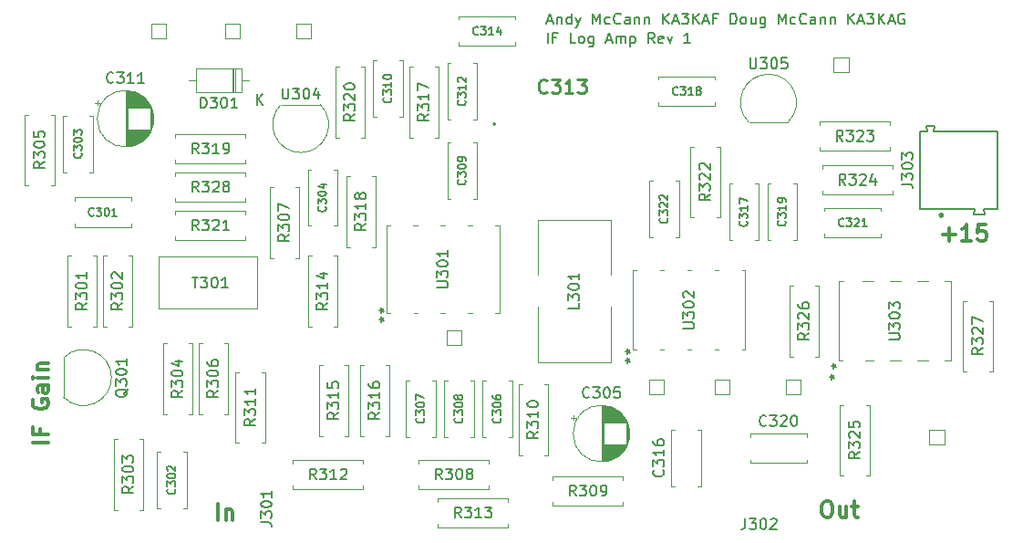
<source format=gbr>
%TF.GenerationSoftware,KiCad,Pcbnew,8.0.0*%
%TF.CreationDate,2024-03-10T20:00:21-04:00*%
%TF.ProjectId,if-and-log-amp,69662d61-6e64-42d6-9c6f-672d616d702e,1*%
%TF.SameCoordinates,Original*%
%TF.FileFunction,Legend,Top*%
%TF.FilePolarity,Positive*%
%FSLAX46Y46*%
G04 Gerber Fmt 4.6, Leading zero omitted, Abs format (unit mm)*
G04 Created by KiCad (PCBNEW 8.0.0) date 2024-03-10 20:00:21*
%MOMM*%
%LPD*%
G01*
G04 APERTURE LIST*
%ADD10C,0.300000*%
%ADD11C,0.150000*%
%ADD12C,0.254000*%
%ADD13C,0.120000*%
%ADD14C,0.200000*%
G04 APERTURE END LIST*
D10*
X181402510Y-101337400D02*
X182545368Y-101337400D01*
X181973939Y-101908828D02*
X181973939Y-100765971D01*
X184045368Y-101908828D02*
X183188225Y-101908828D01*
X183616796Y-101908828D02*
X183616796Y-100408828D01*
X183616796Y-100408828D02*
X183473939Y-100623114D01*
X183473939Y-100623114D02*
X183331082Y-100765971D01*
X183331082Y-100765971D02*
X183188225Y-100837400D01*
X185402510Y-100408828D02*
X184688224Y-100408828D01*
X184688224Y-100408828D02*
X184616796Y-101123114D01*
X184616796Y-101123114D02*
X184688224Y-101051685D01*
X184688224Y-101051685D02*
X184831082Y-100980257D01*
X184831082Y-100980257D02*
X185188224Y-100980257D01*
X185188224Y-100980257D02*
X185331082Y-101051685D01*
X185331082Y-101051685D02*
X185402510Y-101123114D01*
X185402510Y-101123114D02*
X185473939Y-101265971D01*
X185473939Y-101265971D02*
X185473939Y-101623114D01*
X185473939Y-101623114D02*
X185402510Y-101765971D01*
X185402510Y-101765971D02*
X185331082Y-101837400D01*
X185331082Y-101837400D02*
X185188224Y-101908828D01*
X185188224Y-101908828D02*
X184831082Y-101908828D01*
X184831082Y-101908828D02*
X184688224Y-101837400D01*
X184688224Y-101837400D02*
X184616796Y-101765971D01*
D11*
X144662760Y-81524504D02*
X145138950Y-81524504D01*
X144567522Y-81810219D02*
X144900855Y-80810219D01*
X144900855Y-80810219D02*
X145234188Y-81810219D01*
X145567522Y-81143552D02*
X145567522Y-81810219D01*
X145567522Y-81238790D02*
X145615141Y-81191171D01*
X145615141Y-81191171D02*
X145710379Y-81143552D01*
X145710379Y-81143552D02*
X145853236Y-81143552D01*
X145853236Y-81143552D02*
X145948474Y-81191171D01*
X145948474Y-81191171D02*
X145996093Y-81286409D01*
X145996093Y-81286409D02*
X145996093Y-81810219D01*
X146900855Y-81810219D02*
X146900855Y-80810219D01*
X146900855Y-81762600D02*
X146805617Y-81810219D01*
X146805617Y-81810219D02*
X146615141Y-81810219D01*
X146615141Y-81810219D02*
X146519903Y-81762600D01*
X146519903Y-81762600D02*
X146472284Y-81714980D01*
X146472284Y-81714980D02*
X146424665Y-81619742D01*
X146424665Y-81619742D02*
X146424665Y-81334028D01*
X146424665Y-81334028D02*
X146472284Y-81238790D01*
X146472284Y-81238790D02*
X146519903Y-81191171D01*
X146519903Y-81191171D02*
X146615141Y-81143552D01*
X146615141Y-81143552D02*
X146805617Y-81143552D01*
X146805617Y-81143552D02*
X146900855Y-81191171D01*
X147281808Y-81143552D02*
X147519903Y-81810219D01*
X147757998Y-81143552D02*
X147519903Y-81810219D01*
X147519903Y-81810219D02*
X147424665Y-82048314D01*
X147424665Y-82048314D02*
X147377046Y-82095933D01*
X147377046Y-82095933D02*
X147281808Y-82143552D01*
X148900856Y-81810219D02*
X148900856Y-80810219D01*
X148900856Y-80810219D02*
X149234189Y-81524504D01*
X149234189Y-81524504D02*
X149567522Y-80810219D01*
X149567522Y-80810219D02*
X149567522Y-81810219D01*
X150472284Y-81762600D02*
X150377046Y-81810219D01*
X150377046Y-81810219D02*
X150186570Y-81810219D01*
X150186570Y-81810219D02*
X150091332Y-81762600D01*
X150091332Y-81762600D02*
X150043713Y-81714980D01*
X150043713Y-81714980D02*
X149996094Y-81619742D01*
X149996094Y-81619742D02*
X149996094Y-81334028D01*
X149996094Y-81334028D02*
X150043713Y-81238790D01*
X150043713Y-81238790D02*
X150091332Y-81191171D01*
X150091332Y-81191171D02*
X150186570Y-81143552D01*
X150186570Y-81143552D02*
X150377046Y-81143552D01*
X150377046Y-81143552D02*
X150472284Y-81191171D01*
X151472284Y-81714980D02*
X151424665Y-81762600D01*
X151424665Y-81762600D02*
X151281808Y-81810219D01*
X151281808Y-81810219D02*
X151186570Y-81810219D01*
X151186570Y-81810219D02*
X151043713Y-81762600D01*
X151043713Y-81762600D02*
X150948475Y-81667361D01*
X150948475Y-81667361D02*
X150900856Y-81572123D01*
X150900856Y-81572123D02*
X150853237Y-81381647D01*
X150853237Y-81381647D02*
X150853237Y-81238790D01*
X150853237Y-81238790D02*
X150900856Y-81048314D01*
X150900856Y-81048314D02*
X150948475Y-80953076D01*
X150948475Y-80953076D02*
X151043713Y-80857838D01*
X151043713Y-80857838D02*
X151186570Y-80810219D01*
X151186570Y-80810219D02*
X151281808Y-80810219D01*
X151281808Y-80810219D02*
X151424665Y-80857838D01*
X151424665Y-80857838D02*
X151472284Y-80905457D01*
X152329427Y-81810219D02*
X152329427Y-81286409D01*
X152329427Y-81286409D02*
X152281808Y-81191171D01*
X152281808Y-81191171D02*
X152186570Y-81143552D01*
X152186570Y-81143552D02*
X151996094Y-81143552D01*
X151996094Y-81143552D02*
X151900856Y-81191171D01*
X152329427Y-81762600D02*
X152234189Y-81810219D01*
X152234189Y-81810219D02*
X151996094Y-81810219D01*
X151996094Y-81810219D02*
X151900856Y-81762600D01*
X151900856Y-81762600D02*
X151853237Y-81667361D01*
X151853237Y-81667361D02*
X151853237Y-81572123D01*
X151853237Y-81572123D02*
X151900856Y-81476885D01*
X151900856Y-81476885D02*
X151996094Y-81429266D01*
X151996094Y-81429266D02*
X152234189Y-81429266D01*
X152234189Y-81429266D02*
X152329427Y-81381647D01*
X152805618Y-81143552D02*
X152805618Y-81810219D01*
X152805618Y-81238790D02*
X152853237Y-81191171D01*
X152853237Y-81191171D02*
X152948475Y-81143552D01*
X152948475Y-81143552D02*
X153091332Y-81143552D01*
X153091332Y-81143552D02*
X153186570Y-81191171D01*
X153186570Y-81191171D02*
X153234189Y-81286409D01*
X153234189Y-81286409D02*
X153234189Y-81810219D01*
X153710380Y-81143552D02*
X153710380Y-81810219D01*
X153710380Y-81238790D02*
X153757999Y-81191171D01*
X153757999Y-81191171D02*
X153853237Y-81143552D01*
X153853237Y-81143552D02*
X153996094Y-81143552D01*
X153996094Y-81143552D02*
X154091332Y-81191171D01*
X154091332Y-81191171D02*
X154138951Y-81286409D01*
X154138951Y-81286409D02*
X154138951Y-81810219D01*
X155377047Y-81810219D02*
X155377047Y-80810219D01*
X155948475Y-81810219D02*
X155519904Y-81238790D01*
X155948475Y-80810219D02*
X155377047Y-81381647D01*
X156329428Y-81524504D02*
X156805618Y-81524504D01*
X156234190Y-81810219D02*
X156567523Y-80810219D01*
X156567523Y-80810219D02*
X156900856Y-81810219D01*
X157138952Y-80810219D02*
X157757999Y-80810219D01*
X157757999Y-80810219D02*
X157424666Y-81191171D01*
X157424666Y-81191171D02*
X157567523Y-81191171D01*
X157567523Y-81191171D02*
X157662761Y-81238790D01*
X157662761Y-81238790D02*
X157710380Y-81286409D01*
X157710380Y-81286409D02*
X157757999Y-81381647D01*
X157757999Y-81381647D02*
X157757999Y-81619742D01*
X157757999Y-81619742D02*
X157710380Y-81714980D01*
X157710380Y-81714980D02*
X157662761Y-81762600D01*
X157662761Y-81762600D02*
X157567523Y-81810219D01*
X157567523Y-81810219D02*
X157281809Y-81810219D01*
X157281809Y-81810219D02*
X157186571Y-81762600D01*
X157186571Y-81762600D02*
X157138952Y-81714980D01*
X158186571Y-81810219D02*
X158186571Y-80810219D01*
X158757999Y-81810219D02*
X158329428Y-81238790D01*
X158757999Y-80810219D02*
X158186571Y-81381647D01*
X159138952Y-81524504D02*
X159615142Y-81524504D01*
X159043714Y-81810219D02*
X159377047Y-80810219D01*
X159377047Y-80810219D02*
X159710380Y-81810219D01*
X160377047Y-81286409D02*
X160043714Y-81286409D01*
X160043714Y-81810219D02*
X160043714Y-80810219D01*
X160043714Y-80810219D02*
X160519904Y-80810219D01*
X161662762Y-81810219D02*
X161662762Y-80810219D01*
X161662762Y-80810219D02*
X161900857Y-80810219D01*
X161900857Y-80810219D02*
X162043714Y-80857838D01*
X162043714Y-80857838D02*
X162138952Y-80953076D01*
X162138952Y-80953076D02*
X162186571Y-81048314D01*
X162186571Y-81048314D02*
X162234190Y-81238790D01*
X162234190Y-81238790D02*
X162234190Y-81381647D01*
X162234190Y-81381647D02*
X162186571Y-81572123D01*
X162186571Y-81572123D02*
X162138952Y-81667361D01*
X162138952Y-81667361D02*
X162043714Y-81762600D01*
X162043714Y-81762600D02*
X161900857Y-81810219D01*
X161900857Y-81810219D02*
X161662762Y-81810219D01*
X162805619Y-81810219D02*
X162710381Y-81762600D01*
X162710381Y-81762600D02*
X162662762Y-81714980D01*
X162662762Y-81714980D02*
X162615143Y-81619742D01*
X162615143Y-81619742D02*
X162615143Y-81334028D01*
X162615143Y-81334028D02*
X162662762Y-81238790D01*
X162662762Y-81238790D02*
X162710381Y-81191171D01*
X162710381Y-81191171D02*
X162805619Y-81143552D01*
X162805619Y-81143552D02*
X162948476Y-81143552D01*
X162948476Y-81143552D02*
X163043714Y-81191171D01*
X163043714Y-81191171D02*
X163091333Y-81238790D01*
X163091333Y-81238790D02*
X163138952Y-81334028D01*
X163138952Y-81334028D02*
X163138952Y-81619742D01*
X163138952Y-81619742D02*
X163091333Y-81714980D01*
X163091333Y-81714980D02*
X163043714Y-81762600D01*
X163043714Y-81762600D02*
X162948476Y-81810219D01*
X162948476Y-81810219D02*
X162805619Y-81810219D01*
X163996095Y-81143552D02*
X163996095Y-81810219D01*
X163567524Y-81143552D02*
X163567524Y-81667361D01*
X163567524Y-81667361D02*
X163615143Y-81762600D01*
X163615143Y-81762600D02*
X163710381Y-81810219D01*
X163710381Y-81810219D02*
X163853238Y-81810219D01*
X163853238Y-81810219D02*
X163948476Y-81762600D01*
X163948476Y-81762600D02*
X163996095Y-81714980D01*
X164900857Y-81143552D02*
X164900857Y-81953076D01*
X164900857Y-81953076D02*
X164853238Y-82048314D01*
X164853238Y-82048314D02*
X164805619Y-82095933D01*
X164805619Y-82095933D02*
X164710381Y-82143552D01*
X164710381Y-82143552D02*
X164567524Y-82143552D01*
X164567524Y-82143552D02*
X164472286Y-82095933D01*
X164900857Y-81762600D02*
X164805619Y-81810219D01*
X164805619Y-81810219D02*
X164615143Y-81810219D01*
X164615143Y-81810219D02*
X164519905Y-81762600D01*
X164519905Y-81762600D02*
X164472286Y-81714980D01*
X164472286Y-81714980D02*
X164424667Y-81619742D01*
X164424667Y-81619742D02*
X164424667Y-81334028D01*
X164424667Y-81334028D02*
X164472286Y-81238790D01*
X164472286Y-81238790D02*
X164519905Y-81191171D01*
X164519905Y-81191171D02*
X164615143Y-81143552D01*
X164615143Y-81143552D02*
X164805619Y-81143552D01*
X164805619Y-81143552D02*
X164900857Y-81191171D01*
X166138953Y-81810219D02*
X166138953Y-80810219D01*
X166138953Y-80810219D02*
X166472286Y-81524504D01*
X166472286Y-81524504D02*
X166805619Y-80810219D01*
X166805619Y-80810219D02*
X166805619Y-81810219D01*
X167710381Y-81762600D02*
X167615143Y-81810219D01*
X167615143Y-81810219D02*
X167424667Y-81810219D01*
X167424667Y-81810219D02*
X167329429Y-81762600D01*
X167329429Y-81762600D02*
X167281810Y-81714980D01*
X167281810Y-81714980D02*
X167234191Y-81619742D01*
X167234191Y-81619742D02*
X167234191Y-81334028D01*
X167234191Y-81334028D02*
X167281810Y-81238790D01*
X167281810Y-81238790D02*
X167329429Y-81191171D01*
X167329429Y-81191171D02*
X167424667Y-81143552D01*
X167424667Y-81143552D02*
X167615143Y-81143552D01*
X167615143Y-81143552D02*
X167710381Y-81191171D01*
X168710381Y-81714980D02*
X168662762Y-81762600D01*
X168662762Y-81762600D02*
X168519905Y-81810219D01*
X168519905Y-81810219D02*
X168424667Y-81810219D01*
X168424667Y-81810219D02*
X168281810Y-81762600D01*
X168281810Y-81762600D02*
X168186572Y-81667361D01*
X168186572Y-81667361D02*
X168138953Y-81572123D01*
X168138953Y-81572123D02*
X168091334Y-81381647D01*
X168091334Y-81381647D02*
X168091334Y-81238790D01*
X168091334Y-81238790D02*
X168138953Y-81048314D01*
X168138953Y-81048314D02*
X168186572Y-80953076D01*
X168186572Y-80953076D02*
X168281810Y-80857838D01*
X168281810Y-80857838D02*
X168424667Y-80810219D01*
X168424667Y-80810219D02*
X168519905Y-80810219D01*
X168519905Y-80810219D02*
X168662762Y-80857838D01*
X168662762Y-80857838D02*
X168710381Y-80905457D01*
X169567524Y-81810219D02*
X169567524Y-81286409D01*
X169567524Y-81286409D02*
X169519905Y-81191171D01*
X169519905Y-81191171D02*
X169424667Y-81143552D01*
X169424667Y-81143552D02*
X169234191Y-81143552D01*
X169234191Y-81143552D02*
X169138953Y-81191171D01*
X169567524Y-81762600D02*
X169472286Y-81810219D01*
X169472286Y-81810219D02*
X169234191Y-81810219D01*
X169234191Y-81810219D02*
X169138953Y-81762600D01*
X169138953Y-81762600D02*
X169091334Y-81667361D01*
X169091334Y-81667361D02*
X169091334Y-81572123D01*
X169091334Y-81572123D02*
X169138953Y-81476885D01*
X169138953Y-81476885D02*
X169234191Y-81429266D01*
X169234191Y-81429266D02*
X169472286Y-81429266D01*
X169472286Y-81429266D02*
X169567524Y-81381647D01*
X170043715Y-81143552D02*
X170043715Y-81810219D01*
X170043715Y-81238790D02*
X170091334Y-81191171D01*
X170091334Y-81191171D02*
X170186572Y-81143552D01*
X170186572Y-81143552D02*
X170329429Y-81143552D01*
X170329429Y-81143552D02*
X170424667Y-81191171D01*
X170424667Y-81191171D02*
X170472286Y-81286409D01*
X170472286Y-81286409D02*
X170472286Y-81810219D01*
X170948477Y-81143552D02*
X170948477Y-81810219D01*
X170948477Y-81238790D02*
X170996096Y-81191171D01*
X170996096Y-81191171D02*
X171091334Y-81143552D01*
X171091334Y-81143552D02*
X171234191Y-81143552D01*
X171234191Y-81143552D02*
X171329429Y-81191171D01*
X171329429Y-81191171D02*
X171377048Y-81286409D01*
X171377048Y-81286409D02*
X171377048Y-81810219D01*
X172615144Y-81810219D02*
X172615144Y-80810219D01*
X173186572Y-81810219D02*
X172758001Y-81238790D01*
X173186572Y-80810219D02*
X172615144Y-81381647D01*
X173567525Y-81524504D02*
X174043715Y-81524504D01*
X173472287Y-81810219D02*
X173805620Y-80810219D01*
X173805620Y-80810219D02*
X174138953Y-81810219D01*
X174377049Y-80810219D02*
X174996096Y-80810219D01*
X174996096Y-80810219D02*
X174662763Y-81191171D01*
X174662763Y-81191171D02*
X174805620Y-81191171D01*
X174805620Y-81191171D02*
X174900858Y-81238790D01*
X174900858Y-81238790D02*
X174948477Y-81286409D01*
X174948477Y-81286409D02*
X174996096Y-81381647D01*
X174996096Y-81381647D02*
X174996096Y-81619742D01*
X174996096Y-81619742D02*
X174948477Y-81714980D01*
X174948477Y-81714980D02*
X174900858Y-81762600D01*
X174900858Y-81762600D02*
X174805620Y-81810219D01*
X174805620Y-81810219D02*
X174519906Y-81810219D01*
X174519906Y-81810219D02*
X174424668Y-81762600D01*
X174424668Y-81762600D02*
X174377049Y-81714980D01*
X175424668Y-81810219D02*
X175424668Y-80810219D01*
X175996096Y-81810219D02*
X175567525Y-81238790D01*
X175996096Y-80810219D02*
X175424668Y-81381647D01*
X176377049Y-81524504D02*
X176853239Y-81524504D01*
X176281811Y-81810219D02*
X176615144Y-80810219D01*
X176615144Y-80810219D02*
X176948477Y-81810219D01*
X177805620Y-80857838D02*
X177710382Y-80810219D01*
X177710382Y-80810219D02*
X177567525Y-80810219D01*
X177567525Y-80810219D02*
X177424668Y-80857838D01*
X177424668Y-80857838D02*
X177329430Y-80953076D01*
X177329430Y-80953076D02*
X177281811Y-81048314D01*
X177281811Y-81048314D02*
X177234192Y-81238790D01*
X177234192Y-81238790D02*
X177234192Y-81381647D01*
X177234192Y-81381647D02*
X177281811Y-81572123D01*
X177281811Y-81572123D02*
X177329430Y-81667361D01*
X177329430Y-81667361D02*
X177424668Y-81762600D01*
X177424668Y-81762600D02*
X177567525Y-81810219D01*
X177567525Y-81810219D02*
X177662763Y-81810219D01*
X177662763Y-81810219D02*
X177805620Y-81762600D01*
X177805620Y-81762600D02*
X177853239Y-81714980D01*
X177853239Y-81714980D02*
X177853239Y-81381647D01*
X177853239Y-81381647D02*
X177662763Y-81381647D01*
D10*
X114092510Y-127816828D02*
X114092510Y-126316828D01*
X114806796Y-126816828D02*
X114806796Y-127816828D01*
X114806796Y-126959685D02*
X114878225Y-126888257D01*
X114878225Y-126888257D02*
X115021082Y-126816828D01*
X115021082Y-126816828D02*
X115235368Y-126816828D01*
X115235368Y-126816828D02*
X115378225Y-126888257D01*
X115378225Y-126888257D02*
X115449654Y-127031114D01*
X115449654Y-127031114D02*
X115449654Y-127816828D01*
X98352828Y-120603489D02*
X96852828Y-120603489D01*
X97567114Y-119389203D02*
X97567114Y-119889203D01*
X98352828Y-119889203D02*
X96852828Y-119889203D01*
X96852828Y-119889203D02*
X96852828Y-119174917D01*
X96924257Y-116674917D02*
X96852828Y-116817775D01*
X96852828Y-116817775D02*
X96852828Y-117032060D01*
X96852828Y-117032060D02*
X96924257Y-117246346D01*
X96924257Y-117246346D02*
X97067114Y-117389203D01*
X97067114Y-117389203D02*
X97209971Y-117460632D01*
X97209971Y-117460632D02*
X97495685Y-117532060D01*
X97495685Y-117532060D02*
X97709971Y-117532060D01*
X97709971Y-117532060D02*
X97995685Y-117460632D01*
X97995685Y-117460632D02*
X98138542Y-117389203D01*
X98138542Y-117389203D02*
X98281400Y-117246346D01*
X98281400Y-117246346D02*
X98352828Y-117032060D01*
X98352828Y-117032060D02*
X98352828Y-116889203D01*
X98352828Y-116889203D02*
X98281400Y-116674917D01*
X98281400Y-116674917D02*
X98209971Y-116603489D01*
X98209971Y-116603489D02*
X97709971Y-116603489D01*
X97709971Y-116603489D02*
X97709971Y-116889203D01*
X98352828Y-115317775D02*
X97567114Y-115317775D01*
X97567114Y-115317775D02*
X97424257Y-115389203D01*
X97424257Y-115389203D02*
X97352828Y-115532060D01*
X97352828Y-115532060D02*
X97352828Y-115817775D01*
X97352828Y-115817775D02*
X97424257Y-115960632D01*
X98281400Y-115317775D02*
X98352828Y-115460632D01*
X98352828Y-115460632D02*
X98352828Y-115817775D01*
X98352828Y-115817775D02*
X98281400Y-115960632D01*
X98281400Y-115960632D02*
X98138542Y-116032060D01*
X98138542Y-116032060D02*
X97995685Y-116032060D01*
X97995685Y-116032060D02*
X97852828Y-115960632D01*
X97852828Y-115960632D02*
X97781400Y-115817775D01*
X97781400Y-115817775D02*
X97781400Y-115460632D01*
X97781400Y-115460632D02*
X97709971Y-115317775D01*
X98352828Y-114603489D02*
X97352828Y-114603489D01*
X96852828Y-114603489D02*
X96924257Y-114674917D01*
X96924257Y-114674917D02*
X96995685Y-114603489D01*
X96995685Y-114603489D02*
X96924257Y-114532060D01*
X96924257Y-114532060D02*
X96852828Y-114603489D01*
X96852828Y-114603489D02*
X96995685Y-114603489D01*
X97352828Y-113889203D02*
X98352828Y-113889203D01*
X97495685Y-113889203D02*
X97424257Y-113817774D01*
X97424257Y-113817774D02*
X97352828Y-113674917D01*
X97352828Y-113674917D02*
X97352828Y-113460631D01*
X97352828Y-113460631D02*
X97424257Y-113317774D01*
X97424257Y-113317774D02*
X97567114Y-113246346D01*
X97567114Y-113246346D02*
X98352828Y-113246346D01*
D11*
X144710379Y-83588219D02*
X144710379Y-82588219D01*
X145519902Y-83064409D02*
X145186569Y-83064409D01*
X145186569Y-83588219D02*
X145186569Y-82588219D01*
X145186569Y-82588219D02*
X145662759Y-82588219D01*
X147281807Y-83588219D02*
X146805617Y-83588219D01*
X146805617Y-83588219D02*
X146805617Y-82588219D01*
X147757998Y-83588219D02*
X147662760Y-83540600D01*
X147662760Y-83540600D02*
X147615141Y-83492980D01*
X147615141Y-83492980D02*
X147567522Y-83397742D01*
X147567522Y-83397742D02*
X147567522Y-83112028D01*
X147567522Y-83112028D02*
X147615141Y-83016790D01*
X147615141Y-83016790D02*
X147662760Y-82969171D01*
X147662760Y-82969171D02*
X147757998Y-82921552D01*
X147757998Y-82921552D02*
X147900855Y-82921552D01*
X147900855Y-82921552D02*
X147996093Y-82969171D01*
X147996093Y-82969171D02*
X148043712Y-83016790D01*
X148043712Y-83016790D02*
X148091331Y-83112028D01*
X148091331Y-83112028D02*
X148091331Y-83397742D01*
X148091331Y-83397742D02*
X148043712Y-83492980D01*
X148043712Y-83492980D02*
X147996093Y-83540600D01*
X147996093Y-83540600D02*
X147900855Y-83588219D01*
X147900855Y-83588219D02*
X147757998Y-83588219D01*
X148948474Y-82921552D02*
X148948474Y-83731076D01*
X148948474Y-83731076D02*
X148900855Y-83826314D01*
X148900855Y-83826314D02*
X148853236Y-83873933D01*
X148853236Y-83873933D02*
X148757998Y-83921552D01*
X148757998Y-83921552D02*
X148615141Y-83921552D01*
X148615141Y-83921552D02*
X148519903Y-83873933D01*
X148948474Y-83540600D02*
X148853236Y-83588219D01*
X148853236Y-83588219D02*
X148662760Y-83588219D01*
X148662760Y-83588219D02*
X148567522Y-83540600D01*
X148567522Y-83540600D02*
X148519903Y-83492980D01*
X148519903Y-83492980D02*
X148472284Y-83397742D01*
X148472284Y-83397742D02*
X148472284Y-83112028D01*
X148472284Y-83112028D02*
X148519903Y-83016790D01*
X148519903Y-83016790D02*
X148567522Y-82969171D01*
X148567522Y-82969171D02*
X148662760Y-82921552D01*
X148662760Y-82921552D02*
X148853236Y-82921552D01*
X148853236Y-82921552D02*
X148948474Y-82969171D01*
X150138951Y-83302504D02*
X150615141Y-83302504D01*
X150043713Y-83588219D02*
X150377046Y-82588219D01*
X150377046Y-82588219D02*
X150710379Y-83588219D01*
X151043713Y-83588219D02*
X151043713Y-82921552D01*
X151043713Y-83016790D02*
X151091332Y-82969171D01*
X151091332Y-82969171D02*
X151186570Y-82921552D01*
X151186570Y-82921552D02*
X151329427Y-82921552D01*
X151329427Y-82921552D02*
X151424665Y-82969171D01*
X151424665Y-82969171D02*
X151472284Y-83064409D01*
X151472284Y-83064409D02*
X151472284Y-83588219D01*
X151472284Y-83064409D02*
X151519903Y-82969171D01*
X151519903Y-82969171D02*
X151615141Y-82921552D01*
X151615141Y-82921552D02*
X151757998Y-82921552D01*
X151757998Y-82921552D02*
X151853237Y-82969171D01*
X151853237Y-82969171D02*
X151900856Y-83064409D01*
X151900856Y-83064409D02*
X151900856Y-83588219D01*
X152377046Y-82921552D02*
X152377046Y-83921552D01*
X152377046Y-82969171D02*
X152472284Y-82921552D01*
X152472284Y-82921552D02*
X152662760Y-82921552D01*
X152662760Y-82921552D02*
X152757998Y-82969171D01*
X152757998Y-82969171D02*
X152805617Y-83016790D01*
X152805617Y-83016790D02*
X152853236Y-83112028D01*
X152853236Y-83112028D02*
X152853236Y-83397742D01*
X152853236Y-83397742D02*
X152805617Y-83492980D01*
X152805617Y-83492980D02*
X152757998Y-83540600D01*
X152757998Y-83540600D02*
X152662760Y-83588219D01*
X152662760Y-83588219D02*
X152472284Y-83588219D01*
X152472284Y-83588219D02*
X152377046Y-83540600D01*
X154615141Y-83588219D02*
X154281808Y-83112028D01*
X154043713Y-83588219D02*
X154043713Y-82588219D01*
X154043713Y-82588219D02*
X154424665Y-82588219D01*
X154424665Y-82588219D02*
X154519903Y-82635838D01*
X154519903Y-82635838D02*
X154567522Y-82683457D01*
X154567522Y-82683457D02*
X154615141Y-82778695D01*
X154615141Y-82778695D02*
X154615141Y-82921552D01*
X154615141Y-82921552D02*
X154567522Y-83016790D01*
X154567522Y-83016790D02*
X154519903Y-83064409D01*
X154519903Y-83064409D02*
X154424665Y-83112028D01*
X154424665Y-83112028D02*
X154043713Y-83112028D01*
X155424665Y-83540600D02*
X155329427Y-83588219D01*
X155329427Y-83588219D02*
X155138951Y-83588219D01*
X155138951Y-83588219D02*
X155043713Y-83540600D01*
X155043713Y-83540600D02*
X154996094Y-83445361D01*
X154996094Y-83445361D02*
X154996094Y-83064409D01*
X154996094Y-83064409D02*
X155043713Y-82969171D01*
X155043713Y-82969171D02*
X155138951Y-82921552D01*
X155138951Y-82921552D02*
X155329427Y-82921552D01*
X155329427Y-82921552D02*
X155424665Y-82969171D01*
X155424665Y-82969171D02*
X155472284Y-83064409D01*
X155472284Y-83064409D02*
X155472284Y-83159647D01*
X155472284Y-83159647D02*
X154996094Y-83254885D01*
X155805618Y-82921552D02*
X156043713Y-83588219D01*
X156043713Y-83588219D02*
X156281808Y-82921552D01*
X157948475Y-83588219D02*
X157377047Y-83588219D01*
X157662761Y-83588219D02*
X157662761Y-82588219D01*
X157662761Y-82588219D02*
X157567523Y-82731076D01*
X157567523Y-82731076D02*
X157472285Y-82826314D01*
X157472285Y-82826314D02*
X157377047Y-82873933D01*
D10*
X170512225Y-126062828D02*
X170797939Y-126062828D01*
X170797939Y-126062828D02*
X170940796Y-126134257D01*
X170940796Y-126134257D02*
X171083653Y-126277114D01*
X171083653Y-126277114D02*
X171155082Y-126562828D01*
X171155082Y-126562828D02*
X171155082Y-127062828D01*
X171155082Y-127062828D02*
X171083653Y-127348542D01*
X171083653Y-127348542D02*
X170940796Y-127491400D01*
X170940796Y-127491400D02*
X170797939Y-127562828D01*
X170797939Y-127562828D02*
X170512225Y-127562828D01*
X170512225Y-127562828D02*
X170369368Y-127491400D01*
X170369368Y-127491400D02*
X170226510Y-127348542D01*
X170226510Y-127348542D02*
X170155082Y-127062828D01*
X170155082Y-127062828D02*
X170155082Y-126562828D01*
X170155082Y-126562828D02*
X170226510Y-126277114D01*
X170226510Y-126277114D02*
X170369368Y-126134257D01*
X170369368Y-126134257D02*
X170512225Y-126062828D01*
X172440797Y-126562828D02*
X172440797Y-127562828D01*
X171797939Y-126562828D02*
X171797939Y-127348542D01*
X171797939Y-127348542D02*
X171869368Y-127491400D01*
X171869368Y-127491400D02*
X172012225Y-127562828D01*
X172012225Y-127562828D02*
X172226511Y-127562828D01*
X172226511Y-127562828D02*
X172369368Y-127491400D01*
X172369368Y-127491400D02*
X172440797Y-127419971D01*
X172940797Y-126562828D02*
X173512225Y-126562828D01*
X173155082Y-126062828D02*
X173155082Y-127348542D01*
X173155082Y-127348542D02*
X173226511Y-127491400D01*
X173226511Y-127491400D02*
X173369368Y-127562828D01*
X173369368Y-127562828D02*
X173512225Y-127562828D01*
D11*
X112266552Y-97381219D02*
X111933219Y-96905028D01*
X111695124Y-97381219D02*
X111695124Y-96381219D01*
X111695124Y-96381219D02*
X112076076Y-96381219D01*
X112076076Y-96381219D02*
X112171314Y-96428838D01*
X112171314Y-96428838D02*
X112218933Y-96476457D01*
X112218933Y-96476457D02*
X112266552Y-96571695D01*
X112266552Y-96571695D02*
X112266552Y-96714552D01*
X112266552Y-96714552D02*
X112218933Y-96809790D01*
X112218933Y-96809790D02*
X112171314Y-96857409D01*
X112171314Y-96857409D02*
X112076076Y-96905028D01*
X112076076Y-96905028D02*
X111695124Y-96905028D01*
X112599886Y-96381219D02*
X113218933Y-96381219D01*
X113218933Y-96381219D02*
X112885600Y-96762171D01*
X112885600Y-96762171D02*
X113028457Y-96762171D01*
X113028457Y-96762171D02*
X113123695Y-96809790D01*
X113123695Y-96809790D02*
X113171314Y-96857409D01*
X113171314Y-96857409D02*
X113218933Y-96952647D01*
X113218933Y-96952647D02*
X113218933Y-97190742D01*
X113218933Y-97190742D02*
X113171314Y-97285980D01*
X113171314Y-97285980D02*
X113123695Y-97333600D01*
X113123695Y-97333600D02*
X113028457Y-97381219D01*
X113028457Y-97381219D02*
X112742743Y-97381219D01*
X112742743Y-97381219D02*
X112647505Y-97333600D01*
X112647505Y-97333600D02*
X112599886Y-97285980D01*
X113599886Y-96476457D02*
X113647505Y-96428838D01*
X113647505Y-96428838D02*
X113742743Y-96381219D01*
X113742743Y-96381219D02*
X113980838Y-96381219D01*
X113980838Y-96381219D02*
X114076076Y-96428838D01*
X114076076Y-96428838D02*
X114123695Y-96476457D01*
X114123695Y-96476457D02*
X114171314Y-96571695D01*
X114171314Y-96571695D02*
X114171314Y-96666933D01*
X114171314Y-96666933D02*
X114123695Y-96809790D01*
X114123695Y-96809790D02*
X113552267Y-97381219D01*
X113552267Y-97381219D02*
X114171314Y-97381219D01*
X114742743Y-96809790D02*
X114647505Y-96762171D01*
X114647505Y-96762171D02*
X114599886Y-96714552D01*
X114599886Y-96714552D02*
X114552267Y-96619314D01*
X114552267Y-96619314D02*
X114552267Y-96571695D01*
X114552267Y-96571695D02*
X114599886Y-96476457D01*
X114599886Y-96476457D02*
X114647505Y-96428838D01*
X114647505Y-96428838D02*
X114742743Y-96381219D01*
X114742743Y-96381219D02*
X114933219Y-96381219D01*
X114933219Y-96381219D02*
X115028457Y-96428838D01*
X115028457Y-96428838D02*
X115076076Y-96476457D01*
X115076076Y-96476457D02*
X115123695Y-96571695D01*
X115123695Y-96571695D02*
X115123695Y-96619314D01*
X115123695Y-96619314D02*
X115076076Y-96714552D01*
X115076076Y-96714552D02*
X115028457Y-96762171D01*
X115028457Y-96762171D02*
X114933219Y-96809790D01*
X114933219Y-96809790D02*
X114742743Y-96809790D01*
X114742743Y-96809790D02*
X114647505Y-96857409D01*
X114647505Y-96857409D02*
X114599886Y-96905028D01*
X114599886Y-96905028D02*
X114552267Y-97000266D01*
X114552267Y-97000266D02*
X114552267Y-97190742D01*
X114552267Y-97190742D02*
X114599886Y-97285980D01*
X114599886Y-97285980D02*
X114647505Y-97333600D01*
X114647505Y-97333600D02*
X114742743Y-97381219D01*
X114742743Y-97381219D02*
X114933219Y-97381219D01*
X114933219Y-97381219D02*
X115028457Y-97333600D01*
X115028457Y-97333600D02*
X115076076Y-97285980D01*
X115076076Y-97285980D02*
X115123695Y-97190742D01*
X115123695Y-97190742D02*
X115123695Y-97000266D01*
X115123695Y-97000266D02*
X115076076Y-96905028D01*
X115076076Y-96905028D02*
X115028457Y-96857409D01*
X115028457Y-96857409D02*
X114933219Y-96809790D01*
X173682819Y-121515047D02*
X173206628Y-121848380D01*
X173682819Y-122086475D02*
X172682819Y-122086475D01*
X172682819Y-122086475D02*
X172682819Y-121705523D01*
X172682819Y-121705523D02*
X172730438Y-121610285D01*
X172730438Y-121610285D02*
X172778057Y-121562666D01*
X172778057Y-121562666D02*
X172873295Y-121515047D01*
X172873295Y-121515047D02*
X173016152Y-121515047D01*
X173016152Y-121515047D02*
X173111390Y-121562666D01*
X173111390Y-121562666D02*
X173159009Y-121610285D01*
X173159009Y-121610285D02*
X173206628Y-121705523D01*
X173206628Y-121705523D02*
X173206628Y-122086475D01*
X172682819Y-121181713D02*
X172682819Y-120562666D01*
X172682819Y-120562666D02*
X173063771Y-120895999D01*
X173063771Y-120895999D02*
X173063771Y-120753142D01*
X173063771Y-120753142D02*
X173111390Y-120657904D01*
X173111390Y-120657904D02*
X173159009Y-120610285D01*
X173159009Y-120610285D02*
X173254247Y-120562666D01*
X173254247Y-120562666D02*
X173492342Y-120562666D01*
X173492342Y-120562666D02*
X173587580Y-120610285D01*
X173587580Y-120610285D02*
X173635200Y-120657904D01*
X173635200Y-120657904D02*
X173682819Y-120753142D01*
X173682819Y-120753142D02*
X173682819Y-121038856D01*
X173682819Y-121038856D02*
X173635200Y-121134094D01*
X173635200Y-121134094D02*
X173587580Y-121181713D01*
X172778057Y-120181713D02*
X172730438Y-120134094D01*
X172730438Y-120134094D02*
X172682819Y-120038856D01*
X172682819Y-120038856D02*
X172682819Y-119800761D01*
X172682819Y-119800761D02*
X172730438Y-119705523D01*
X172730438Y-119705523D02*
X172778057Y-119657904D01*
X172778057Y-119657904D02*
X172873295Y-119610285D01*
X172873295Y-119610285D02*
X172968533Y-119610285D01*
X172968533Y-119610285D02*
X173111390Y-119657904D01*
X173111390Y-119657904D02*
X173682819Y-120229332D01*
X173682819Y-120229332D02*
X173682819Y-119610285D01*
X172682819Y-118705523D02*
X172682819Y-119181713D01*
X172682819Y-119181713D02*
X173159009Y-119229332D01*
X173159009Y-119229332D02*
X173111390Y-119181713D01*
X173111390Y-119181713D02*
X173063771Y-119086475D01*
X173063771Y-119086475D02*
X173063771Y-118848380D01*
X173063771Y-118848380D02*
X173111390Y-118753142D01*
X173111390Y-118753142D02*
X173159009Y-118705523D01*
X173159009Y-118705523D02*
X173254247Y-118657904D01*
X173254247Y-118657904D02*
X173492342Y-118657904D01*
X173492342Y-118657904D02*
X173587580Y-118705523D01*
X173587580Y-118705523D02*
X173635200Y-118753142D01*
X173635200Y-118753142D02*
X173682819Y-118848380D01*
X173682819Y-118848380D02*
X173682819Y-119086475D01*
X173682819Y-119086475D02*
X173635200Y-119181713D01*
X173635200Y-119181713D02*
X173587580Y-119229332D01*
X126794419Y-90171447D02*
X126318228Y-90504780D01*
X126794419Y-90742875D02*
X125794419Y-90742875D01*
X125794419Y-90742875D02*
X125794419Y-90361923D01*
X125794419Y-90361923D02*
X125842038Y-90266685D01*
X125842038Y-90266685D02*
X125889657Y-90219066D01*
X125889657Y-90219066D02*
X125984895Y-90171447D01*
X125984895Y-90171447D02*
X126127752Y-90171447D01*
X126127752Y-90171447D02*
X126222990Y-90219066D01*
X126222990Y-90219066D02*
X126270609Y-90266685D01*
X126270609Y-90266685D02*
X126318228Y-90361923D01*
X126318228Y-90361923D02*
X126318228Y-90742875D01*
X125794419Y-89838113D02*
X125794419Y-89219066D01*
X125794419Y-89219066D02*
X126175371Y-89552399D01*
X126175371Y-89552399D02*
X126175371Y-89409542D01*
X126175371Y-89409542D02*
X126222990Y-89314304D01*
X126222990Y-89314304D02*
X126270609Y-89266685D01*
X126270609Y-89266685D02*
X126365847Y-89219066D01*
X126365847Y-89219066D02*
X126603942Y-89219066D01*
X126603942Y-89219066D02*
X126699180Y-89266685D01*
X126699180Y-89266685D02*
X126746800Y-89314304D01*
X126746800Y-89314304D02*
X126794419Y-89409542D01*
X126794419Y-89409542D02*
X126794419Y-89695256D01*
X126794419Y-89695256D02*
X126746800Y-89790494D01*
X126746800Y-89790494D02*
X126699180Y-89838113D01*
X125889657Y-88838113D02*
X125842038Y-88790494D01*
X125842038Y-88790494D02*
X125794419Y-88695256D01*
X125794419Y-88695256D02*
X125794419Y-88457161D01*
X125794419Y-88457161D02*
X125842038Y-88361923D01*
X125842038Y-88361923D02*
X125889657Y-88314304D01*
X125889657Y-88314304D02*
X125984895Y-88266685D01*
X125984895Y-88266685D02*
X126080133Y-88266685D01*
X126080133Y-88266685D02*
X126222990Y-88314304D01*
X126222990Y-88314304D02*
X126794419Y-88885732D01*
X126794419Y-88885732D02*
X126794419Y-88266685D01*
X125794419Y-87647637D02*
X125794419Y-87552399D01*
X125794419Y-87552399D02*
X125842038Y-87457161D01*
X125842038Y-87457161D02*
X125889657Y-87409542D01*
X125889657Y-87409542D02*
X125984895Y-87361923D01*
X125984895Y-87361923D02*
X126175371Y-87314304D01*
X126175371Y-87314304D02*
X126413466Y-87314304D01*
X126413466Y-87314304D02*
X126603942Y-87361923D01*
X126603942Y-87361923D02*
X126699180Y-87409542D01*
X126699180Y-87409542D02*
X126746800Y-87457161D01*
X126746800Y-87457161D02*
X126794419Y-87552399D01*
X126794419Y-87552399D02*
X126794419Y-87647637D01*
X126794419Y-87647637D02*
X126746800Y-87742875D01*
X126746800Y-87742875D02*
X126699180Y-87790494D01*
X126699180Y-87790494D02*
X126603942Y-87838113D01*
X126603942Y-87838113D02*
X126413466Y-87885732D01*
X126413466Y-87885732D02*
X126175371Y-87885732D01*
X126175371Y-87885732D02*
X125984895Y-87838113D01*
X125984895Y-87838113D02*
X125889657Y-87790494D01*
X125889657Y-87790494D02*
X125842038Y-87742875D01*
X125842038Y-87742875D02*
X125794419Y-87647637D01*
X172196313Y-100496135D02*
X172160599Y-100531850D01*
X172160599Y-100531850D02*
X172053456Y-100567564D01*
X172053456Y-100567564D02*
X171982028Y-100567564D01*
X171982028Y-100567564D02*
X171874885Y-100531850D01*
X171874885Y-100531850D02*
X171803456Y-100460421D01*
X171803456Y-100460421D02*
X171767742Y-100388992D01*
X171767742Y-100388992D02*
X171732028Y-100246135D01*
X171732028Y-100246135D02*
X171732028Y-100138992D01*
X171732028Y-100138992D02*
X171767742Y-99996135D01*
X171767742Y-99996135D02*
X171803456Y-99924707D01*
X171803456Y-99924707D02*
X171874885Y-99853278D01*
X171874885Y-99853278D02*
X171982028Y-99817564D01*
X171982028Y-99817564D02*
X172053456Y-99817564D01*
X172053456Y-99817564D02*
X172160599Y-99853278D01*
X172160599Y-99853278D02*
X172196313Y-99888992D01*
X172446313Y-99817564D02*
X172910599Y-99817564D01*
X172910599Y-99817564D02*
X172660599Y-100103278D01*
X172660599Y-100103278D02*
X172767742Y-100103278D01*
X172767742Y-100103278D02*
X172839171Y-100138992D01*
X172839171Y-100138992D02*
X172874885Y-100174707D01*
X172874885Y-100174707D02*
X172910599Y-100246135D01*
X172910599Y-100246135D02*
X172910599Y-100424707D01*
X172910599Y-100424707D02*
X172874885Y-100496135D01*
X172874885Y-100496135D02*
X172839171Y-100531850D01*
X172839171Y-100531850D02*
X172767742Y-100567564D01*
X172767742Y-100567564D02*
X172553456Y-100567564D01*
X172553456Y-100567564D02*
X172482028Y-100531850D01*
X172482028Y-100531850D02*
X172446313Y-100496135D01*
X173196314Y-99888992D02*
X173232028Y-99853278D01*
X173232028Y-99853278D02*
X173303457Y-99817564D01*
X173303457Y-99817564D02*
X173482028Y-99817564D01*
X173482028Y-99817564D02*
X173553457Y-99853278D01*
X173553457Y-99853278D02*
X173589171Y-99888992D01*
X173589171Y-99888992D02*
X173624885Y-99960421D01*
X173624885Y-99960421D02*
X173624885Y-100031850D01*
X173624885Y-100031850D02*
X173589171Y-100138992D01*
X173589171Y-100138992D02*
X173160599Y-100567564D01*
X173160599Y-100567564D02*
X173624885Y-100567564D01*
X174339171Y-100567564D02*
X173910600Y-100567564D01*
X174124885Y-100567564D02*
X174124885Y-99817564D01*
X174124885Y-99817564D02*
X174053457Y-99924707D01*
X174053457Y-99924707D02*
X173982028Y-99996135D01*
X173982028Y-99996135D02*
X173910600Y-100031850D01*
X137021335Y-96241686D02*
X137057050Y-96277400D01*
X137057050Y-96277400D02*
X137092764Y-96384543D01*
X137092764Y-96384543D02*
X137092764Y-96455971D01*
X137092764Y-96455971D02*
X137057050Y-96563114D01*
X137057050Y-96563114D02*
X136985621Y-96634543D01*
X136985621Y-96634543D02*
X136914192Y-96670257D01*
X136914192Y-96670257D02*
X136771335Y-96705971D01*
X136771335Y-96705971D02*
X136664192Y-96705971D01*
X136664192Y-96705971D02*
X136521335Y-96670257D01*
X136521335Y-96670257D02*
X136449907Y-96634543D01*
X136449907Y-96634543D02*
X136378478Y-96563114D01*
X136378478Y-96563114D02*
X136342764Y-96455971D01*
X136342764Y-96455971D02*
X136342764Y-96384543D01*
X136342764Y-96384543D02*
X136378478Y-96277400D01*
X136378478Y-96277400D02*
X136414192Y-96241686D01*
X136342764Y-95991686D02*
X136342764Y-95527400D01*
X136342764Y-95527400D02*
X136628478Y-95777400D01*
X136628478Y-95777400D02*
X136628478Y-95670257D01*
X136628478Y-95670257D02*
X136664192Y-95598829D01*
X136664192Y-95598829D02*
X136699907Y-95563114D01*
X136699907Y-95563114D02*
X136771335Y-95527400D01*
X136771335Y-95527400D02*
X136949907Y-95527400D01*
X136949907Y-95527400D02*
X137021335Y-95563114D01*
X137021335Y-95563114D02*
X137057050Y-95598829D01*
X137057050Y-95598829D02*
X137092764Y-95670257D01*
X137092764Y-95670257D02*
X137092764Y-95884543D01*
X137092764Y-95884543D02*
X137057050Y-95955971D01*
X137057050Y-95955971D02*
X137021335Y-95991686D01*
X136342764Y-95063114D02*
X136342764Y-94991685D01*
X136342764Y-94991685D02*
X136378478Y-94920257D01*
X136378478Y-94920257D02*
X136414192Y-94884543D01*
X136414192Y-94884543D02*
X136485621Y-94848828D01*
X136485621Y-94848828D02*
X136628478Y-94813114D01*
X136628478Y-94813114D02*
X136807050Y-94813114D01*
X136807050Y-94813114D02*
X136949907Y-94848828D01*
X136949907Y-94848828D02*
X137021335Y-94884543D01*
X137021335Y-94884543D02*
X137057050Y-94920257D01*
X137057050Y-94920257D02*
X137092764Y-94991685D01*
X137092764Y-94991685D02*
X137092764Y-95063114D01*
X137092764Y-95063114D02*
X137057050Y-95134543D01*
X137057050Y-95134543D02*
X137021335Y-95170257D01*
X137021335Y-95170257D02*
X136949907Y-95205971D01*
X136949907Y-95205971D02*
X136807050Y-95241685D01*
X136807050Y-95241685D02*
X136628478Y-95241685D01*
X136628478Y-95241685D02*
X136485621Y-95205971D01*
X136485621Y-95205971D02*
X136414192Y-95170257D01*
X136414192Y-95170257D02*
X136378478Y-95134543D01*
X136378478Y-95134543D02*
X136342764Y-95063114D01*
X137092764Y-94455971D02*
X137092764Y-94313114D01*
X137092764Y-94313114D02*
X137057050Y-94241685D01*
X137057050Y-94241685D02*
X137021335Y-94205971D01*
X137021335Y-94205971D02*
X136914192Y-94134542D01*
X136914192Y-94134542D02*
X136771335Y-94098828D01*
X136771335Y-94098828D02*
X136485621Y-94098828D01*
X136485621Y-94098828D02*
X136414192Y-94134542D01*
X136414192Y-94134542D02*
X136378478Y-94170257D01*
X136378478Y-94170257D02*
X136342764Y-94241685D01*
X136342764Y-94241685D02*
X136342764Y-94384542D01*
X136342764Y-94384542D02*
X136378478Y-94455971D01*
X136378478Y-94455971D02*
X136414192Y-94491685D01*
X136414192Y-94491685D02*
X136485621Y-94527399D01*
X136485621Y-94527399D02*
X136664192Y-94527399D01*
X136664192Y-94527399D02*
X136735621Y-94491685D01*
X136735621Y-94491685D02*
X136771335Y-94455971D01*
X136771335Y-94455971D02*
X136807050Y-94384542D01*
X136807050Y-94384542D02*
X136807050Y-94241685D01*
X136807050Y-94241685D02*
X136771335Y-94170257D01*
X136771335Y-94170257D02*
X136735621Y-94134542D01*
X136735621Y-94134542D02*
X136664192Y-94098828D01*
X164996952Y-119017580D02*
X164949333Y-119065200D01*
X164949333Y-119065200D02*
X164806476Y-119112819D01*
X164806476Y-119112819D02*
X164711238Y-119112819D01*
X164711238Y-119112819D02*
X164568381Y-119065200D01*
X164568381Y-119065200D02*
X164473143Y-118969961D01*
X164473143Y-118969961D02*
X164425524Y-118874723D01*
X164425524Y-118874723D02*
X164377905Y-118684247D01*
X164377905Y-118684247D02*
X164377905Y-118541390D01*
X164377905Y-118541390D02*
X164425524Y-118350914D01*
X164425524Y-118350914D02*
X164473143Y-118255676D01*
X164473143Y-118255676D02*
X164568381Y-118160438D01*
X164568381Y-118160438D02*
X164711238Y-118112819D01*
X164711238Y-118112819D02*
X164806476Y-118112819D01*
X164806476Y-118112819D02*
X164949333Y-118160438D01*
X164949333Y-118160438D02*
X164996952Y-118208057D01*
X165330286Y-118112819D02*
X165949333Y-118112819D01*
X165949333Y-118112819D02*
X165616000Y-118493771D01*
X165616000Y-118493771D02*
X165758857Y-118493771D01*
X165758857Y-118493771D02*
X165854095Y-118541390D01*
X165854095Y-118541390D02*
X165901714Y-118589009D01*
X165901714Y-118589009D02*
X165949333Y-118684247D01*
X165949333Y-118684247D02*
X165949333Y-118922342D01*
X165949333Y-118922342D02*
X165901714Y-119017580D01*
X165901714Y-119017580D02*
X165854095Y-119065200D01*
X165854095Y-119065200D02*
X165758857Y-119112819D01*
X165758857Y-119112819D02*
X165473143Y-119112819D01*
X165473143Y-119112819D02*
X165377905Y-119065200D01*
X165377905Y-119065200D02*
X165330286Y-119017580D01*
X166330286Y-118208057D02*
X166377905Y-118160438D01*
X166377905Y-118160438D02*
X166473143Y-118112819D01*
X166473143Y-118112819D02*
X166711238Y-118112819D01*
X166711238Y-118112819D02*
X166806476Y-118160438D01*
X166806476Y-118160438D02*
X166854095Y-118208057D01*
X166854095Y-118208057D02*
X166901714Y-118303295D01*
X166901714Y-118303295D02*
X166901714Y-118398533D01*
X166901714Y-118398533D02*
X166854095Y-118541390D01*
X166854095Y-118541390D02*
X166282667Y-119112819D01*
X166282667Y-119112819D02*
X166901714Y-119112819D01*
X167520762Y-118112819D02*
X167616000Y-118112819D01*
X167616000Y-118112819D02*
X167711238Y-118160438D01*
X167711238Y-118160438D02*
X167758857Y-118208057D01*
X167758857Y-118208057D02*
X167806476Y-118303295D01*
X167806476Y-118303295D02*
X167854095Y-118493771D01*
X167854095Y-118493771D02*
X167854095Y-118731866D01*
X167854095Y-118731866D02*
X167806476Y-118922342D01*
X167806476Y-118922342D02*
X167758857Y-119017580D01*
X167758857Y-119017580D02*
X167711238Y-119065200D01*
X167711238Y-119065200D02*
X167616000Y-119112819D01*
X167616000Y-119112819D02*
X167520762Y-119112819D01*
X167520762Y-119112819D02*
X167425524Y-119065200D01*
X167425524Y-119065200D02*
X167377905Y-119017580D01*
X167377905Y-119017580D02*
X167330286Y-118922342D01*
X167330286Y-118922342D02*
X167282667Y-118731866D01*
X167282667Y-118731866D02*
X167282667Y-118493771D01*
X167282667Y-118493771D02*
X167330286Y-118303295D01*
X167330286Y-118303295D02*
X167377905Y-118208057D01*
X167377905Y-118208057D02*
X167425524Y-118160438D01*
X167425524Y-118160438D02*
X167520762Y-118112819D01*
X143812419Y-119635447D02*
X143336228Y-119968780D01*
X143812419Y-120206875D02*
X142812419Y-120206875D01*
X142812419Y-120206875D02*
X142812419Y-119825923D01*
X142812419Y-119825923D02*
X142860038Y-119730685D01*
X142860038Y-119730685D02*
X142907657Y-119683066D01*
X142907657Y-119683066D02*
X143002895Y-119635447D01*
X143002895Y-119635447D02*
X143145752Y-119635447D01*
X143145752Y-119635447D02*
X143240990Y-119683066D01*
X143240990Y-119683066D02*
X143288609Y-119730685D01*
X143288609Y-119730685D02*
X143336228Y-119825923D01*
X143336228Y-119825923D02*
X143336228Y-120206875D01*
X142812419Y-119302113D02*
X142812419Y-118683066D01*
X142812419Y-118683066D02*
X143193371Y-119016399D01*
X143193371Y-119016399D02*
X143193371Y-118873542D01*
X143193371Y-118873542D02*
X143240990Y-118778304D01*
X143240990Y-118778304D02*
X143288609Y-118730685D01*
X143288609Y-118730685D02*
X143383847Y-118683066D01*
X143383847Y-118683066D02*
X143621942Y-118683066D01*
X143621942Y-118683066D02*
X143717180Y-118730685D01*
X143717180Y-118730685D02*
X143764800Y-118778304D01*
X143764800Y-118778304D02*
X143812419Y-118873542D01*
X143812419Y-118873542D02*
X143812419Y-119159256D01*
X143812419Y-119159256D02*
X143764800Y-119254494D01*
X143764800Y-119254494D02*
X143717180Y-119302113D01*
X143812419Y-117730685D02*
X143812419Y-118302113D01*
X143812419Y-118016399D02*
X142812419Y-118016399D01*
X142812419Y-118016399D02*
X142955276Y-118111637D01*
X142955276Y-118111637D02*
X143050514Y-118206875D01*
X143050514Y-118206875D02*
X143098133Y-118302113D01*
X142812419Y-117111637D02*
X142812419Y-117016399D01*
X142812419Y-117016399D02*
X142860038Y-116921161D01*
X142860038Y-116921161D02*
X142907657Y-116873542D01*
X142907657Y-116873542D02*
X143002895Y-116825923D01*
X143002895Y-116825923D02*
X143193371Y-116778304D01*
X143193371Y-116778304D02*
X143431466Y-116778304D01*
X143431466Y-116778304D02*
X143621942Y-116825923D01*
X143621942Y-116825923D02*
X143717180Y-116873542D01*
X143717180Y-116873542D02*
X143764800Y-116921161D01*
X143764800Y-116921161D02*
X143812419Y-117016399D01*
X143812419Y-117016399D02*
X143812419Y-117111637D01*
X143812419Y-117111637D02*
X143764800Y-117206875D01*
X143764800Y-117206875D02*
X143717180Y-117254494D01*
X143717180Y-117254494D02*
X143621942Y-117302113D01*
X143621942Y-117302113D02*
X143431466Y-117349732D01*
X143431466Y-117349732D02*
X143193371Y-117349732D01*
X143193371Y-117349732D02*
X143002895Y-117302113D01*
X143002895Y-117302113D02*
X142907657Y-117254494D01*
X142907657Y-117254494D02*
X142860038Y-117206875D01*
X142860038Y-117206875D02*
X142812419Y-117111637D01*
X157290419Y-110070685D02*
X158099942Y-110070685D01*
X158099942Y-110070685D02*
X158195180Y-110023066D01*
X158195180Y-110023066D02*
X158242800Y-109975447D01*
X158242800Y-109975447D02*
X158290419Y-109880209D01*
X158290419Y-109880209D02*
X158290419Y-109689733D01*
X158290419Y-109689733D02*
X158242800Y-109594495D01*
X158242800Y-109594495D02*
X158195180Y-109546876D01*
X158195180Y-109546876D02*
X158099942Y-109499257D01*
X158099942Y-109499257D02*
X157290419Y-109499257D01*
X157290419Y-109118304D02*
X157290419Y-108499257D01*
X157290419Y-108499257D02*
X157671371Y-108832590D01*
X157671371Y-108832590D02*
X157671371Y-108689733D01*
X157671371Y-108689733D02*
X157718990Y-108594495D01*
X157718990Y-108594495D02*
X157766609Y-108546876D01*
X157766609Y-108546876D02*
X157861847Y-108499257D01*
X157861847Y-108499257D02*
X158099942Y-108499257D01*
X158099942Y-108499257D02*
X158195180Y-108546876D01*
X158195180Y-108546876D02*
X158242800Y-108594495D01*
X158242800Y-108594495D02*
X158290419Y-108689733D01*
X158290419Y-108689733D02*
X158290419Y-108975447D01*
X158290419Y-108975447D02*
X158242800Y-109070685D01*
X158242800Y-109070685D02*
X158195180Y-109118304D01*
X157290419Y-107880209D02*
X157290419Y-107784971D01*
X157290419Y-107784971D02*
X157338038Y-107689733D01*
X157338038Y-107689733D02*
X157385657Y-107642114D01*
X157385657Y-107642114D02*
X157480895Y-107594495D01*
X157480895Y-107594495D02*
X157671371Y-107546876D01*
X157671371Y-107546876D02*
X157909466Y-107546876D01*
X157909466Y-107546876D02*
X158099942Y-107594495D01*
X158099942Y-107594495D02*
X158195180Y-107642114D01*
X158195180Y-107642114D02*
X158242800Y-107689733D01*
X158242800Y-107689733D02*
X158290419Y-107784971D01*
X158290419Y-107784971D02*
X158290419Y-107880209D01*
X158290419Y-107880209D02*
X158242800Y-107975447D01*
X158242800Y-107975447D02*
X158195180Y-108023066D01*
X158195180Y-108023066D02*
X158099942Y-108070685D01*
X158099942Y-108070685D02*
X157909466Y-108118304D01*
X157909466Y-108118304D02*
X157671371Y-108118304D01*
X157671371Y-108118304D02*
X157480895Y-108070685D01*
X157480895Y-108070685D02*
X157385657Y-108023066D01*
X157385657Y-108023066D02*
X157338038Y-107975447D01*
X157338038Y-107975447D02*
X157290419Y-107880209D01*
X157385657Y-107165923D02*
X157338038Y-107118304D01*
X157338038Y-107118304D02*
X157290419Y-107023066D01*
X157290419Y-107023066D02*
X157290419Y-106784971D01*
X157290419Y-106784971D02*
X157338038Y-106689733D01*
X157338038Y-106689733D02*
X157385657Y-106642114D01*
X157385657Y-106642114D02*
X157480895Y-106594495D01*
X157480895Y-106594495D02*
X157576133Y-106594495D01*
X157576133Y-106594495D02*
X157718990Y-106642114D01*
X157718990Y-106642114D02*
X158290419Y-107213542D01*
X158290419Y-107213542D02*
X158290419Y-106594495D01*
X151956419Y-112166399D02*
X152194514Y-112166399D01*
X152099276Y-112404494D02*
X152194514Y-112166399D01*
X152194514Y-112166399D02*
X152099276Y-111928304D01*
X152384990Y-112309256D02*
X152194514Y-112166399D01*
X152194514Y-112166399D02*
X152384990Y-112023542D01*
X151956419Y-113029999D02*
X152194514Y-113029999D01*
X152099276Y-113268094D02*
X152194514Y-113029999D01*
X152194514Y-113029999D02*
X152099276Y-112791904D01*
X152384990Y-113172856D02*
X152194514Y-113029999D01*
X152194514Y-113029999D02*
X152384990Y-112887142D01*
X124067335Y-98741686D02*
X124103050Y-98777400D01*
X124103050Y-98777400D02*
X124138764Y-98884543D01*
X124138764Y-98884543D02*
X124138764Y-98955971D01*
X124138764Y-98955971D02*
X124103050Y-99063114D01*
X124103050Y-99063114D02*
X124031621Y-99134543D01*
X124031621Y-99134543D02*
X123960192Y-99170257D01*
X123960192Y-99170257D02*
X123817335Y-99205971D01*
X123817335Y-99205971D02*
X123710192Y-99205971D01*
X123710192Y-99205971D02*
X123567335Y-99170257D01*
X123567335Y-99170257D02*
X123495907Y-99134543D01*
X123495907Y-99134543D02*
X123424478Y-99063114D01*
X123424478Y-99063114D02*
X123388764Y-98955971D01*
X123388764Y-98955971D02*
X123388764Y-98884543D01*
X123388764Y-98884543D02*
X123424478Y-98777400D01*
X123424478Y-98777400D02*
X123460192Y-98741686D01*
X123388764Y-98491686D02*
X123388764Y-98027400D01*
X123388764Y-98027400D02*
X123674478Y-98277400D01*
X123674478Y-98277400D02*
X123674478Y-98170257D01*
X123674478Y-98170257D02*
X123710192Y-98098829D01*
X123710192Y-98098829D02*
X123745907Y-98063114D01*
X123745907Y-98063114D02*
X123817335Y-98027400D01*
X123817335Y-98027400D02*
X123995907Y-98027400D01*
X123995907Y-98027400D02*
X124067335Y-98063114D01*
X124067335Y-98063114D02*
X124103050Y-98098829D01*
X124103050Y-98098829D02*
X124138764Y-98170257D01*
X124138764Y-98170257D02*
X124138764Y-98384543D01*
X124138764Y-98384543D02*
X124103050Y-98455971D01*
X124103050Y-98455971D02*
X124067335Y-98491686D01*
X123388764Y-97563114D02*
X123388764Y-97491685D01*
X123388764Y-97491685D02*
X123424478Y-97420257D01*
X123424478Y-97420257D02*
X123460192Y-97384543D01*
X123460192Y-97384543D02*
X123531621Y-97348828D01*
X123531621Y-97348828D02*
X123674478Y-97313114D01*
X123674478Y-97313114D02*
X123853050Y-97313114D01*
X123853050Y-97313114D02*
X123995907Y-97348828D01*
X123995907Y-97348828D02*
X124067335Y-97384543D01*
X124067335Y-97384543D02*
X124103050Y-97420257D01*
X124103050Y-97420257D02*
X124138764Y-97491685D01*
X124138764Y-97491685D02*
X124138764Y-97563114D01*
X124138764Y-97563114D02*
X124103050Y-97634543D01*
X124103050Y-97634543D02*
X124067335Y-97670257D01*
X124067335Y-97670257D02*
X123995907Y-97705971D01*
X123995907Y-97705971D02*
X123853050Y-97741685D01*
X123853050Y-97741685D02*
X123674478Y-97741685D01*
X123674478Y-97741685D02*
X123531621Y-97705971D01*
X123531621Y-97705971D02*
X123460192Y-97670257D01*
X123460192Y-97670257D02*
X123424478Y-97634543D01*
X123424478Y-97634543D02*
X123388764Y-97563114D01*
X123638764Y-96670257D02*
X124138764Y-96670257D01*
X123353050Y-96848828D02*
X123888764Y-97027399D01*
X123888764Y-97027399D02*
X123888764Y-96563114D01*
X102538713Y-99541735D02*
X102502999Y-99577450D01*
X102502999Y-99577450D02*
X102395856Y-99613164D01*
X102395856Y-99613164D02*
X102324428Y-99613164D01*
X102324428Y-99613164D02*
X102217285Y-99577450D01*
X102217285Y-99577450D02*
X102145856Y-99506021D01*
X102145856Y-99506021D02*
X102110142Y-99434592D01*
X102110142Y-99434592D02*
X102074428Y-99291735D01*
X102074428Y-99291735D02*
X102074428Y-99184592D01*
X102074428Y-99184592D02*
X102110142Y-99041735D01*
X102110142Y-99041735D02*
X102145856Y-98970307D01*
X102145856Y-98970307D02*
X102217285Y-98898878D01*
X102217285Y-98898878D02*
X102324428Y-98863164D01*
X102324428Y-98863164D02*
X102395856Y-98863164D01*
X102395856Y-98863164D02*
X102502999Y-98898878D01*
X102502999Y-98898878D02*
X102538713Y-98934592D01*
X102788713Y-98863164D02*
X103252999Y-98863164D01*
X103252999Y-98863164D02*
X103002999Y-99148878D01*
X103002999Y-99148878D02*
X103110142Y-99148878D01*
X103110142Y-99148878D02*
X103181571Y-99184592D01*
X103181571Y-99184592D02*
X103217285Y-99220307D01*
X103217285Y-99220307D02*
X103252999Y-99291735D01*
X103252999Y-99291735D02*
X103252999Y-99470307D01*
X103252999Y-99470307D02*
X103217285Y-99541735D01*
X103217285Y-99541735D02*
X103181571Y-99577450D01*
X103181571Y-99577450D02*
X103110142Y-99613164D01*
X103110142Y-99613164D02*
X102895856Y-99613164D01*
X102895856Y-99613164D02*
X102824428Y-99577450D01*
X102824428Y-99577450D02*
X102788713Y-99541735D01*
X103717285Y-98863164D02*
X103788714Y-98863164D01*
X103788714Y-98863164D02*
X103860142Y-98898878D01*
X103860142Y-98898878D02*
X103895857Y-98934592D01*
X103895857Y-98934592D02*
X103931571Y-99006021D01*
X103931571Y-99006021D02*
X103967285Y-99148878D01*
X103967285Y-99148878D02*
X103967285Y-99327450D01*
X103967285Y-99327450D02*
X103931571Y-99470307D01*
X103931571Y-99470307D02*
X103895857Y-99541735D01*
X103895857Y-99541735D02*
X103860142Y-99577450D01*
X103860142Y-99577450D02*
X103788714Y-99613164D01*
X103788714Y-99613164D02*
X103717285Y-99613164D01*
X103717285Y-99613164D02*
X103645857Y-99577450D01*
X103645857Y-99577450D02*
X103610142Y-99541735D01*
X103610142Y-99541735D02*
X103574428Y-99470307D01*
X103574428Y-99470307D02*
X103538714Y-99327450D01*
X103538714Y-99327450D02*
X103538714Y-99148878D01*
X103538714Y-99148878D02*
X103574428Y-99006021D01*
X103574428Y-99006021D02*
X103610142Y-98934592D01*
X103610142Y-98934592D02*
X103645857Y-98898878D01*
X103645857Y-98898878D02*
X103717285Y-98863164D01*
X104681571Y-99613164D02*
X104253000Y-99613164D01*
X104467285Y-99613164D02*
X104467285Y-98863164D01*
X104467285Y-98863164D02*
X104395857Y-98970307D01*
X104395857Y-98970307D02*
X104324428Y-99041735D01*
X104324428Y-99041735D02*
X104253000Y-99077450D01*
X138240313Y-82716135D02*
X138204599Y-82751850D01*
X138204599Y-82751850D02*
X138097456Y-82787564D01*
X138097456Y-82787564D02*
X138026028Y-82787564D01*
X138026028Y-82787564D02*
X137918885Y-82751850D01*
X137918885Y-82751850D02*
X137847456Y-82680421D01*
X137847456Y-82680421D02*
X137811742Y-82608992D01*
X137811742Y-82608992D02*
X137776028Y-82466135D01*
X137776028Y-82466135D02*
X137776028Y-82358992D01*
X137776028Y-82358992D02*
X137811742Y-82216135D01*
X137811742Y-82216135D02*
X137847456Y-82144707D01*
X137847456Y-82144707D02*
X137918885Y-82073278D01*
X137918885Y-82073278D02*
X138026028Y-82037564D01*
X138026028Y-82037564D02*
X138097456Y-82037564D01*
X138097456Y-82037564D02*
X138204599Y-82073278D01*
X138204599Y-82073278D02*
X138240313Y-82108992D01*
X138490313Y-82037564D02*
X138954599Y-82037564D01*
X138954599Y-82037564D02*
X138704599Y-82323278D01*
X138704599Y-82323278D02*
X138811742Y-82323278D01*
X138811742Y-82323278D02*
X138883171Y-82358992D01*
X138883171Y-82358992D02*
X138918885Y-82394707D01*
X138918885Y-82394707D02*
X138954599Y-82466135D01*
X138954599Y-82466135D02*
X138954599Y-82644707D01*
X138954599Y-82644707D02*
X138918885Y-82716135D01*
X138918885Y-82716135D02*
X138883171Y-82751850D01*
X138883171Y-82751850D02*
X138811742Y-82787564D01*
X138811742Y-82787564D02*
X138597456Y-82787564D01*
X138597456Y-82787564D02*
X138526028Y-82751850D01*
X138526028Y-82751850D02*
X138490313Y-82716135D01*
X139668885Y-82787564D02*
X139240314Y-82787564D01*
X139454599Y-82787564D02*
X139454599Y-82037564D01*
X139454599Y-82037564D02*
X139383171Y-82144707D01*
X139383171Y-82144707D02*
X139311742Y-82216135D01*
X139311742Y-82216135D02*
X139240314Y-82251850D01*
X140311743Y-82287564D02*
X140311743Y-82787564D01*
X140133171Y-82001850D02*
X139954600Y-82537564D01*
X139954600Y-82537564D02*
X140418885Y-82537564D01*
X176403919Y-111086685D02*
X177213442Y-111086685D01*
X177213442Y-111086685D02*
X177308680Y-111039066D01*
X177308680Y-111039066D02*
X177356300Y-110991447D01*
X177356300Y-110991447D02*
X177403919Y-110896209D01*
X177403919Y-110896209D02*
X177403919Y-110705733D01*
X177403919Y-110705733D02*
X177356300Y-110610495D01*
X177356300Y-110610495D02*
X177308680Y-110562876D01*
X177308680Y-110562876D02*
X177213442Y-110515257D01*
X177213442Y-110515257D02*
X176403919Y-110515257D01*
X176403919Y-110134304D02*
X176403919Y-109515257D01*
X176403919Y-109515257D02*
X176784871Y-109848590D01*
X176784871Y-109848590D02*
X176784871Y-109705733D01*
X176784871Y-109705733D02*
X176832490Y-109610495D01*
X176832490Y-109610495D02*
X176880109Y-109562876D01*
X176880109Y-109562876D02*
X176975347Y-109515257D01*
X176975347Y-109515257D02*
X177213442Y-109515257D01*
X177213442Y-109515257D02*
X177308680Y-109562876D01*
X177308680Y-109562876D02*
X177356300Y-109610495D01*
X177356300Y-109610495D02*
X177403919Y-109705733D01*
X177403919Y-109705733D02*
X177403919Y-109991447D01*
X177403919Y-109991447D02*
X177356300Y-110086685D01*
X177356300Y-110086685D02*
X177308680Y-110134304D01*
X176403919Y-108896209D02*
X176403919Y-108800971D01*
X176403919Y-108800971D02*
X176451538Y-108705733D01*
X176451538Y-108705733D02*
X176499157Y-108658114D01*
X176499157Y-108658114D02*
X176594395Y-108610495D01*
X176594395Y-108610495D02*
X176784871Y-108562876D01*
X176784871Y-108562876D02*
X177022966Y-108562876D01*
X177022966Y-108562876D02*
X177213442Y-108610495D01*
X177213442Y-108610495D02*
X177308680Y-108658114D01*
X177308680Y-108658114D02*
X177356300Y-108705733D01*
X177356300Y-108705733D02*
X177403919Y-108800971D01*
X177403919Y-108800971D02*
X177403919Y-108896209D01*
X177403919Y-108896209D02*
X177356300Y-108991447D01*
X177356300Y-108991447D02*
X177308680Y-109039066D01*
X177308680Y-109039066D02*
X177213442Y-109086685D01*
X177213442Y-109086685D02*
X177022966Y-109134304D01*
X177022966Y-109134304D02*
X176784871Y-109134304D01*
X176784871Y-109134304D02*
X176594395Y-109086685D01*
X176594395Y-109086685D02*
X176499157Y-109039066D01*
X176499157Y-109039066D02*
X176451538Y-108991447D01*
X176451538Y-108991447D02*
X176403919Y-108896209D01*
X176403919Y-108229542D02*
X176403919Y-107610495D01*
X176403919Y-107610495D02*
X176784871Y-107943828D01*
X176784871Y-107943828D02*
X176784871Y-107800971D01*
X176784871Y-107800971D02*
X176832490Y-107705733D01*
X176832490Y-107705733D02*
X176880109Y-107658114D01*
X176880109Y-107658114D02*
X176975347Y-107610495D01*
X176975347Y-107610495D02*
X177213442Y-107610495D01*
X177213442Y-107610495D02*
X177308680Y-107658114D01*
X177308680Y-107658114D02*
X177356300Y-107705733D01*
X177356300Y-107705733D02*
X177403919Y-107800971D01*
X177403919Y-107800971D02*
X177403919Y-108086685D01*
X177403919Y-108086685D02*
X177356300Y-108181923D01*
X177356300Y-108181923D02*
X177308680Y-108229542D01*
X171069919Y-113499899D02*
X171308014Y-113499899D01*
X171212776Y-113737994D02*
X171308014Y-113499899D01*
X171308014Y-113499899D02*
X171212776Y-113261804D01*
X171498490Y-113642756D02*
X171308014Y-113499899D01*
X171308014Y-113499899D02*
X171498490Y-113357042D01*
X170904819Y-114553999D02*
X171142914Y-114553999D01*
X171047676Y-114792094D02*
X171142914Y-114553999D01*
X171142914Y-114553999D02*
X171047676Y-114315904D01*
X171333390Y-114696856D02*
X171142914Y-114553999D01*
X171142914Y-114553999D02*
X171333390Y-114411142D01*
X110792419Y-115825447D02*
X110316228Y-116158780D01*
X110792419Y-116396875D02*
X109792419Y-116396875D01*
X109792419Y-116396875D02*
X109792419Y-116015923D01*
X109792419Y-116015923D02*
X109840038Y-115920685D01*
X109840038Y-115920685D02*
X109887657Y-115873066D01*
X109887657Y-115873066D02*
X109982895Y-115825447D01*
X109982895Y-115825447D02*
X110125752Y-115825447D01*
X110125752Y-115825447D02*
X110220990Y-115873066D01*
X110220990Y-115873066D02*
X110268609Y-115920685D01*
X110268609Y-115920685D02*
X110316228Y-116015923D01*
X110316228Y-116015923D02*
X110316228Y-116396875D01*
X109792419Y-115492113D02*
X109792419Y-114873066D01*
X109792419Y-114873066D02*
X110173371Y-115206399D01*
X110173371Y-115206399D02*
X110173371Y-115063542D01*
X110173371Y-115063542D02*
X110220990Y-114968304D01*
X110220990Y-114968304D02*
X110268609Y-114920685D01*
X110268609Y-114920685D02*
X110363847Y-114873066D01*
X110363847Y-114873066D02*
X110601942Y-114873066D01*
X110601942Y-114873066D02*
X110697180Y-114920685D01*
X110697180Y-114920685D02*
X110744800Y-114968304D01*
X110744800Y-114968304D02*
X110792419Y-115063542D01*
X110792419Y-115063542D02*
X110792419Y-115349256D01*
X110792419Y-115349256D02*
X110744800Y-115444494D01*
X110744800Y-115444494D02*
X110697180Y-115492113D01*
X109792419Y-114254018D02*
X109792419Y-114158780D01*
X109792419Y-114158780D02*
X109840038Y-114063542D01*
X109840038Y-114063542D02*
X109887657Y-114015923D01*
X109887657Y-114015923D02*
X109982895Y-113968304D01*
X109982895Y-113968304D02*
X110173371Y-113920685D01*
X110173371Y-113920685D02*
X110411466Y-113920685D01*
X110411466Y-113920685D02*
X110601942Y-113968304D01*
X110601942Y-113968304D02*
X110697180Y-114015923D01*
X110697180Y-114015923D02*
X110744800Y-114063542D01*
X110744800Y-114063542D02*
X110792419Y-114158780D01*
X110792419Y-114158780D02*
X110792419Y-114254018D01*
X110792419Y-114254018D02*
X110744800Y-114349256D01*
X110744800Y-114349256D02*
X110697180Y-114396875D01*
X110697180Y-114396875D02*
X110601942Y-114444494D01*
X110601942Y-114444494D02*
X110411466Y-114492113D01*
X110411466Y-114492113D02*
X110173371Y-114492113D01*
X110173371Y-114492113D02*
X109982895Y-114444494D01*
X109982895Y-114444494D02*
X109887657Y-114396875D01*
X109887657Y-114396875D02*
X109840038Y-114349256D01*
X109840038Y-114349256D02*
X109792419Y-114254018D01*
X110125752Y-113063542D02*
X110792419Y-113063542D01*
X109744800Y-113301637D02*
X110459085Y-113539732D01*
X110459085Y-113539732D02*
X110459085Y-112920685D01*
X168958419Y-110491447D02*
X168482228Y-110824780D01*
X168958419Y-111062875D02*
X167958419Y-111062875D01*
X167958419Y-111062875D02*
X167958419Y-110681923D01*
X167958419Y-110681923D02*
X168006038Y-110586685D01*
X168006038Y-110586685D02*
X168053657Y-110539066D01*
X168053657Y-110539066D02*
X168148895Y-110491447D01*
X168148895Y-110491447D02*
X168291752Y-110491447D01*
X168291752Y-110491447D02*
X168386990Y-110539066D01*
X168386990Y-110539066D02*
X168434609Y-110586685D01*
X168434609Y-110586685D02*
X168482228Y-110681923D01*
X168482228Y-110681923D02*
X168482228Y-111062875D01*
X167958419Y-110158113D02*
X167958419Y-109539066D01*
X167958419Y-109539066D02*
X168339371Y-109872399D01*
X168339371Y-109872399D02*
X168339371Y-109729542D01*
X168339371Y-109729542D02*
X168386990Y-109634304D01*
X168386990Y-109634304D02*
X168434609Y-109586685D01*
X168434609Y-109586685D02*
X168529847Y-109539066D01*
X168529847Y-109539066D02*
X168767942Y-109539066D01*
X168767942Y-109539066D02*
X168863180Y-109586685D01*
X168863180Y-109586685D02*
X168910800Y-109634304D01*
X168910800Y-109634304D02*
X168958419Y-109729542D01*
X168958419Y-109729542D02*
X168958419Y-110015256D01*
X168958419Y-110015256D02*
X168910800Y-110110494D01*
X168910800Y-110110494D02*
X168863180Y-110158113D01*
X168053657Y-109158113D02*
X168006038Y-109110494D01*
X168006038Y-109110494D02*
X167958419Y-109015256D01*
X167958419Y-109015256D02*
X167958419Y-108777161D01*
X167958419Y-108777161D02*
X168006038Y-108681923D01*
X168006038Y-108681923D02*
X168053657Y-108634304D01*
X168053657Y-108634304D02*
X168148895Y-108586685D01*
X168148895Y-108586685D02*
X168244133Y-108586685D01*
X168244133Y-108586685D02*
X168386990Y-108634304D01*
X168386990Y-108634304D02*
X168958419Y-109205732D01*
X168958419Y-109205732D02*
X168958419Y-108586685D01*
X167958419Y-107729542D02*
X167958419Y-107920018D01*
X167958419Y-107920018D02*
X168006038Y-108015256D01*
X168006038Y-108015256D02*
X168053657Y-108062875D01*
X168053657Y-108062875D02*
X168196514Y-108158113D01*
X168196514Y-108158113D02*
X168386990Y-108205732D01*
X168386990Y-108205732D02*
X168767942Y-108205732D01*
X168767942Y-108205732D02*
X168863180Y-108158113D01*
X168863180Y-108158113D02*
X168910800Y-108110494D01*
X168910800Y-108110494D02*
X168958419Y-108015256D01*
X168958419Y-108015256D02*
X168958419Y-107824780D01*
X168958419Y-107824780D02*
X168910800Y-107729542D01*
X168910800Y-107729542D02*
X168863180Y-107681923D01*
X168863180Y-107681923D02*
X168767942Y-107634304D01*
X168767942Y-107634304D02*
X168529847Y-107634304D01*
X168529847Y-107634304D02*
X168434609Y-107681923D01*
X168434609Y-107681923D02*
X168386990Y-107729542D01*
X168386990Y-107729542D02*
X168339371Y-107824780D01*
X168339371Y-107824780D02*
X168339371Y-108015256D01*
X168339371Y-108015256D02*
X168386990Y-108110494D01*
X168386990Y-108110494D02*
X168434609Y-108158113D01*
X168434609Y-108158113D02*
X168529847Y-108205732D01*
X101359735Y-93763286D02*
X101395450Y-93799000D01*
X101395450Y-93799000D02*
X101431164Y-93906143D01*
X101431164Y-93906143D02*
X101431164Y-93977571D01*
X101431164Y-93977571D02*
X101395450Y-94084714D01*
X101395450Y-94084714D02*
X101324021Y-94156143D01*
X101324021Y-94156143D02*
X101252592Y-94191857D01*
X101252592Y-94191857D02*
X101109735Y-94227571D01*
X101109735Y-94227571D02*
X101002592Y-94227571D01*
X101002592Y-94227571D02*
X100859735Y-94191857D01*
X100859735Y-94191857D02*
X100788307Y-94156143D01*
X100788307Y-94156143D02*
X100716878Y-94084714D01*
X100716878Y-94084714D02*
X100681164Y-93977571D01*
X100681164Y-93977571D02*
X100681164Y-93906143D01*
X100681164Y-93906143D02*
X100716878Y-93799000D01*
X100716878Y-93799000D02*
X100752592Y-93763286D01*
X100681164Y-93513286D02*
X100681164Y-93049000D01*
X100681164Y-93049000D02*
X100966878Y-93299000D01*
X100966878Y-93299000D02*
X100966878Y-93191857D01*
X100966878Y-93191857D02*
X101002592Y-93120429D01*
X101002592Y-93120429D02*
X101038307Y-93084714D01*
X101038307Y-93084714D02*
X101109735Y-93049000D01*
X101109735Y-93049000D02*
X101288307Y-93049000D01*
X101288307Y-93049000D02*
X101359735Y-93084714D01*
X101359735Y-93084714D02*
X101395450Y-93120429D01*
X101395450Y-93120429D02*
X101431164Y-93191857D01*
X101431164Y-93191857D02*
X101431164Y-93406143D01*
X101431164Y-93406143D02*
X101395450Y-93477571D01*
X101395450Y-93477571D02*
X101359735Y-93513286D01*
X100681164Y-92584714D02*
X100681164Y-92513285D01*
X100681164Y-92513285D02*
X100716878Y-92441857D01*
X100716878Y-92441857D02*
X100752592Y-92406143D01*
X100752592Y-92406143D02*
X100824021Y-92370428D01*
X100824021Y-92370428D02*
X100966878Y-92334714D01*
X100966878Y-92334714D02*
X101145450Y-92334714D01*
X101145450Y-92334714D02*
X101288307Y-92370428D01*
X101288307Y-92370428D02*
X101359735Y-92406143D01*
X101359735Y-92406143D02*
X101395450Y-92441857D01*
X101395450Y-92441857D02*
X101431164Y-92513285D01*
X101431164Y-92513285D02*
X101431164Y-92584714D01*
X101431164Y-92584714D02*
X101395450Y-92656143D01*
X101395450Y-92656143D02*
X101359735Y-92691857D01*
X101359735Y-92691857D02*
X101288307Y-92727571D01*
X101288307Y-92727571D02*
X101145450Y-92763285D01*
X101145450Y-92763285D02*
X100966878Y-92763285D01*
X100966878Y-92763285D02*
X100824021Y-92727571D01*
X100824021Y-92727571D02*
X100752592Y-92691857D01*
X100752592Y-92691857D02*
X100716878Y-92656143D01*
X100716878Y-92656143D02*
X100681164Y-92584714D01*
X100681164Y-92084714D02*
X100681164Y-91620428D01*
X100681164Y-91620428D02*
X100966878Y-91870428D01*
X100966878Y-91870428D02*
X100966878Y-91763285D01*
X100966878Y-91763285D02*
X101002592Y-91691857D01*
X101002592Y-91691857D02*
X101038307Y-91656142D01*
X101038307Y-91656142D02*
X101109735Y-91620428D01*
X101109735Y-91620428D02*
X101288307Y-91620428D01*
X101288307Y-91620428D02*
X101359735Y-91656142D01*
X101359735Y-91656142D02*
X101395450Y-91691857D01*
X101395450Y-91691857D02*
X101431164Y-91763285D01*
X101431164Y-91763285D02*
X101431164Y-91977571D01*
X101431164Y-91977571D02*
X101395450Y-92048999D01*
X101395450Y-92048999D02*
X101359735Y-92084714D01*
X155401180Y-123191447D02*
X155448800Y-123239066D01*
X155448800Y-123239066D02*
X155496419Y-123381923D01*
X155496419Y-123381923D02*
X155496419Y-123477161D01*
X155496419Y-123477161D02*
X155448800Y-123620018D01*
X155448800Y-123620018D02*
X155353561Y-123715256D01*
X155353561Y-123715256D02*
X155258323Y-123762875D01*
X155258323Y-123762875D02*
X155067847Y-123810494D01*
X155067847Y-123810494D02*
X154924990Y-123810494D01*
X154924990Y-123810494D02*
X154734514Y-123762875D01*
X154734514Y-123762875D02*
X154639276Y-123715256D01*
X154639276Y-123715256D02*
X154544038Y-123620018D01*
X154544038Y-123620018D02*
X154496419Y-123477161D01*
X154496419Y-123477161D02*
X154496419Y-123381923D01*
X154496419Y-123381923D02*
X154544038Y-123239066D01*
X154544038Y-123239066D02*
X154591657Y-123191447D01*
X154496419Y-122858113D02*
X154496419Y-122239066D01*
X154496419Y-122239066D02*
X154877371Y-122572399D01*
X154877371Y-122572399D02*
X154877371Y-122429542D01*
X154877371Y-122429542D02*
X154924990Y-122334304D01*
X154924990Y-122334304D02*
X154972609Y-122286685D01*
X154972609Y-122286685D02*
X155067847Y-122239066D01*
X155067847Y-122239066D02*
X155305942Y-122239066D01*
X155305942Y-122239066D02*
X155401180Y-122286685D01*
X155401180Y-122286685D02*
X155448800Y-122334304D01*
X155448800Y-122334304D02*
X155496419Y-122429542D01*
X155496419Y-122429542D02*
X155496419Y-122715256D01*
X155496419Y-122715256D02*
X155448800Y-122810494D01*
X155448800Y-122810494D02*
X155401180Y-122858113D01*
X155496419Y-121286685D02*
X155496419Y-121858113D01*
X155496419Y-121572399D02*
X154496419Y-121572399D01*
X154496419Y-121572399D02*
X154639276Y-121667637D01*
X154639276Y-121667637D02*
X154734514Y-121762875D01*
X154734514Y-121762875D02*
X154782133Y-121858113D01*
X154496419Y-120429542D02*
X154496419Y-120620018D01*
X154496419Y-120620018D02*
X154544038Y-120715256D01*
X154544038Y-120715256D02*
X154591657Y-120762875D01*
X154591657Y-120762875D02*
X154734514Y-120858113D01*
X154734514Y-120858113D02*
X154924990Y-120905732D01*
X154924990Y-120905732D02*
X155305942Y-120905732D01*
X155305942Y-120905732D02*
X155401180Y-120858113D01*
X155401180Y-120858113D02*
X155448800Y-120810494D01*
X155448800Y-120810494D02*
X155496419Y-120715256D01*
X155496419Y-120715256D02*
X155496419Y-120524780D01*
X155496419Y-120524780D02*
X155448800Y-120429542D01*
X155448800Y-120429542D02*
X155401180Y-120381923D01*
X155401180Y-120381923D02*
X155305942Y-120334304D01*
X155305942Y-120334304D02*
X155067847Y-120334304D01*
X155067847Y-120334304D02*
X154972609Y-120381923D01*
X154972609Y-120381923D02*
X154924990Y-120429542D01*
X154924990Y-120429542D02*
X154877371Y-120524780D01*
X154877371Y-120524780D02*
X154877371Y-120715256D01*
X154877371Y-120715256D02*
X154924990Y-120810494D01*
X154924990Y-120810494D02*
X154972609Y-120858113D01*
X154972609Y-120858113D02*
X155067847Y-120905732D01*
X140283335Y-118339686D02*
X140319050Y-118375400D01*
X140319050Y-118375400D02*
X140354764Y-118482543D01*
X140354764Y-118482543D02*
X140354764Y-118553971D01*
X140354764Y-118553971D02*
X140319050Y-118661114D01*
X140319050Y-118661114D02*
X140247621Y-118732543D01*
X140247621Y-118732543D02*
X140176192Y-118768257D01*
X140176192Y-118768257D02*
X140033335Y-118803971D01*
X140033335Y-118803971D02*
X139926192Y-118803971D01*
X139926192Y-118803971D02*
X139783335Y-118768257D01*
X139783335Y-118768257D02*
X139711907Y-118732543D01*
X139711907Y-118732543D02*
X139640478Y-118661114D01*
X139640478Y-118661114D02*
X139604764Y-118553971D01*
X139604764Y-118553971D02*
X139604764Y-118482543D01*
X139604764Y-118482543D02*
X139640478Y-118375400D01*
X139640478Y-118375400D02*
X139676192Y-118339686D01*
X139604764Y-118089686D02*
X139604764Y-117625400D01*
X139604764Y-117625400D02*
X139890478Y-117875400D01*
X139890478Y-117875400D02*
X139890478Y-117768257D01*
X139890478Y-117768257D02*
X139926192Y-117696829D01*
X139926192Y-117696829D02*
X139961907Y-117661114D01*
X139961907Y-117661114D02*
X140033335Y-117625400D01*
X140033335Y-117625400D02*
X140211907Y-117625400D01*
X140211907Y-117625400D02*
X140283335Y-117661114D01*
X140283335Y-117661114D02*
X140319050Y-117696829D01*
X140319050Y-117696829D02*
X140354764Y-117768257D01*
X140354764Y-117768257D02*
X140354764Y-117982543D01*
X140354764Y-117982543D02*
X140319050Y-118053971D01*
X140319050Y-118053971D02*
X140283335Y-118089686D01*
X139604764Y-117161114D02*
X139604764Y-117089685D01*
X139604764Y-117089685D02*
X139640478Y-117018257D01*
X139640478Y-117018257D02*
X139676192Y-116982543D01*
X139676192Y-116982543D02*
X139747621Y-116946828D01*
X139747621Y-116946828D02*
X139890478Y-116911114D01*
X139890478Y-116911114D02*
X140069050Y-116911114D01*
X140069050Y-116911114D02*
X140211907Y-116946828D01*
X140211907Y-116946828D02*
X140283335Y-116982543D01*
X140283335Y-116982543D02*
X140319050Y-117018257D01*
X140319050Y-117018257D02*
X140354764Y-117089685D01*
X140354764Y-117089685D02*
X140354764Y-117161114D01*
X140354764Y-117161114D02*
X140319050Y-117232543D01*
X140319050Y-117232543D02*
X140283335Y-117268257D01*
X140283335Y-117268257D02*
X140211907Y-117303971D01*
X140211907Y-117303971D02*
X140069050Y-117339685D01*
X140069050Y-117339685D02*
X139890478Y-117339685D01*
X139890478Y-117339685D02*
X139747621Y-117303971D01*
X139747621Y-117303971D02*
X139676192Y-117268257D01*
X139676192Y-117268257D02*
X139640478Y-117232543D01*
X139640478Y-117232543D02*
X139604764Y-117161114D01*
X139604764Y-116268257D02*
X139604764Y-116411114D01*
X139604764Y-116411114D02*
X139640478Y-116482542D01*
X139640478Y-116482542D02*
X139676192Y-116518257D01*
X139676192Y-116518257D02*
X139783335Y-116589685D01*
X139783335Y-116589685D02*
X139926192Y-116625399D01*
X139926192Y-116625399D02*
X140211907Y-116625399D01*
X140211907Y-116625399D02*
X140283335Y-116589685D01*
X140283335Y-116589685D02*
X140319050Y-116553971D01*
X140319050Y-116553971D02*
X140354764Y-116482542D01*
X140354764Y-116482542D02*
X140354764Y-116339685D01*
X140354764Y-116339685D02*
X140319050Y-116268257D01*
X140319050Y-116268257D02*
X140283335Y-116232542D01*
X140283335Y-116232542D02*
X140211907Y-116196828D01*
X140211907Y-116196828D02*
X140033335Y-116196828D01*
X140033335Y-116196828D02*
X139961907Y-116232542D01*
X139961907Y-116232542D02*
X139926192Y-116268257D01*
X139926192Y-116268257D02*
X139890478Y-116339685D01*
X139890478Y-116339685D02*
X139890478Y-116482542D01*
X139890478Y-116482542D02*
X139926192Y-116553971D01*
X139926192Y-116553971D02*
X139961907Y-116589685D01*
X139961907Y-116589685D02*
X140033335Y-116625399D01*
X147616419Y-107697447D02*
X147616419Y-108173637D01*
X147616419Y-108173637D02*
X146616419Y-108173637D01*
X146616419Y-107459351D02*
X146616419Y-106840304D01*
X146616419Y-106840304D02*
X146997371Y-107173637D01*
X146997371Y-107173637D02*
X146997371Y-107030780D01*
X146997371Y-107030780D02*
X147044990Y-106935542D01*
X147044990Y-106935542D02*
X147092609Y-106887923D01*
X147092609Y-106887923D02*
X147187847Y-106840304D01*
X147187847Y-106840304D02*
X147425942Y-106840304D01*
X147425942Y-106840304D02*
X147521180Y-106887923D01*
X147521180Y-106887923D02*
X147568800Y-106935542D01*
X147568800Y-106935542D02*
X147616419Y-107030780D01*
X147616419Y-107030780D02*
X147616419Y-107316494D01*
X147616419Y-107316494D02*
X147568800Y-107411732D01*
X147568800Y-107411732D02*
X147521180Y-107459351D01*
X146616419Y-106221256D02*
X146616419Y-106126018D01*
X146616419Y-106126018D02*
X146664038Y-106030780D01*
X146664038Y-106030780D02*
X146711657Y-105983161D01*
X146711657Y-105983161D02*
X146806895Y-105935542D01*
X146806895Y-105935542D02*
X146997371Y-105887923D01*
X146997371Y-105887923D02*
X147235466Y-105887923D01*
X147235466Y-105887923D02*
X147425942Y-105935542D01*
X147425942Y-105935542D02*
X147521180Y-105983161D01*
X147521180Y-105983161D02*
X147568800Y-106030780D01*
X147568800Y-106030780D02*
X147616419Y-106126018D01*
X147616419Y-106126018D02*
X147616419Y-106221256D01*
X147616419Y-106221256D02*
X147568800Y-106316494D01*
X147568800Y-106316494D02*
X147521180Y-106364113D01*
X147521180Y-106364113D02*
X147425942Y-106411732D01*
X147425942Y-106411732D02*
X147235466Y-106459351D01*
X147235466Y-106459351D02*
X146997371Y-106459351D01*
X146997371Y-106459351D02*
X146806895Y-106411732D01*
X146806895Y-106411732D02*
X146711657Y-106364113D01*
X146711657Y-106364113D02*
X146664038Y-106316494D01*
X146664038Y-106316494D02*
X146616419Y-106221256D01*
X147616419Y-104935542D02*
X147616419Y-105506970D01*
X147616419Y-105221256D02*
X146616419Y-105221256D01*
X146616419Y-105221256D02*
X146759276Y-105316494D01*
X146759276Y-105316494D02*
X146854514Y-105411732D01*
X146854514Y-105411732D02*
X146902133Y-105506970D01*
X137021335Y-88875686D02*
X137057050Y-88911400D01*
X137057050Y-88911400D02*
X137092764Y-89018543D01*
X137092764Y-89018543D02*
X137092764Y-89089971D01*
X137092764Y-89089971D02*
X137057050Y-89197114D01*
X137057050Y-89197114D02*
X136985621Y-89268543D01*
X136985621Y-89268543D02*
X136914192Y-89304257D01*
X136914192Y-89304257D02*
X136771335Y-89339971D01*
X136771335Y-89339971D02*
X136664192Y-89339971D01*
X136664192Y-89339971D02*
X136521335Y-89304257D01*
X136521335Y-89304257D02*
X136449907Y-89268543D01*
X136449907Y-89268543D02*
X136378478Y-89197114D01*
X136378478Y-89197114D02*
X136342764Y-89089971D01*
X136342764Y-89089971D02*
X136342764Y-89018543D01*
X136342764Y-89018543D02*
X136378478Y-88911400D01*
X136378478Y-88911400D02*
X136414192Y-88875686D01*
X136342764Y-88625686D02*
X136342764Y-88161400D01*
X136342764Y-88161400D02*
X136628478Y-88411400D01*
X136628478Y-88411400D02*
X136628478Y-88304257D01*
X136628478Y-88304257D02*
X136664192Y-88232829D01*
X136664192Y-88232829D02*
X136699907Y-88197114D01*
X136699907Y-88197114D02*
X136771335Y-88161400D01*
X136771335Y-88161400D02*
X136949907Y-88161400D01*
X136949907Y-88161400D02*
X137021335Y-88197114D01*
X137021335Y-88197114D02*
X137057050Y-88232829D01*
X137057050Y-88232829D02*
X137092764Y-88304257D01*
X137092764Y-88304257D02*
X137092764Y-88518543D01*
X137092764Y-88518543D02*
X137057050Y-88589971D01*
X137057050Y-88589971D02*
X137021335Y-88625686D01*
X137092764Y-87447114D02*
X137092764Y-87875685D01*
X137092764Y-87661400D02*
X136342764Y-87661400D01*
X136342764Y-87661400D02*
X136449907Y-87732828D01*
X136449907Y-87732828D02*
X136521335Y-87804257D01*
X136521335Y-87804257D02*
X136557050Y-87875685D01*
X136414192Y-87161399D02*
X136378478Y-87125685D01*
X136378478Y-87125685D02*
X136342764Y-87054257D01*
X136342764Y-87054257D02*
X136342764Y-86875685D01*
X136342764Y-86875685D02*
X136378478Y-86804257D01*
X136378478Y-86804257D02*
X136414192Y-86768542D01*
X136414192Y-86768542D02*
X136485621Y-86732828D01*
X136485621Y-86732828D02*
X136557050Y-86732828D01*
X136557050Y-86732828D02*
X136664192Y-86768542D01*
X136664192Y-86768542D02*
X137092764Y-87197114D01*
X137092764Y-87197114D02*
X137092764Y-86732828D01*
X129080419Y-117857447D02*
X128604228Y-118190780D01*
X129080419Y-118428875D02*
X128080419Y-118428875D01*
X128080419Y-118428875D02*
X128080419Y-118047923D01*
X128080419Y-118047923D02*
X128128038Y-117952685D01*
X128128038Y-117952685D02*
X128175657Y-117905066D01*
X128175657Y-117905066D02*
X128270895Y-117857447D01*
X128270895Y-117857447D02*
X128413752Y-117857447D01*
X128413752Y-117857447D02*
X128508990Y-117905066D01*
X128508990Y-117905066D02*
X128556609Y-117952685D01*
X128556609Y-117952685D02*
X128604228Y-118047923D01*
X128604228Y-118047923D02*
X128604228Y-118428875D01*
X128080419Y-117524113D02*
X128080419Y-116905066D01*
X128080419Y-116905066D02*
X128461371Y-117238399D01*
X128461371Y-117238399D02*
X128461371Y-117095542D01*
X128461371Y-117095542D02*
X128508990Y-117000304D01*
X128508990Y-117000304D02*
X128556609Y-116952685D01*
X128556609Y-116952685D02*
X128651847Y-116905066D01*
X128651847Y-116905066D02*
X128889942Y-116905066D01*
X128889942Y-116905066D02*
X128985180Y-116952685D01*
X128985180Y-116952685D02*
X129032800Y-117000304D01*
X129032800Y-117000304D02*
X129080419Y-117095542D01*
X129080419Y-117095542D02*
X129080419Y-117381256D01*
X129080419Y-117381256D02*
X129032800Y-117476494D01*
X129032800Y-117476494D02*
X128985180Y-117524113D01*
X129080419Y-115952685D02*
X129080419Y-116524113D01*
X129080419Y-116238399D02*
X128080419Y-116238399D01*
X128080419Y-116238399D02*
X128223276Y-116333637D01*
X128223276Y-116333637D02*
X128318514Y-116428875D01*
X128318514Y-116428875D02*
X128366133Y-116524113D01*
X128080419Y-115095542D02*
X128080419Y-115286018D01*
X128080419Y-115286018D02*
X128128038Y-115381256D01*
X128128038Y-115381256D02*
X128175657Y-115428875D01*
X128175657Y-115428875D02*
X128318514Y-115524113D01*
X128318514Y-115524113D02*
X128508990Y-115571732D01*
X128508990Y-115571732D02*
X128889942Y-115571732D01*
X128889942Y-115571732D02*
X128985180Y-115524113D01*
X128985180Y-115524113D02*
X129032800Y-115476494D01*
X129032800Y-115476494D02*
X129080419Y-115381256D01*
X129080419Y-115381256D02*
X129080419Y-115190780D01*
X129080419Y-115190780D02*
X129032800Y-115095542D01*
X129032800Y-115095542D02*
X128985180Y-115047923D01*
X128985180Y-115047923D02*
X128889942Y-115000304D01*
X128889942Y-115000304D02*
X128651847Y-115000304D01*
X128651847Y-115000304D02*
X128556609Y-115047923D01*
X128556609Y-115047923D02*
X128508990Y-115095542D01*
X128508990Y-115095542D02*
X128461371Y-115190780D01*
X128461371Y-115190780D02*
X128461371Y-115381256D01*
X128461371Y-115381256D02*
X128508990Y-115476494D01*
X128508990Y-115476494D02*
X128556609Y-115524113D01*
X128556609Y-115524113D02*
X128651847Y-115571732D01*
X155777335Y-99797686D02*
X155813050Y-99833400D01*
X155813050Y-99833400D02*
X155848764Y-99940543D01*
X155848764Y-99940543D02*
X155848764Y-100011971D01*
X155848764Y-100011971D02*
X155813050Y-100119114D01*
X155813050Y-100119114D02*
X155741621Y-100190543D01*
X155741621Y-100190543D02*
X155670192Y-100226257D01*
X155670192Y-100226257D02*
X155527335Y-100261971D01*
X155527335Y-100261971D02*
X155420192Y-100261971D01*
X155420192Y-100261971D02*
X155277335Y-100226257D01*
X155277335Y-100226257D02*
X155205907Y-100190543D01*
X155205907Y-100190543D02*
X155134478Y-100119114D01*
X155134478Y-100119114D02*
X155098764Y-100011971D01*
X155098764Y-100011971D02*
X155098764Y-99940543D01*
X155098764Y-99940543D02*
X155134478Y-99833400D01*
X155134478Y-99833400D02*
X155170192Y-99797686D01*
X155098764Y-99547686D02*
X155098764Y-99083400D01*
X155098764Y-99083400D02*
X155384478Y-99333400D01*
X155384478Y-99333400D02*
X155384478Y-99226257D01*
X155384478Y-99226257D02*
X155420192Y-99154829D01*
X155420192Y-99154829D02*
X155455907Y-99119114D01*
X155455907Y-99119114D02*
X155527335Y-99083400D01*
X155527335Y-99083400D02*
X155705907Y-99083400D01*
X155705907Y-99083400D02*
X155777335Y-99119114D01*
X155777335Y-99119114D02*
X155813050Y-99154829D01*
X155813050Y-99154829D02*
X155848764Y-99226257D01*
X155848764Y-99226257D02*
X155848764Y-99440543D01*
X155848764Y-99440543D02*
X155813050Y-99511971D01*
X155813050Y-99511971D02*
X155777335Y-99547686D01*
X155170192Y-98797685D02*
X155134478Y-98761971D01*
X155134478Y-98761971D02*
X155098764Y-98690543D01*
X155098764Y-98690543D02*
X155098764Y-98511971D01*
X155098764Y-98511971D02*
X155134478Y-98440543D01*
X155134478Y-98440543D02*
X155170192Y-98404828D01*
X155170192Y-98404828D02*
X155241621Y-98369114D01*
X155241621Y-98369114D02*
X155313050Y-98369114D01*
X155313050Y-98369114D02*
X155420192Y-98404828D01*
X155420192Y-98404828D02*
X155848764Y-98833400D01*
X155848764Y-98833400D02*
X155848764Y-98369114D01*
X155170192Y-98083399D02*
X155134478Y-98047685D01*
X155134478Y-98047685D02*
X155098764Y-97976257D01*
X155098764Y-97976257D02*
X155098764Y-97797685D01*
X155098764Y-97797685D02*
X155134478Y-97726257D01*
X155134478Y-97726257D02*
X155170192Y-97690542D01*
X155170192Y-97690542D02*
X155241621Y-97654828D01*
X155241621Y-97654828D02*
X155313050Y-97654828D01*
X155313050Y-97654828D02*
X155420192Y-97690542D01*
X155420192Y-97690542D02*
X155848764Y-98119114D01*
X155848764Y-98119114D02*
X155848764Y-97654828D01*
X124254419Y-107697447D02*
X123778228Y-108030780D01*
X124254419Y-108268875D02*
X123254419Y-108268875D01*
X123254419Y-108268875D02*
X123254419Y-107887923D01*
X123254419Y-107887923D02*
X123302038Y-107792685D01*
X123302038Y-107792685D02*
X123349657Y-107745066D01*
X123349657Y-107745066D02*
X123444895Y-107697447D01*
X123444895Y-107697447D02*
X123587752Y-107697447D01*
X123587752Y-107697447D02*
X123682990Y-107745066D01*
X123682990Y-107745066D02*
X123730609Y-107792685D01*
X123730609Y-107792685D02*
X123778228Y-107887923D01*
X123778228Y-107887923D02*
X123778228Y-108268875D01*
X123254419Y-107364113D02*
X123254419Y-106745066D01*
X123254419Y-106745066D02*
X123635371Y-107078399D01*
X123635371Y-107078399D02*
X123635371Y-106935542D01*
X123635371Y-106935542D02*
X123682990Y-106840304D01*
X123682990Y-106840304D02*
X123730609Y-106792685D01*
X123730609Y-106792685D02*
X123825847Y-106745066D01*
X123825847Y-106745066D02*
X124063942Y-106745066D01*
X124063942Y-106745066D02*
X124159180Y-106792685D01*
X124159180Y-106792685D02*
X124206800Y-106840304D01*
X124206800Y-106840304D02*
X124254419Y-106935542D01*
X124254419Y-106935542D02*
X124254419Y-107221256D01*
X124254419Y-107221256D02*
X124206800Y-107316494D01*
X124206800Y-107316494D02*
X124159180Y-107364113D01*
X124254419Y-105792685D02*
X124254419Y-106364113D01*
X124254419Y-106078399D02*
X123254419Y-106078399D01*
X123254419Y-106078399D02*
X123397276Y-106173637D01*
X123397276Y-106173637D02*
X123492514Y-106268875D01*
X123492514Y-106268875D02*
X123540133Y-106364113D01*
X123587752Y-104935542D02*
X124254419Y-104935542D01*
X123206800Y-105173637D02*
X123921085Y-105411732D01*
X123921085Y-105411732D02*
X123921085Y-104792685D01*
X156782313Y-88304135D02*
X156746599Y-88339850D01*
X156746599Y-88339850D02*
X156639456Y-88375564D01*
X156639456Y-88375564D02*
X156568028Y-88375564D01*
X156568028Y-88375564D02*
X156460885Y-88339850D01*
X156460885Y-88339850D02*
X156389456Y-88268421D01*
X156389456Y-88268421D02*
X156353742Y-88196992D01*
X156353742Y-88196992D02*
X156318028Y-88054135D01*
X156318028Y-88054135D02*
X156318028Y-87946992D01*
X156318028Y-87946992D02*
X156353742Y-87804135D01*
X156353742Y-87804135D02*
X156389456Y-87732707D01*
X156389456Y-87732707D02*
X156460885Y-87661278D01*
X156460885Y-87661278D02*
X156568028Y-87625564D01*
X156568028Y-87625564D02*
X156639456Y-87625564D01*
X156639456Y-87625564D02*
X156746599Y-87661278D01*
X156746599Y-87661278D02*
X156782313Y-87696992D01*
X157032313Y-87625564D02*
X157496599Y-87625564D01*
X157496599Y-87625564D02*
X157246599Y-87911278D01*
X157246599Y-87911278D02*
X157353742Y-87911278D01*
X157353742Y-87911278D02*
X157425171Y-87946992D01*
X157425171Y-87946992D02*
X157460885Y-87982707D01*
X157460885Y-87982707D02*
X157496599Y-88054135D01*
X157496599Y-88054135D02*
X157496599Y-88232707D01*
X157496599Y-88232707D02*
X157460885Y-88304135D01*
X157460885Y-88304135D02*
X157425171Y-88339850D01*
X157425171Y-88339850D02*
X157353742Y-88375564D01*
X157353742Y-88375564D02*
X157139456Y-88375564D01*
X157139456Y-88375564D02*
X157068028Y-88339850D01*
X157068028Y-88339850D02*
X157032313Y-88304135D01*
X158210885Y-88375564D02*
X157782314Y-88375564D01*
X157996599Y-88375564D02*
X157996599Y-87625564D01*
X157996599Y-87625564D02*
X157925171Y-87732707D01*
X157925171Y-87732707D02*
X157853742Y-87804135D01*
X157853742Y-87804135D02*
X157782314Y-87839850D01*
X158639457Y-87946992D02*
X158568028Y-87911278D01*
X158568028Y-87911278D02*
X158532314Y-87875564D01*
X158532314Y-87875564D02*
X158496600Y-87804135D01*
X158496600Y-87804135D02*
X158496600Y-87768421D01*
X158496600Y-87768421D02*
X158532314Y-87696992D01*
X158532314Y-87696992D02*
X158568028Y-87661278D01*
X158568028Y-87661278D02*
X158639457Y-87625564D01*
X158639457Y-87625564D02*
X158782314Y-87625564D01*
X158782314Y-87625564D02*
X158853743Y-87661278D01*
X158853743Y-87661278D02*
X158889457Y-87696992D01*
X158889457Y-87696992D02*
X158925171Y-87768421D01*
X158925171Y-87768421D02*
X158925171Y-87804135D01*
X158925171Y-87804135D02*
X158889457Y-87875564D01*
X158889457Y-87875564D02*
X158853743Y-87911278D01*
X158853743Y-87911278D02*
X158782314Y-87946992D01*
X158782314Y-87946992D02*
X158639457Y-87946992D01*
X158639457Y-87946992D02*
X158568028Y-87982707D01*
X158568028Y-87982707D02*
X158532314Y-88018421D01*
X158532314Y-88018421D02*
X158496600Y-88089850D01*
X158496600Y-88089850D02*
X158496600Y-88232707D01*
X158496600Y-88232707D02*
X158532314Y-88304135D01*
X158532314Y-88304135D02*
X158568028Y-88339850D01*
X158568028Y-88339850D02*
X158639457Y-88375564D01*
X158639457Y-88375564D02*
X158782314Y-88375564D01*
X158782314Y-88375564D02*
X158853743Y-88339850D01*
X158853743Y-88339850D02*
X158889457Y-88304135D01*
X158889457Y-88304135D02*
X158925171Y-88232707D01*
X158925171Y-88232707D02*
X158925171Y-88089850D01*
X158925171Y-88089850D02*
X158889457Y-88018421D01*
X158889457Y-88018421D02*
X158853743Y-87982707D01*
X158853743Y-87982707D02*
X158782314Y-87946992D01*
X105705657Y-115648019D02*
X105658038Y-115743257D01*
X105658038Y-115743257D02*
X105562800Y-115838495D01*
X105562800Y-115838495D02*
X105419942Y-115981352D01*
X105419942Y-115981352D02*
X105372323Y-116076590D01*
X105372323Y-116076590D02*
X105372323Y-116171828D01*
X105610419Y-116124209D02*
X105562800Y-116219447D01*
X105562800Y-116219447D02*
X105467561Y-116314685D01*
X105467561Y-116314685D02*
X105277085Y-116362304D01*
X105277085Y-116362304D02*
X104943752Y-116362304D01*
X104943752Y-116362304D02*
X104753276Y-116314685D01*
X104753276Y-116314685D02*
X104658038Y-116219447D01*
X104658038Y-116219447D02*
X104610419Y-116124209D01*
X104610419Y-116124209D02*
X104610419Y-115933733D01*
X104610419Y-115933733D02*
X104658038Y-115838495D01*
X104658038Y-115838495D02*
X104753276Y-115743257D01*
X104753276Y-115743257D02*
X104943752Y-115695638D01*
X104943752Y-115695638D02*
X105277085Y-115695638D01*
X105277085Y-115695638D02*
X105467561Y-115743257D01*
X105467561Y-115743257D02*
X105562800Y-115838495D01*
X105562800Y-115838495D02*
X105610419Y-115933733D01*
X105610419Y-115933733D02*
X105610419Y-116124209D01*
X104610419Y-115362304D02*
X104610419Y-114743257D01*
X104610419Y-114743257D02*
X104991371Y-115076590D01*
X104991371Y-115076590D02*
X104991371Y-114933733D01*
X104991371Y-114933733D02*
X105038990Y-114838495D01*
X105038990Y-114838495D02*
X105086609Y-114790876D01*
X105086609Y-114790876D02*
X105181847Y-114743257D01*
X105181847Y-114743257D02*
X105419942Y-114743257D01*
X105419942Y-114743257D02*
X105515180Y-114790876D01*
X105515180Y-114790876D02*
X105562800Y-114838495D01*
X105562800Y-114838495D02*
X105610419Y-114933733D01*
X105610419Y-114933733D02*
X105610419Y-115219447D01*
X105610419Y-115219447D02*
X105562800Y-115314685D01*
X105562800Y-115314685D02*
X105515180Y-115362304D01*
X104610419Y-114124209D02*
X104610419Y-114028971D01*
X104610419Y-114028971D02*
X104658038Y-113933733D01*
X104658038Y-113933733D02*
X104705657Y-113886114D01*
X104705657Y-113886114D02*
X104800895Y-113838495D01*
X104800895Y-113838495D02*
X104991371Y-113790876D01*
X104991371Y-113790876D02*
X105229466Y-113790876D01*
X105229466Y-113790876D02*
X105419942Y-113838495D01*
X105419942Y-113838495D02*
X105515180Y-113886114D01*
X105515180Y-113886114D02*
X105562800Y-113933733D01*
X105562800Y-113933733D02*
X105610419Y-114028971D01*
X105610419Y-114028971D02*
X105610419Y-114124209D01*
X105610419Y-114124209D02*
X105562800Y-114219447D01*
X105562800Y-114219447D02*
X105515180Y-114267066D01*
X105515180Y-114267066D02*
X105419942Y-114314685D01*
X105419942Y-114314685D02*
X105229466Y-114362304D01*
X105229466Y-114362304D02*
X104991371Y-114362304D01*
X104991371Y-114362304D02*
X104800895Y-114314685D01*
X104800895Y-114314685D02*
X104705657Y-114267066D01*
X104705657Y-114267066D02*
X104658038Y-114219447D01*
X104658038Y-114219447D02*
X104610419Y-114124209D01*
X105610419Y-112838495D02*
X105610419Y-113409923D01*
X105610419Y-113124209D02*
X104610419Y-113124209D01*
X104610419Y-113124209D02*
X104753276Y-113219447D01*
X104753276Y-113219447D02*
X104848514Y-113314685D01*
X104848514Y-113314685D02*
X104896133Y-113409923D01*
X118058819Y-128017714D02*
X118773104Y-128017714D01*
X118773104Y-128017714D02*
X118915961Y-128065333D01*
X118915961Y-128065333D02*
X119011200Y-128160571D01*
X119011200Y-128160571D02*
X119058819Y-128303428D01*
X119058819Y-128303428D02*
X119058819Y-128398666D01*
X118058819Y-127636761D02*
X118058819Y-127017714D01*
X118058819Y-127017714D02*
X118439771Y-127351047D01*
X118439771Y-127351047D02*
X118439771Y-127208190D01*
X118439771Y-127208190D02*
X118487390Y-127112952D01*
X118487390Y-127112952D02*
X118535009Y-127065333D01*
X118535009Y-127065333D02*
X118630247Y-127017714D01*
X118630247Y-127017714D02*
X118868342Y-127017714D01*
X118868342Y-127017714D02*
X118963580Y-127065333D01*
X118963580Y-127065333D02*
X119011200Y-127112952D01*
X119011200Y-127112952D02*
X119058819Y-127208190D01*
X119058819Y-127208190D02*
X119058819Y-127493904D01*
X119058819Y-127493904D02*
X119011200Y-127589142D01*
X119011200Y-127589142D02*
X118963580Y-127636761D01*
X118058819Y-126398666D02*
X118058819Y-126303428D01*
X118058819Y-126303428D02*
X118106438Y-126208190D01*
X118106438Y-126208190D02*
X118154057Y-126160571D01*
X118154057Y-126160571D02*
X118249295Y-126112952D01*
X118249295Y-126112952D02*
X118439771Y-126065333D01*
X118439771Y-126065333D02*
X118677866Y-126065333D01*
X118677866Y-126065333D02*
X118868342Y-126112952D01*
X118868342Y-126112952D02*
X118963580Y-126160571D01*
X118963580Y-126160571D02*
X119011200Y-126208190D01*
X119011200Y-126208190D02*
X119058819Y-126303428D01*
X119058819Y-126303428D02*
X119058819Y-126398666D01*
X119058819Y-126398666D02*
X119011200Y-126493904D01*
X119011200Y-126493904D02*
X118963580Y-126541523D01*
X118963580Y-126541523D02*
X118868342Y-126589142D01*
X118868342Y-126589142D02*
X118677866Y-126636761D01*
X118677866Y-126636761D02*
X118439771Y-126636761D01*
X118439771Y-126636761D02*
X118249295Y-126589142D01*
X118249295Y-126589142D02*
X118154057Y-126541523D01*
X118154057Y-126541523D02*
X118106438Y-126493904D01*
X118106438Y-126493904D02*
X118058819Y-126398666D01*
X119058819Y-125112952D02*
X119058819Y-125684380D01*
X119058819Y-125398666D02*
X118058819Y-125398666D01*
X118058819Y-125398666D02*
X118201676Y-125493904D01*
X118201676Y-125493904D02*
X118296914Y-125589142D01*
X118296914Y-125589142D02*
X118344533Y-125684380D01*
X163183335Y-100091686D02*
X163219050Y-100127400D01*
X163219050Y-100127400D02*
X163254764Y-100234543D01*
X163254764Y-100234543D02*
X163254764Y-100305971D01*
X163254764Y-100305971D02*
X163219050Y-100413114D01*
X163219050Y-100413114D02*
X163147621Y-100484543D01*
X163147621Y-100484543D02*
X163076192Y-100520257D01*
X163076192Y-100520257D02*
X162933335Y-100555971D01*
X162933335Y-100555971D02*
X162826192Y-100555971D01*
X162826192Y-100555971D02*
X162683335Y-100520257D01*
X162683335Y-100520257D02*
X162611907Y-100484543D01*
X162611907Y-100484543D02*
X162540478Y-100413114D01*
X162540478Y-100413114D02*
X162504764Y-100305971D01*
X162504764Y-100305971D02*
X162504764Y-100234543D01*
X162504764Y-100234543D02*
X162540478Y-100127400D01*
X162540478Y-100127400D02*
X162576192Y-100091686D01*
X162504764Y-99841686D02*
X162504764Y-99377400D01*
X162504764Y-99377400D02*
X162790478Y-99627400D01*
X162790478Y-99627400D02*
X162790478Y-99520257D01*
X162790478Y-99520257D02*
X162826192Y-99448829D01*
X162826192Y-99448829D02*
X162861907Y-99413114D01*
X162861907Y-99413114D02*
X162933335Y-99377400D01*
X162933335Y-99377400D02*
X163111907Y-99377400D01*
X163111907Y-99377400D02*
X163183335Y-99413114D01*
X163183335Y-99413114D02*
X163219050Y-99448829D01*
X163219050Y-99448829D02*
X163254764Y-99520257D01*
X163254764Y-99520257D02*
X163254764Y-99734543D01*
X163254764Y-99734543D02*
X163219050Y-99805971D01*
X163219050Y-99805971D02*
X163183335Y-99841686D01*
X163254764Y-98663114D02*
X163254764Y-99091685D01*
X163254764Y-98877400D02*
X162504764Y-98877400D01*
X162504764Y-98877400D02*
X162611907Y-98948828D01*
X162611907Y-98948828D02*
X162683335Y-99020257D01*
X162683335Y-99020257D02*
X162719050Y-99091685D01*
X162504764Y-98413114D02*
X162504764Y-97913114D01*
X162504764Y-97913114D02*
X163254764Y-98234542D01*
X172108952Y-92656819D02*
X171775619Y-92180628D01*
X171537524Y-92656819D02*
X171537524Y-91656819D01*
X171537524Y-91656819D02*
X171918476Y-91656819D01*
X171918476Y-91656819D02*
X172013714Y-91704438D01*
X172013714Y-91704438D02*
X172061333Y-91752057D01*
X172061333Y-91752057D02*
X172108952Y-91847295D01*
X172108952Y-91847295D02*
X172108952Y-91990152D01*
X172108952Y-91990152D02*
X172061333Y-92085390D01*
X172061333Y-92085390D02*
X172013714Y-92133009D01*
X172013714Y-92133009D02*
X171918476Y-92180628D01*
X171918476Y-92180628D02*
X171537524Y-92180628D01*
X172442286Y-91656819D02*
X173061333Y-91656819D01*
X173061333Y-91656819D02*
X172728000Y-92037771D01*
X172728000Y-92037771D02*
X172870857Y-92037771D01*
X172870857Y-92037771D02*
X172966095Y-92085390D01*
X172966095Y-92085390D02*
X173013714Y-92133009D01*
X173013714Y-92133009D02*
X173061333Y-92228247D01*
X173061333Y-92228247D02*
X173061333Y-92466342D01*
X173061333Y-92466342D02*
X173013714Y-92561580D01*
X173013714Y-92561580D02*
X172966095Y-92609200D01*
X172966095Y-92609200D02*
X172870857Y-92656819D01*
X172870857Y-92656819D02*
X172585143Y-92656819D01*
X172585143Y-92656819D02*
X172489905Y-92609200D01*
X172489905Y-92609200D02*
X172442286Y-92561580D01*
X173442286Y-91752057D02*
X173489905Y-91704438D01*
X173489905Y-91704438D02*
X173585143Y-91656819D01*
X173585143Y-91656819D02*
X173823238Y-91656819D01*
X173823238Y-91656819D02*
X173918476Y-91704438D01*
X173918476Y-91704438D02*
X173966095Y-91752057D01*
X173966095Y-91752057D02*
X174013714Y-91847295D01*
X174013714Y-91847295D02*
X174013714Y-91942533D01*
X174013714Y-91942533D02*
X173966095Y-92085390D01*
X173966095Y-92085390D02*
X173394667Y-92656819D01*
X173394667Y-92656819D02*
X174013714Y-92656819D01*
X174347048Y-91656819D02*
X174966095Y-91656819D01*
X174966095Y-91656819D02*
X174632762Y-92037771D01*
X174632762Y-92037771D02*
X174775619Y-92037771D01*
X174775619Y-92037771D02*
X174870857Y-92085390D01*
X174870857Y-92085390D02*
X174918476Y-92133009D01*
X174918476Y-92133009D02*
X174966095Y-92228247D01*
X174966095Y-92228247D02*
X174966095Y-92466342D01*
X174966095Y-92466342D02*
X174918476Y-92561580D01*
X174918476Y-92561580D02*
X174870857Y-92609200D01*
X174870857Y-92609200D02*
X174775619Y-92656819D01*
X174775619Y-92656819D02*
X174489905Y-92656819D01*
X174489905Y-92656819D02*
X174394667Y-92609200D01*
X174394667Y-92609200D02*
X174347048Y-92561580D01*
X163052285Y-127674819D02*
X163052285Y-128389104D01*
X163052285Y-128389104D02*
X163004666Y-128531961D01*
X163004666Y-128531961D02*
X162909428Y-128627200D01*
X162909428Y-128627200D02*
X162766571Y-128674819D01*
X162766571Y-128674819D02*
X162671333Y-128674819D01*
X163433238Y-127674819D02*
X164052285Y-127674819D01*
X164052285Y-127674819D02*
X163718952Y-128055771D01*
X163718952Y-128055771D02*
X163861809Y-128055771D01*
X163861809Y-128055771D02*
X163957047Y-128103390D01*
X163957047Y-128103390D02*
X164004666Y-128151009D01*
X164004666Y-128151009D02*
X164052285Y-128246247D01*
X164052285Y-128246247D02*
X164052285Y-128484342D01*
X164052285Y-128484342D02*
X164004666Y-128579580D01*
X164004666Y-128579580D02*
X163957047Y-128627200D01*
X163957047Y-128627200D02*
X163861809Y-128674819D01*
X163861809Y-128674819D02*
X163576095Y-128674819D01*
X163576095Y-128674819D02*
X163480857Y-128627200D01*
X163480857Y-128627200D02*
X163433238Y-128579580D01*
X164671333Y-127674819D02*
X164766571Y-127674819D01*
X164766571Y-127674819D02*
X164861809Y-127722438D01*
X164861809Y-127722438D02*
X164909428Y-127770057D01*
X164909428Y-127770057D02*
X164957047Y-127865295D01*
X164957047Y-127865295D02*
X165004666Y-128055771D01*
X165004666Y-128055771D02*
X165004666Y-128293866D01*
X165004666Y-128293866D02*
X164957047Y-128484342D01*
X164957047Y-128484342D02*
X164909428Y-128579580D01*
X164909428Y-128579580D02*
X164861809Y-128627200D01*
X164861809Y-128627200D02*
X164766571Y-128674819D01*
X164766571Y-128674819D02*
X164671333Y-128674819D01*
X164671333Y-128674819D02*
X164576095Y-128627200D01*
X164576095Y-128627200D02*
X164528476Y-128579580D01*
X164528476Y-128579580D02*
X164480857Y-128484342D01*
X164480857Y-128484342D02*
X164433238Y-128293866D01*
X164433238Y-128293866D02*
X164433238Y-128055771D01*
X164433238Y-128055771D02*
X164480857Y-127865295D01*
X164480857Y-127865295D02*
X164528476Y-127770057D01*
X164528476Y-127770057D02*
X164576095Y-127722438D01*
X164576095Y-127722438D02*
X164671333Y-127674819D01*
X165385619Y-127770057D02*
X165433238Y-127722438D01*
X165433238Y-127722438D02*
X165528476Y-127674819D01*
X165528476Y-127674819D02*
X165766571Y-127674819D01*
X165766571Y-127674819D02*
X165861809Y-127722438D01*
X165861809Y-127722438D02*
X165909428Y-127770057D01*
X165909428Y-127770057D02*
X165957047Y-127865295D01*
X165957047Y-127865295D02*
X165957047Y-127960533D01*
X165957047Y-127960533D02*
X165909428Y-128103390D01*
X165909428Y-128103390D02*
X165338000Y-128674819D01*
X165338000Y-128674819D02*
X165957047Y-128674819D01*
X147318552Y-125575219D02*
X146985219Y-125099028D01*
X146747124Y-125575219D02*
X146747124Y-124575219D01*
X146747124Y-124575219D02*
X147128076Y-124575219D01*
X147128076Y-124575219D02*
X147223314Y-124622838D01*
X147223314Y-124622838D02*
X147270933Y-124670457D01*
X147270933Y-124670457D02*
X147318552Y-124765695D01*
X147318552Y-124765695D02*
X147318552Y-124908552D01*
X147318552Y-124908552D02*
X147270933Y-125003790D01*
X147270933Y-125003790D02*
X147223314Y-125051409D01*
X147223314Y-125051409D02*
X147128076Y-125099028D01*
X147128076Y-125099028D02*
X146747124Y-125099028D01*
X147651886Y-124575219D02*
X148270933Y-124575219D01*
X148270933Y-124575219D02*
X147937600Y-124956171D01*
X147937600Y-124956171D02*
X148080457Y-124956171D01*
X148080457Y-124956171D02*
X148175695Y-125003790D01*
X148175695Y-125003790D02*
X148223314Y-125051409D01*
X148223314Y-125051409D02*
X148270933Y-125146647D01*
X148270933Y-125146647D02*
X148270933Y-125384742D01*
X148270933Y-125384742D02*
X148223314Y-125479980D01*
X148223314Y-125479980D02*
X148175695Y-125527600D01*
X148175695Y-125527600D02*
X148080457Y-125575219D01*
X148080457Y-125575219D02*
X147794743Y-125575219D01*
X147794743Y-125575219D02*
X147699505Y-125527600D01*
X147699505Y-125527600D02*
X147651886Y-125479980D01*
X148889981Y-124575219D02*
X148985219Y-124575219D01*
X148985219Y-124575219D02*
X149080457Y-124622838D01*
X149080457Y-124622838D02*
X149128076Y-124670457D01*
X149128076Y-124670457D02*
X149175695Y-124765695D01*
X149175695Y-124765695D02*
X149223314Y-124956171D01*
X149223314Y-124956171D02*
X149223314Y-125194266D01*
X149223314Y-125194266D02*
X149175695Y-125384742D01*
X149175695Y-125384742D02*
X149128076Y-125479980D01*
X149128076Y-125479980D02*
X149080457Y-125527600D01*
X149080457Y-125527600D02*
X148985219Y-125575219D01*
X148985219Y-125575219D02*
X148889981Y-125575219D01*
X148889981Y-125575219D02*
X148794743Y-125527600D01*
X148794743Y-125527600D02*
X148747124Y-125479980D01*
X148747124Y-125479980D02*
X148699505Y-125384742D01*
X148699505Y-125384742D02*
X148651886Y-125194266D01*
X148651886Y-125194266D02*
X148651886Y-124956171D01*
X148651886Y-124956171D02*
X148699505Y-124765695D01*
X148699505Y-124765695D02*
X148747124Y-124670457D01*
X148747124Y-124670457D02*
X148794743Y-124622838D01*
X148794743Y-124622838D02*
X148889981Y-124575219D01*
X149699505Y-125575219D02*
X149889981Y-125575219D01*
X149889981Y-125575219D02*
X149985219Y-125527600D01*
X149985219Y-125527600D02*
X150032838Y-125479980D01*
X150032838Y-125479980D02*
X150128076Y-125337123D01*
X150128076Y-125337123D02*
X150175695Y-125146647D01*
X150175695Y-125146647D02*
X150175695Y-124765695D01*
X150175695Y-124765695D02*
X150128076Y-124670457D01*
X150128076Y-124670457D02*
X150080457Y-124622838D01*
X150080457Y-124622838D02*
X149985219Y-124575219D01*
X149985219Y-124575219D02*
X149794743Y-124575219D01*
X149794743Y-124575219D02*
X149699505Y-124622838D01*
X149699505Y-124622838D02*
X149651886Y-124670457D01*
X149651886Y-124670457D02*
X149604267Y-124765695D01*
X149604267Y-124765695D02*
X149604267Y-125003790D01*
X149604267Y-125003790D02*
X149651886Y-125099028D01*
X149651886Y-125099028D02*
X149699505Y-125146647D01*
X149699505Y-125146647D02*
X149794743Y-125194266D01*
X149794743Y-125194266D02*
X149985219Y-125194266D01*
X149985219Y-125194266D02*
X150080457Y-125146647D01*
X150080457Y-125146647D02*
X150128076Y-125099028D01*
X150128076Y-125099028D02*
X150175695Y-125003790D01*
X133171335Y-118339686D02*
X133207050Y-118375400D01*
X133207050Y-118375400D02*
X133242764Y-118482543D01*
X133242764Y-118482543D02*
X133242764Y-118553971D01*
X133242764Y-118553971D02*
X133207050Y-118661114D01*
X133207050Y-118661114D02*
X133135621Y-118732543D01*
X133135621Y-118732543D02*
X133064192Y-118768257D01*
X133064192Y-118768257D02*
X132921335Y-118803971D01*
X132921335Y-118803971D02*
X132814192Y-118803971D01*
X132814192Y-118803971D02*
X132671335Y-118768257D01*
X132671335Y-118768257D02*
X132599907Y-118732543D01*
X132599907Y-118732543D02*
X132528478Y-118661114D01*
X132528478Y-118661114D02*
X132492764Y-118553971D01*
X132492764Y-118553971D02*
X132492764Y-118482543D01*
X132492764Y-118482543D02*
X132528478Y-118375400D01*
X132528478Y-118375400D02*
X132564192Y-118339686D01*
X132492764Y-118089686D02*
X132492764Y-117625400D01*
X132492764Y-117625400D02*
X132778478Y-117875400D01*
X132778478Y-117875400D02*
X132778478Y-117768257D01*
X132778478Y-117768257D02*
X132814192Y-117696829D01*
X132814192Y-117696829D02*
X132849907Y-117661114D01*
X132849907Y-117661114D02*
X132921335Y-117625400D01*
X132921335Y-117625400D02*
X133099907Y-117625400D01*
X133099907Y-117625400D02*
X133171335Y-117661114D01*
X133171335Y-117661114D02*
X133207050Y-117696829D01*
X133207050Y-117696829D02*
X133242764Y-117768257D01*
X133242764Y-117768257D02*
X133242764Y-117982543D01*
X133242764Y-117982543D02*
X133207050Y-118053971D01*
X133207050Y-118053971D02*
X133171335Y-118089686D01*
X132492764Y-117161114D02*
X132492764Y-117089685D01*
X132492764Y-117089685D02*
X132528478Y-117018257D01*
X132528478Y-117018257D02*
X132564192Y-116982543D01*
X132564192Y-116982543D02*
X132635621Y-116946828D01*
X132635621Y-116946828D02*
X132778478Y-116911114D01*
X132778478Y-116911114D02*
X132957050Y-116911114D01*
X132957050Y-116911114D02*
X133099907Y-116946828D01*
X133099907Y-116946828D02*
X133171335Y-116982543D01*
X133171335Y-116982543D02*
X133207050Y-117018257D01*
X133207050Y-117018257D02*
X133242764Y-117089685D01*
X133242764Y-117089685D02*
X133242764Y-117161114D01*
X133242764Y-117161114D02*
X133207050Y-117232543D01*
X133207050Y-117232543D02*
X133171335Y-117268257D01*
X133171335Y-117268257D02*
X133099907Y-117303971D01*
X133099907Y-117303971D02*
X132957050Y-117339685D01*
X132957050Y-117339685D02*
X132778478Y-117339685D01*
X132778478Y-117339685D02*
X132635621Y-117303971D01*
X132635621Y-117303971D02*
X132564192Y-117268257D01*
X132564192Y-117268257D02*
X132528478Y-117232543D01*
X132528478Y-117232543D02*
X132492764Y-117161114D01*
X132492764Y-116661114D02*
X132492764Y-116161114D01*
X132492764Y-116161114D02*
X133242764Y-116482542D01*
X101902419Y-107697447D02*
X101426228Y-108030780D01*
X101902419Y-108268875D02*
X100902419Y-108268875D01*
X100902419Y-108268875D02*
X100902419Y-107887923D01*
X100902419Y-107887923D02*
X100950038Y-107792685D01*
X100950038Y-107792685D02*
X100997657Y-107745066D01*
X100997657Y-107745066D02*
X101092895Y-107697447D01*
X101092895Y-107697447D02*
X101235752Y-107697447D01*
X101235752Y-107697447D02*
X101330990Y-107745066D01*
X101330990Y-107745066D02*
X101378609Y-107792685D01*
X101378609Y-107792685D02*
X101426228Y-107887923D01*
X101426228Y-107887923D02*
X101426228Y-108268875D01*
X100902419Y-107364113D02*
X100902419Y-106745066D01*
X100902419Y-106745066D02*
X101283371Y-107078399D01*
X101283371Y-107078399D02*
X101283371Y-106935542D01*
X101283371Y-106935542D02*
X101330990Y-106840304D01*
X101330990Y-106840304D02*
X101378609Y-106792685D01*
X101378609Y-106792685D02*
X101473847Y-106745066D01*
X101473847Y-106745066D02*
X101711942Y-106745066D01*
X101711942Y-106745066D02*
X101807180Y-106792685D01*
X101807180Y-106792685D02*
X101854800Y-106840304D01*
X101854800Y-106840304D02*
X101902419Y-106935542D01*
X101902419Y-106935542D02*
X101902419Y-107221256D01*
X101902419Y-107221256D02*
X101854800Y-107316494D01*
X101854800Y-107316494D02*
X101807180Y-107364113D01*
X100902419Y-106126018D02*
X100902419Y-106030780D01*
X100902419Y-106030780D02*
X100950038Y-105935542D01*
X100950038Y-105935542D02*
X100997657Y-105887923D01*
X100997657Y-105887923D02*
X101092895Y-105840304D01*
X101092895Y-105840304D02*
X101283371Y-105792685D01*
X101283371Y-105792685D02*
X101521466Y-105792685D01*
X101521466Y-105792685D02*
X101711942Y-105840304D01*
X101711942Y-105840304D02*
X101807180Y-105887923D01*
X101807180Y-105887923D02*
X101854800Y-105935542D01*
X101854800Y-105935542D02*
X101902419Y-106030780D01*
X101902419Y-106030780D02*
X101902419Y-106126018D01*
X101902419Y-106126018D02*
X101854800Y-106221256D01*
X101854800Y-106221256D02*
X101807180Y-106268875D01*
X101807180Y-106268875D02*
X101711942Y-106316494D01*
X101711942Y-106316494D02*
X101521466Y-106364113D01*
X101521466Y-106364113D02*
X101283371Y-106364113D01*
X101283371Y-106364113D02*
X101092895Y-106316494D01*
X101092895Y-106316494D02*
X100997657Y-106268875D01*
X100997657Y-106268875D02*
X100950038Y-106221256D01*
X100950038Y-106221256D02*
X100902419Y-106126018D01*
X101902419Y-104840304D02*
X101902419Y-105411732D01*
X101902419Y-105126018D02*
X100902419Y-105126018D01*
X100902419Y-105126018D02*
X101045276Y-105221256D01*
X101045276Y-105221256D02*
X101140514Y-105316494D01*
X101140514Y-105316494D02*
X101188133Y-105411732D01*
X112266552Y-93825219D02*
X111933219Y-93349028D01*
X111695124Y-93825219D02*
X111695124Y-92825219D01*
X111695124Y-92825219D02*
X112076076Y-92825219D01*
X112076076Y-92825219D02*
X112171314Y-92872838D01*
X112171314Y-92872838D02*
X112218933Y-92920457D01*
X112218933Y-92920457D02*
X112266552Y-93015695D01*
X112266552Y-93015695D02*
X112266552Y-93158552D01*
X112266552Y-93158552D02*
X112218933Y-93253790D01*
X112218933Y-93253790D02*
X112171314Y-93301409D01*
X112171314Y-93301409D02*
X112076076Y-93349028D01*
X112076076Y-93349028D02*
X111695124Y-93349028D01*
X112599886Y-92825219D02*
X113218933Y-92825219D01*
X113218933Y-92825219D02*
X112885600Y-93206171D01*
X112885600Y-93206171D02*
X113028457Y-93206171D01*
X113028457Y-93206171D02*
X113123695Y-93253790D01*
X113123695Y-93253790D02*
X113171314Y-93301409D01*
X113171314Y-93301409D02*
X113218933Y-93396647D01*
X113218933Y-93396647D02*
X113218933Y-93634742D01*
X113218933Y-93634742D02*
X113171314Y-93729980D01*
X113171314Y-93729980D02*
X113123695Y-93777600D01*
X113123695Y-93777600D02*
X113028457Y-93825219D01*
X113028457Y-93825219D02*
X112742743Y-93825219D01*
X112742743Y-93825219D02*
X112647505Y-93777600D01*
X112647505Y-93777600D02*
X112599886Y-93729980D01*
X114171314Y-93825219D02*
X113599886Y-93825219D01*
X113885600Y-93825219D02*
X113885600Y-92825219D01*
X113885600Y-92825219D02*
X113790362Y-92968076D01*
X113790362Y-92968076D02*
X113695124Y-93063314D01*
X113695124Y-93063314D02*
X113599886Y-93110933D01*
X114647505Y-93825219D02*
X114837981Y-93825219D01*
X114837981Y-93825219D02*
X114933219Y-93777600D01*
X114933219Y-93777600D02*
X114980838Y-93729980D01*
X114980838Y-93729980D02*
X115076076Y-93587123D01*
X115076076Y-93587123D02*
X115123695Y-93396647D01*
X115123695Y-93396647D02*
X115123695Y-93015695D01*
X115123695Y-93015695D02*
X115076076Y-92920457D01*
X115076076Y-92920457D02*
X115028457Y-92872838D01*
X115028457Y-92872838D02*
X114933219Y-92825219D01*
X114933219Y-92825219D02*
X114742743Y-92825219D01*
X114742743Y-92825219D02*
X114647505Y-92872838D01*
X114647505Y-92872838D02*
X114599886Y-92920457D01*
X114599886Y-92920457D02*
X114552267Y-93015695D01*
X114552267Y-93015695D02*
X114552267Y-93253790D01*
X114552267Y-93253790D02*
X114599886Y-93349028D01*
X114599886Y-93349028D02*
X114647505Y-93396647D01*
X114647505Y-93396647D02*
X114742743Y-93444266D01*
X114742743Y-93444266D02*
X114933219Y-93444266D01*
X114933219Y-93444266D02*
X115028457Y-93396647D01*
X115028457Y-93396647D02*
X115076076Y-93349028D01*
X115076076Y-93349028D02*
X115123695Y-93253790D01*
X110057335Y-124943686D02*
X110093050Y-124979400D01*
X110093050Y-124979400D02*
X110128764Y-125086543D01*
X110128764Y-125086543D02*
X110128764Y-125157971D01*
X110128764Y-125157971D02*
X110093050Y-125265114D01*
X110093050Y-125265114D02*
X110021621Y-125336543D01*
X110021621Y-125336543D02*
X109950192Y-125372257D01*
X109950192Y-125372257D02*
X109807335Y-125407971D01*
X109807335Y-125407971D02*
X109700192Y-125407971D01*
X109700192Y-125407971D02*
X109557335Y-125372257D01*
X109557335Y-125372257D02*
X109485907Y-125336543D01*
X109485907Y-125336543D02*
X109414478Y-125265114D01*
X109414478Y-125265114D02*
X109378764Y-125157971D01*
X109378764Y-125157971D02*
X109378764Y-125086543D01*
X109378764Y-125086543D02*
X109414478Y-124979400D01*
X109414478Y-124979400D02*
X109450192Y-124943686D01*
X109378764Y-124693686D02*
X109378764Y-124229400D01*
X109378764Y-124229400D02*
X109664478Y-124479400D01*
X109664478Y-124479400D02*
X109664478Y-124372257D01*
X109664478Y-124372257D02*
X109700192Y-124300829D01*
X109700192Y-124300829D02*
X109735907Y-124265114D01*
X109735907Y-124265114D02*
X109807335Y-124229400D01*
X109807335Y-124229400D02*
X109985907Y-124229400D01*
X109985907Y-124229400D02*
X110057335Y-124265114D01*
X110057335Y-124265114D02*
X110093050Y-124300829D01*
X110093050Y-124300829D02*
X110128764Y-124372257D01*
X110128764Y-124372257D02*
X110128764Y-124586543D01*
X110128764Y-124586543D02*
X110093050Y-124657971D01*
X110093050Y-124657971D02*
X110057335Y-124693686D01*
X109378764Y-123765114D02*
X109378764Y-123693685D01*
X109378764Y-123693685D02*
X109414478Y-123622257D01*
X109414478Y-123622257D02*
X109450192Y-123586543D01*
X109450192Y-123586543D02*
X109521621Y-123550828D01*
X109521621Y-123550828D02*
X109664478Y-123515114D01*
X109664478Y-123515114D02*
X109843050Y-123515114D01*
X109843050Y-123515114D02*
X109985907Y-123550828D01*
X109985907Y-123550828D02*
X110057335Y-123586543D01*
X110057335Y-123586543D02*
X110093050Y-123622257D01*
X110093050Y-123622257D02*
X110128764Y-123693685D01*
X110128764Y-123693685D02*
X110128764Y-123765114D01*
X110128764Y-123765114D02*
X110093050Y-123836543D01*
X110093050Y-123836543D02*
X110057335Y-123872257D01*
X110057335Y-123872257D02*
X109985907Y-123907971D01*
X109985907Y-123907971D02*
X109843050Y-123943685D01*
X109843050Y-123943685D02*
X109664478Y-123943685D01*
X109664478Y-123943685D02*
X109521621Y-123907971D01*
X109521621Y-123907971D02*
X109450192Y-123872257D01*
X109450192Y-123872257D02*
X109414478Y-123836543D01*
X109414478Y-123836543D02*
X109378764Y-123765114D01*
X109450192Y-123229399D02*
X109414478Y-123193685D01*
X109414478Y-123193685D02*
X109378764Y-123122257D01*
X109378764Y-123122257D02*
X109378764Y-122943685D01*
X109378764Y-122943685D02*
X109414478Y-122872257D01*
X109414478Y-122872257D02*
X109450192Y-122836542D01*
X109450192Y-122836542D02*
X109521621Y-122800828D01*
X109521621Y-122800828D02*
X109593050Y-122800828D01*
X109593050Y-122800828D02*
X109700192Y-122836542D01*
X109700192Y-122836542D02*
X110128764Y-123265114D01*
X110128764Y-123265114D02*
X110128764Y-122800828D01*
X114094419Y-115825447D02*
X113618228Y-116158780D01*
X114094419Y-116396875D02*
X113094419Y-116396875D01*
X113094419Y-116396875D02*
X113094419Y-116015923D01*
X113094419Y-116015923D02*
X113142038Y-115920685D01*
X113142038Y-115920685D02*
X113189657Y-115873066D01*
X113189657Y-115873066D02*
X113284895Y-115825447D01*
X113284895Y-115825447D02*
X113427752Y-115825447D01*
X113427752Y-115825447D02*
X113522990Y-115873066D01*
X113522990Y-115873066D02*
X113570609Y-115920685D01*
X113570609Y-115920685D02*
X113618228Y-116015923D01*
X113618228Y-116015923D02*
X113618228Y-116396875D01*
X113094419Y-115492113D02*
X113094419Y-114873066D01*
X113094419Y-114873066D02*
X113475371Y-115206399D01*
X113475371Y-115206399D02*
X113475371Y-115063542D01*
X113475371Y-115063542D02*
X113522990Y-114968304D01*
X113522990Y-114968304D02*
X113570609Y-114920685D01*
X113570609Y-114920685D02*
X113665847Y-114873066D01*
X113665847Y-114873066D02*
X113903942Y-114873066D01*
X113903942Y-114873066D02*
X113999180Y-114920685D01*
X113999180Y-114920685D02*
X114046800Y-114968304D01*
X114046800Y-114968304D02*
X114094419Y-115063542D01*
X114094419Y-115063542D02*
X114094419Y-115349256D01*
X114094419Y-115349256D02*
X114046800Y-115444494D01*
X114046800Y-115444494D02*
X113999180Y-115492113D01*
X113094419Y-114254018D02*
X113094419Y-114158780D01*
X113094419Y-114158780D02*
X113142038Y-114063542D01*
X113142038Y-114063542D02*
X113189657Y-114015923D01*
X113189657Y-114015923D02*
X113284895Y-113968304D01*
X113284895Y-113968304D02*
X113475371Y-113920685D01*
X113475371Y-113920685D02*
X113713466Y-113920685D01*
X113713466Y-113920685D02*
X113903942Y-113968304D01*
X113903942Y-113968304D02*
X113999180Y-114015923D01*
X113999180Y-114015923D02*
X114046800Y-114063542D01*
X114046800Y-114063542D02*
X114094419Y-114158780D01*
X114094419Y-114158780D02*
X114094419Y-114254018D01*
X114094419Y-114254018D02*
X114046800Y-114349256D01*
X114046800Y-114349256D02*
X113999180Y-114396875D01*
X113999180Y-114396875D02*
X113903942Y-114444494D01*
X113903942Y-114444494D02*
X113713466Y-114492113D01*
X113713466Y-114492113D02*
X113475371Y-114492113D01*
X113475371Y-114492113D02*
X113284895Y-114444494D01*
X113284895Y-114444494D02*
X113189657Y-114396875D01*
X113189657Y-114396875D02*
X113142038Y-114349256D01*
X113142038Y-114349256D02*
X113094419Y-114254018D01*
X113094419Y-113063542D02*
X113094419Y-113254018D01*
X113094419Y-113254018D02*
X113142038Y-113349256D01*
X113142038Y-113349256D02*
X113189657Y-113396875D01*
X113189657Y-113396875D02*
X113332514Y-113492113D01*
X113332514Y-113492113D02*
X113522990Y-113539732D01*
X113522990Y-113539732D02*
X113903942Y-113539732D01*
X113903942Y-113539732D02*
X113999180Y-113492113D01*
X113999180Y-113492113D02*
X114046800Y-113444494D01*
X114046800Y-113444494D02*
X114094419Y-113349256D01*
X114094419Y-113349256D02*
X114094419Y-113158780D01*
X114094419Y-113158780D02*
X114046800Y-113063542D01*
X114046800Y-113063542D02*
X113999180Y-113015923D01*
X113999180Y-113015923D02*
X113903942Y-112968304D01*
X113903942Y-112968304D02*
X113665847Y-112968304D01*
X113665847Y-112968304D02*
X113570609Y-113015923D01*
X113570609Y-113015923D02*
X113522990Y-113063542D01*
X113522990Y-113063542D02*
X113475371Y-113158780D01*
X113475371Y-113158780D02*
X113475371Y-113349256D01*
X113475371Y-113349256D02*
X113522990Y-113444494D01*
X113522990Y-113444494D02*
X113570609Y-113492113D01*
X113570609Y-113492113D02*
X113665847Y-113539732D01*
X111671314Y-105271219D02*
X112242742Y-105271219D01*
X111957028Y-106271219D02*
X111957028Y-105271219D01*
X112480838Y-105271219D02*
X113099885Y-105271219D01*
X113099885Y-105271219D02*
X112766552Y-105652171D01*
X112766552Y-105652171D02*
X112909409Y-105652171D01*
X112909409Y-105652171D02*
X113004647Y-105699790D01*
X113004647Y-105699790D02*
X113052266Y-105747409D01*
X113052266Y-105747409D02*
X113099885Y-105842647D01*
X113099885Y-105842647D02*
X113099885Y-106080742D01*
X113099885Y-106080742D02*
X113052266Y-106175980D01*
X113052266Y-106175980D02*
X113004647Y-106223600D01*
X113004647Y-106223600D02*
X112909409Y-106271219D01*
X112909409Y-106271219D02*
X112623695Y-106271219D01*
X112623695Y-106271219D02*
X112528457Y-106223600D01*
X112528457Y-106223600D02*
X112480838Y-106175980D01*
X113718933Y-105271219D02*
X113814171Y-105271219D01*
X113814171Y-105271219D02*
X113909409Y-105318838D01*
X113909409Y-105318838D02*
X113957028Y-105366457D01*
X113957028Y-105366457D02*
X114004647Y-105461695D01*
X114004647Y-105461695D02*
X114052266Y-105652171D01*
X114052266Y-105652171D02*
X114052266Y-105890266D01*
X114052266Y-105890266D02*
X114004647Y-106080742D01*
X114004647Y-106080742D02*
X113957028Y-106175980D01*
X113957028Y-106175980D02*
X113909409Y-106223600D01*
X113909409Y-106223600D02*
X113814171Y-106271219D01*
X113814171Y-106271219D02*
X113718933Y-106271219D01*
X113718933Y-106271219D02*
X113623695Y-106223600D01*
X113623695Y-106223600D02*
X113576076Y-106175980D01*
X113576076Y-106175980D02*
X113528457Y-106080742D01*
X113528457Y-106080742D02*
X113480838Y-105890266D01*
X113480838Y-105890266D02*
X113480838Y-105652171D01*
X113480838Y-105652171D02*
X113528457Y-105461695D01*
X113528457Y-105461695D02*
X113576076Y-105366457D01*
X113576076Y-105366457D02*
X113623695Y-105318838D01*
X113623695Y-105318838D02*
X113718933Y-105271219D01*
X115004647Y-106271219D02*
X114433219Y-106271219D01*
X114718933Y-106271219D02*
X114718933Y-105271219D01*
X114718933Y-105271219D02*
X114623695Y-105414076D01*
X114623695Y-105414076D02*
X114528457Y-105509314D01*
X114528457Y-105509314D02*
X114433219Y-105556933D01*
X163487314Y-84947219D02*
X163487314Y-85756742D01*
X163487314Y-85756742D02*
X163534933Y-85851980D01*
X163534933Y-85851980D02*
X163582552Y-85899600D01*
X163582552Y-85899600D02*
X163677790Y-85947219D01*
X163677790Y-85947219D02*
X163868266Y-85947219D01*
X163868266Y-85947219D02*
X163963504Y-85899600D01*
X163963504Y-85899600D02*
X164011123Y-85851980D01*
X164011123Y-85851980D02*
X164058742Y-85756742D01*
X164058742Y-85756742D02*
X164058742Y-84947219D01*
X164439695Y-84947219D02*
X165058742Y-84947219D01*
X165058742Y-84947219D02*
X164725409Y-85328171D01*
X164725409Y-85328171D02*
X164868266Y-85328171D01*
X164868266Y-85328171D02*
X164963504Y-85375790D01*
X164963504Y-85375790D02*
X165011123Y-85423409D01*
X165011123Y-85423409D02*
X165058742Y-85518647D01*
X165058742Y-85518647D02*
X165058742Y-85756742D01*
X165058742Y-85756742D02*
X165011123Y-85851980D01*
X165011123Y-85851980D02*
X164963504Y-85899600D01*
X164963504Y-85899600D02*
X164868266Y-85947219D01*
X164868266Y-85947219D02*
X164582552Y-85947219D01*
X164582552Y-85947219D02*
X164487314Y-85899600D01*
X164487314Y-85899600D02*
X164439695Y-85851980D01*
X165677790Y-84947219D02*
X165773028Y-84947219D01*
X165773028Y-84947219D02*
X165868266Y-84994838D01*
X165868266Y-84994838D02*
X165915885Y-85042457D01*
X165915885Y-85042457D02*
X165963504Y-85137695D01*
X165963504Y-85137695D02*
X166011123Y-85328171D01*
X166011123Y-85328171D02*
X166011123Y-85566266D01*
X166011123Y-85566266D02*
X165963504Y-85756742D01*
X165963504Y-85756742D02*
X165915885Y-85851980D01*
X165915885Y-85851980D02*
X165868266Y-85899600D01*
X165868266Y-85899600D02*
X165773028Y-85947219D01*
X165773028Y-85947219D02*
X165677790Y-85947219D01*
X165677790Y-85947219D02*
X165582552Y-85899600D01*
X165582552Y-85899600D02*
X165534933Y-85851980D01*
X165534933Y-85851980D02*
X165487314Y-85756742D01*
X165487314Y-85756742D02*
X165439695Y-85566266D01*
X165439695Y-85566266D02*
X165439695Y-85328171D01*
X165439695Y-85328171D02*
X165487314Y-85137695D01*
X165487314Y-85137695D02*
X165534933Y-85042457D01*
X165534933Y-85042457D02*
X165582552Y-84994838D01*
X165582552Y-84994838D02*
X165677790Y-84947219D01*
X166915885Y-84947219D02*
X166439695Y-84947219D01*
X166439695Y-84947219D02*
X166392076Y-85423409D01*
X166392076Y-85423409D02*
X166439695Y-85375790D01*
X166439695Y-85375790D02*
X166534933Y-85328171D01*
X166534933Y-85328171D02*
X166773028Y-85328171D01*
X166773028Y-85328171D02*
X166868266Y-85375790D01*
X166868266Y-85375790D02*
X166915885Y-85423409D01*
X166915885Y-85423409D02*
X166963504Y-85518647D01*
X166963504Y-85518647D02*
X166963504Y-85756742D01*
X166963504Y-85756742D02*
X166915885Y-85851980D01*
X166915885Y-85851980D02*
X166868266Y-85899600D01*
X166868266Y-85899600D02*
X166773028Y-85947219D01*
X166773028Y-85947219D02*
X166534933Y-85947219D01*
X166534933Y-85947219D02*
X166439695Y-85899600D01*
X166439695Y-85899600D02*
X166392076Y-85851980D01*
X120053314Y-87745219D02*
X120053314Y-88554742D01*
X120053314Y-88554742D02*
X120100933Y-88649980D01*
X120100933Y-88649980D02*
X120148552Y-88697600D01*
X120148552Y-88697600D02*
X120243790Y-88745219D01*
X120243790Y-88745219D02*
X120434266Y-88745219D01*
X120434266Y-88745219D02*
X120529504Y-88697600D01*
X120529504Y-88697600D02*
X120577123Y-88649980D01*
X120577123Y-88649980D02*
X120624742Y-88554742D01*
X120624742Y-88554742D02*
X120624742Y-87745219D01*
X121005695Y-87745219D02*
X121624742Y-87745219D01*
X121624742Y-87745219D02*
X121291409Y-88126171D01*
X121291409Y-88126171D02*
X121434266Y-88126171D01*
X121434266Y-88126171D02*
X121529504Y-88173790D01*
X121529504Y-88173790D02*
X121577123Y-88221409D01*
X121577123Y-88221409D02*
X121624742Y-88316647D01*
X121624742Y-88316647D02*
X121624742Y-88554742D01*
X121624742Y-88554742D02*
X121577123Y-88649980D01*
X121577123Y-88649980D02*
X121529504Y-88697600D01*
X121529504Y-88697600D02*
X121434266Y-88745219D01*
X121434266Y-88745219D02*
X121148552Y-88745219D01*
X121148552Y-88745219D02*
X121053314Y-88697600D01*
X121053314Y-88697600D02*
X121005695Y-88649980D01*
X122243790Y-87745219D02*
X122339028Y-87745219D01*
X122339028Y-87745219D02*
X122434266Y-87792838D01*
X122434266Y-87792838D02*
X122481885Y-87840457D01*
X122481885Y-87840457D02*
X122529504Y-87935695D01*
X122529504Y-87935695D02*
X122577123Y-88126171D01*
X122577123Y-88126171D02*
X122577123Y-88364266D01*
X122577123Y-88364266D02*
X122529504Y-88554742D01*
X122529504Y-88554742D02*
X122481885Y-88649980D01*
X122481885Y-88649980D02*
X122434266Y-88697600D01*
X122434266Y-88697600D02*
X122339028Y-88745219D01*
X122339028Y-88745219D02*
X122243790Y-88745219D01*
X122243790Y-88745219D02*
X122148552Y-88697600D01*
X122148552Y-88697600D02*
X122100933Y-88649980D01*
X122100933Y-88649980D02*
X122053314Y-88554742D01*
X122053314Y-88554742D02*
X122005695Y-88364266D01*
X122005695Y-88364266D02*
X122005695Y-88126171D01*
X122005695Y-88126171D02*
X122053314Y-87935695D01*
X122053314Y-87935695D02*
X122100933Y-87840457D01*
X122100933Y-87840457D02*
X122148552Y-87792838D01*
X122148552Y-87792838D02*
X122243790Y-87745219D01*
X123434266Y-88078552D02*
X123434266Y-88745219D01*
X123196171Y-87697600D02*
X122958076Y-88411885D01*
X122958076Y-88411885D02*
X123577123Y-88411885D01*
X177599819Y-96635714D02*
X178314104Y-96635714D01*
X178314104Y-96635714D02*
X178456961Y-96683333D01*
X178456961Y-96683333D02*
X178552200Y-96778571D01*
X178552200Y-96778571D02*
X178599819Y-96921428D01*
X178599819Y-96921428D02*
X178599819Y-97016666D01*
X177599819Y-96254761D02*
X177599819Y-95635714D01*
X177599819Y-95635714D02*
X177980771Y-95969047D01*
X177980771Y-95969047D02*
X177980771Y-95826190D01*
X177980771Y-95826190D02*
X178028390Y-95730952D01*
X178028390Y-95730952D02*
X178076009Y-95683333D01*
X178076009Y-95683333D02*
X178171247Y-95635714D01*
X178171247Y-95635714D02*
X178409342Y-95635714D01*
X178409342Y-95635714D02*
X178504580Y-95683333D01*
X178504580Y-95683333D02*
X178552200Y-95730952D01*
X178552200Y-95730952D02*
X178599819Y-95826190D01*
X178599819Y-95826190D02*
X178599819Y-96111904D01*
X178599819Y-96111904D02*
X178552200Y-96207142D01*
X178552200Y-96207142D02*
X178504580Y-96254761D01*
X177599819Y-95016666D02*
X177599819Y-94921428D01*
X177599819Y-94921428D02*
X177647438Y-94826190D01*
X177647438Y-94826190D02*
X177695057Y-94778571D01*
X177695057Y-94778571D02*
X177790295Y-94730952D01*
X177790295Y-94730952D02*
X177980771Y-94683333D01*
X177980771Y-94683333D02*
X178218866Y-94683333D01*
X178218866Y-94683333D02*
X178409342Y-94730952D01*
X178409342Y-94730952D02*
X178504580Y-94778571D01*
X178504580Y-94778571D02*
X178552200Y-94826190D01*
X178552200Y-94826190D02*
X178599819Y-94921428D01*
X178599819Y-94921428D02*
X178599819Y-95016666D01*
X178599819Y-95016666D02*
X178552200Y-95111904D01*
X178552200Y-95111904D02*
X178504580Y-95159523D01*
X178504580Y-95159523D02*
X178409342Y-95207142D01*
X178409342Y-95207142D02*
X178218866Y-95254761D01*
X178218866Y-95254761D02*
X177980771Y-95254761D01*
X177980771Y-95254761D02*
X177790295Y-95207142D01*
X177790295Y-95207142D02*
X177695057Y-95159523D01*
X177695057Y-95159523D02*
X177647438Y-95111904D01*
X177647438Y-95111904D02*
X177599819Y-95016666D01*
X177599819Y-94349999D02*
X177599819Y-93730952D01*
X177599819Y-93730952D02*
X177980771Y-94064285D01*
X177980771Y-94064285D02*
X177980771Y-93921428D01*
X177980771Y-93921428D02*
X178028390Y-93826190D01*
X178028390Y-93826190D02*
X178076009Y-93778571D01*
X178076009Y-93778571D02*
X178171247Y-93730952D01*
X178171247Y-93730952D02*
X178409342Y-93730952D01*
X178409342Y-93730952D02*
X178504580Y-93778571D01*
X178504580Y-93778571D02*
X178552200Y-93826190D01*
X178552200Y-93826190D02*
X178599819Y-93921428D01*
X178599819Y-93921428D02*
X178599819Y-94207142D01*
X178599819Y-94207142D02*
X178552200Y-94302380D01*
X178552200Y-94302380D02*
X178504580Y-94349999D01*
D12*
X144628809Y-88083365D02*
X144568333Y-88143842D01*
X144568333Y-88143842D02*
X144386904Y-88204318D01*
X144386904Y-88204318D02*
X144265952Y-88204318D01*
X144265952Y-88204318D02*
X144084523Y-88143842D01*
X144084523Y-88143842D02*
X143963571Y-88022889D01*
X143963571Y-88022889D02*
X143903094Y-87901937D01*
X143903094Y-87901937D02*
X143842618Y-87660032D01*
X143842618Y-87660032D02*
X143842618Y-87478603D01*
X143842618Y-87478603D02*
X143903094Y-87236699D01*
X143903094Y-87236699D02*
X143963571Y-87115746D01*
X143963571Y-87115746D02*
X144084523Y-86994794D01*
X144084523Y-86994794D02*
X144265952Y-86934318D01*
X144265952Y-86934318D02*
X144386904Y-86934318D01*
X144386904Y-86934318D02*
X144568333Y-86994794D01*
X144568333Y-86994794D02*
X144628809Y-87055270D01*
X145052142Y-86934318D02*
X145838333Y-86934318D01*
X145838333Y-86934318D02*
X145414999Y-87418127D01*
X145414999Y-87418127D02*
X145596428Y-87418127D01*
X145596428Y-87418127D02*
X145717380Y-87478603D01*
X145717380Y-87478603D02*
X145777856Y-87539080D01*
X145777856Y-87539080D02*
X145838333Y-87660032D01*
X145838333Y-87660032D02*
X145838333Y-87962413D01*
X145838333Y-87962413D02*
X145777856Y-88083365D01*
X145777856Y-88083365D02*
X145717380Y-88143842D01*
X145717380Y-88143842D02*
X145596428Y-88204318D01*
X145596428Y-88204318D02*
X145233571Y-88204318D01*
X145233571Y-88204318D02*
X145112618Y-88143842D01*
X145112618Y-88143842D02*
X145052142Y-88083365D01*
X147047857Y-88204318D02*
X146322142Y-88204318D01*
X146684999Y-88204318D02*
X146684999Y-86934318D01*
X146684999Y-86934318D02*
X146564047Y-87115746D01*
X146564047Y-87115746D02*
X146443095Y-87236699D01*
X146443095Y-87236699D02*
X146322142Y-87297175D01*
X147471190Y-86934318D02*
X148257381Y-86934318D01*
X148257381Y-86934318D02*
X147834047Y-87418127D01*
X147834047Y-87418127D02*
X148015476Y-87418127D01*
X148015476Y-87418127D02*
X148136428Y-87478603D01*
X148136428Y-87478603D02*
X148196904Y-87539080D01*
X148196904Y-87539080D02*
X148257381Y-87660032D01*
X148257381Y-87660032D02*
X148257381Y-87962413D01*
X148257381Y-87962413D02*
X148196904Y-88083365D01*
X148196904Y-88083365D02*
X148136428Y-88143842D01*
X148136428Y-88143842D02*
X148015476Y-88204318D01*
X148015476Y-88204318D02*
X147652619Y-88204318D01*
X147652619Y-88204318D02*
X147531666Y-88143842D01*
X147531666Y-88143842D02*
X147471190Y-88083365D01*
D11*
X130123335Y-88621686D02*
X130159050Y-88657400D01*
X130159050Y-88657400D02*
X130194764Y-88764543D01*
X130194764Y-88764543D02*
X130194764Y-88835971D01*
X130194764Y-88835971D02*
X130159050Y-88943114D01*
X130159050Y-88943114D02*
X130087621Y-89014543D01*
X130087621Y-89014543D02*
X130016192Y-89050257D01*
X130016192Y-89050257D02*
X129873335Y-89085971D01*
X129873335Y-89085971D02*
X129766192Y-89085971D01*
X129766192Y-89085971D02*
X129623335Y-89050257D01*
X129623335Y-89050257D02*
X129551907Y-89014543D01*
X129551907Y-89014543D02*
X129480478Y-88943114D01*
X129480478Y-88943114D02*
X129444764Y-88835971D01*
X129444764Y-88835971D02*
X129444764Y-88764543D01*
X129444764Y-88764543D02*
X129480478Y-88657400D01*
X129480478Y-88657400D02*
X129516192Y-88621686D01*
X129444764Y-88371686D02*
X129444764Y-87907400D01*
X129444764Y-87907400D02*
X129730478Y-88157400D01*
X129730478Y-88157400D02*
X129730478Y-88050257D01*
X129730478Y-88050257D02*
X129766192Y-87978829D01*
X129766192Y-87978829D02*
X129801907Y-87943114D01*
X129801907Y-87943114D02*
X129873335Y-87907400D01*
X129873335Y-87907400D02*
X130051907Y-87907400D01*
X130051907Y-87907400D02*
X130123335Y-87943114D01*
X130123335Y-87943114D02*
X130159050Y-87978829D01*
X130159050Y-87978829D02*
X130194764Y-88050257D01*
X130194764Y-88050257D02*
X130194764Y-88264543D01*
X130194764Y-88264543D02*
X130159050Y-88335971D01*
X130159050Y-88335971D02*
X130123335Y-88371686D01*
X130194764Y-87193114D02*
X130194764Y-87621685D01*
X130194764Y-87407400D02*
X129444764Y-87407400D01*
X129444764Y-87407400D02*
X129551907Y-87478828D01*
X129551907Y-87478828D02*
X129623335Y-87550257D01*
X129623335Y-87550257D02*
X129659050Y-87621685D01*
X129444764Y-86728828D02*
X129444764Y-86657399D01*
X129444764Y-86657399D02*
X129480478Y-86585971D01*
X129480478Y-86585971D02*
X129516192Y-86550257D01*
X129516192Y-86550257D02*
X129587621Y-86514542D01*
X129587621Y-86514542D02*
X129730478Y-86478828D01*
X129730478Y-86478828D02*
X129909050Y-86478828D01*
X129909050Y-86478828D02*
X130051907Y-86514542D01*
X130051907Y-86514542D02*
X130123335Y-86550257D01*
X130123335Y-86550257D02*
X130159050Y-86585971D01*
X130159050Y-86585971D02*
X130194764Y-86657399D01*
X130194764Y-86657399D02*
X130194764Y-86728828D01*
X130194764Y-86728828D02*
X130159050Y-86800257D01*
X130159050Y-86800257D02*
X130123335Y-86835971D01*
X130123335Y-86835971D02*
X130051907Y-86871685D01*
X130051907Y-86871685D02*
X129909050Y-86907399D01*
X129909050Y-86907399D02*
X129730478Y-86907399D01*
X129730478Y-86907399D02*
X129587621Y-86871685D01*
X129587621Y-86871685D02*
X129516192Y-86835971D01*
X129516192Y-86835971D02*
X129480478Y-86800257D01*
X129480478Y-86800257D02*
X129444764Y-86728828D01*
X117548819Y-118467047D02*
X117072628Y-118800380D01*
X117548819Y-119038475D02*
X116548819Y-119038475D01*
X116548819Y-119038475D02*
X116548819Y-118657523D01*
X116548819Y-118657523D02*
X116596438Y-118562285D01*
X116596438Y-118562285D02*
X116644057Y-118514666D01*
X116644057Y-118514666D02*
X116739295Y-118467047D01*
X116739295Y-118467047D02*
X116882152Y-118467047D01*
X116882152Y-118467047D02*
X116977390Y-118514666D01*
X116977390Y-118514666D02*
X117025009Y-118562285D01*
X117025009Y-118562285D02*
X117072628Y-118657523D01*
X117072628Y-118657523D02*
X117072628Y-119038475D01*
X116548819Y-118133713D02*
X116548819Y-117514666D01*
X116548819Y-117514666D02*
X116929771Y-117847999D01*
X116929771Y-117847999D02*
X116929771Y-117705142D01*
X116929771Y-117705142D02*
X116977390Y-117609904D01*
X116977390Y-117609904D02*
X117025009Y-117562285D01*
X117025009Y-117562285D02*
X117120247Y-117514666D01*
X117120247Y-117514666D02*
X117358342Y-117514666D01*
X117358342Y-117514666D02*
X117453580Y-117562285D01*
X117453580Y-117562285D02*
X117501200Y-117609904D01*
X117501200Y-117609904D02*
X117548819Y-117705142D01*
X117548819Y-117705142D02*
X117548819Y-117990856D01*
X117548819Y-117990856D02*
X117501200Y-118086094D01*
X117501200Y-118086094D02*
X117453580Y-118133713D01*
X117548819Y-116562285D02*
X117548819Y-117133713D01*
X117548819Y-116847999D02*
X116548819Y-116847999D01*
X116548819Y-116847999D02*
X116691676Y-116943237D01*
X116691676Y-116943237D02*
X116786914Y-117038475D01*
X116786914Y-117038475D02*
X116834533Y-117133713D01*
X117548819Y-115609904D02*
X117548819Y-116181332D01*
X117548819Y-115895618D02*
X116548819Y-115895618D01*
X116548819Y-115895618D02*
X116691676Y-115990856D01*
X116691676Y-115990856D02*
X116786914Y-116086094D01*
X116786914Y-116086094D02*
X116834533Y-116181332D01*
X172362952Y-96720819D02*
X172029619Y-96244628D01*
X171791524Y-96720819D02*
X171791524Y-95720819D01*
X171791524Y-95720819D02*
X172172476Y-95720819D01*
X172172476Y-95720819D02*
X172267714Y-95768438D01*
X172267714Y-95768438D02*
X172315333Y-95816057D01*
X172315333Y-95816057D02*
X172362952Y-95911295D01*
X172362952Y-95911295D02*
X172362952Y-96054152D01*
X172362952Y-96054152D02*
X172315333Y-96149390D01*
X172315333Y-96149390D02*
X172267714Y-96197009D01*
X172267714Y-96197009D02*
X172172476Y-96244628D01*
X172172476Y-96244628D02*
X171791524Y-96244628D01*
X172696286Y-95720819D02*
X173315333Y-95720819D01*
X173315333Y-95720819D02*
X172982000Y-96101771D01*
X172982000Y-96101771D02*
X173124857Y-96101771D01*
X173124857Y-96101771D02*
X173220095Y-96149390D01*
X173220095Y-96149390D02*
X173267714Y-96197009D01*
X173267714Y-96197009D02*
X173315333Y-96292247D01*
X173315333Y-96292247D02*
X173315333Y-96530342D01*
X173315333Y-96530342D02*
X173267714Y-96625580D01*
X173267714Y-96625580D02*
X173220095Y-96673200D01*
X173220095Y-96673200D02*
X173124857Y-96720819D01*
X173124857Y-96720819D02*
X172839143Y-96720819D01*
X172839143Y-96720819D02*
X172743905Y-96673200D01*
X172743905Y-96673200D02*
X172696286Y-96625580D01*
X173696286Y-95816057D02*
X173743905Y-95768438D01*
X173743905Y-95768438D02*
X173839143Y-95720819D01*
X173839143Y-95720819D02*
X174077238Y-95720819D01*
X174077238Y-95720819D02*
X174172476Y-95768438D01*
X174172476Y-95768438D02*
X174220095Y-95816057D01*
X174220095Y-95816057D02*
X174267714Y-95911295D01*
X174267714Y-95911295D02*
X174267714Y-96006533D01*
X174267714Y-96006533D02*
X174220095Y-96149390D01*
X174220095Y-96149390D02*
X173648667Y-96720819D01*
X173648667Y-96720819D02*
X174267714Y-96720819D01*
X175124857Y-96054152D02*
X175124857Y-96720819D01*
X174886762Y-95673200D02*
X174648667Y-96387485D01*
X174648667Y-96387485D02*
X175267714Y-96387485D01*
X97990819Y-94591047D02*
X97514628Y-94924380D01*
X97990819Y-95162475D02*
X96990819Y-95162475D01*
X96990819Y-95162475D02*
X96990819Y-94781523D01*
X96990819Y-94781523D02*
X97038438Y-94686285D01*
X97038438Y-94686285D02*
X97086057Y-94638666D01*
X97086057Y-94638666D02*
X97181295Y-94591047D01*
X97181295Y-94591047D02*
X97324152Y-94591047D01*
X97324152Y-94591047D02*
X97419390Y-94638666D01*
X97419390Y-94638666D02*
X97467009Y-94686285D01*
X97467009Y-94686285D02*
X97514628Y-94781523D01*
X97514628Y-94781523D02*
X97514628Y-95162475D01*
X96990819Y-94257713D02*
X96990819Y-93638666D01*
X96990819Y-93638666D02*
X97371771Y-93971999D01*
X97371771Y-93971999D02*
X97371771Y-93829142D01*
X97371771Y-93829142D02*
X97419390Y-93733904D01*
X97419390Y-93733904D02*
X97467009Y-93686285D01*
X97467009Y-93686285D02*
X97562247Y-93638666D01*
X97562247Y-93638666D02*
X97800342Y-93638666D01*
X97800342Y-93638666D02*
X97895580Y-93686285D01*
X97895580Y-93686285D02*
X97943200Y-93733904D01*
X97943200Y-93733904D02*
X97990819Y-93829142D01*
X97990819Y-93829142D02*
X97990819Y-94114856D01*
X97990819Y-94114856D02*
X97943200Y-94210094D01*
X97943200Y-94210094D02*
X97895580Y-94257713D01*
X96990819Y-93019618D02*
X96990819Y-92924380D01*
X96990819Y-92924380D02*
X97038438Y-92829142D01*
X97038438Y-92829142D02*
X97086057Y-92781523D01*
X97086057Y-92781523D02*
X97181295Y-92733904D01*
X97181295Y-92733904D02*
X97371771Y-92686285D01*
X97371771Y-92686285D02*
X97609866Y-92686285D01*
X97609866Y-92686285D02*
X97800342Y-92733904D01*
X97800342Y-92733904D02*
X97895580Y-92781523D01*
X97895580Y-92781523D02*
X97943200Y-92829142D01*
X97943200Y-92829142D02*
X97990819Y-92924380D01*
X97990819Y-92924380D02*
X97990819Y-93019618D01*
X97990819Y-93019618D02*
X97943200Y-93114856D01*
X97943200Y-93114856D02*
X97895580Y-93162475D01*
X97895580Y-93162475D02*
X97800342Y-93210094D01*
X97800342Y-93210094D02*
X97609866Y-93257713D01*
X97609866Y-93257713D02*
X97371771Y-93257713D01*
X97371771Y-93257713D02*
X97181295Y-93210094D01*
X97181295Y-93210094D02*
X97086057Y-93162475D01*
X97086057Y-93162475D02*
X97038438Y-93114856D01*
X97038438Y-93114856D02*
X96990819Y-93019618D01*
X96990819Y-91781523D02*
X96990819Y-92257713D01*
X96990819Y-92257713D02*
X97467009Y-92305332D01*
X97467009Y-92305332D02*
X97419390Y-92257713D01*
X97419390Y-92257713D02*
X97371771Y-92162475D01*
X97371771Y-92162475D02*
X97371771Y-91924380D01*
X97371771Y-91924380D02*
X97419390Y-91829142D01*
X97419390Y-91829142D02*
X97467009Y-91781523D01*
X97467009Y-91781523D02*
X97562247Y-91733904D01*
X97562247Y-91733904D02*
X97800342Y-91733904D01*
X97800342Y-91733904D02*
X97895580Y-91781523D01*
X97895580Y-91781523D02*
X97943200Y-91829142D01*
X97943200Y-91829142D02*
X97990819Y-91924380D01*
X97990819Y-91924380D02*
X97990819Y-92162475D01*
X97990819Y-92162475D02*
X97943200Y-92257713D01*
X97943200Y-92257713D02*
X97895580Y-92305332D01*
X105204419Y-107697447D02*
X104728228Y-108030780D01*
X105204419Y-108268875D02*
X104204419Y-108268875D01*
X104204419Y-108268875D02*
X104204419Y-107887923D01*
X104204419Y-107887923D02*
X104252038Y-107792685D01*
X104252038Y-107792685D02*
X104299657Y-107745066D01*
X104299657Y-107745066D02*
X104394895Y-107697447D01*
X104394895Y-107697447D02*
X104537752Y-107697447D01*
X104537752Y-107697447D02*
X104632990Y-107745066D01*
X104632990Y-107745066D02*
X104680609Y-107792685D01*
X104680609Y-107792685D02*
X104728228Y-107887923D01*
X104728228Y-107887923D02*
X104728228Y-108268875D01*
X104204419Y-107364113D02*
X104204419Y-106745066D01*
X104204419Y-106745066D02*
X104585371Y-107078399D01*
X104585371Y-107078399D02*
X104585371Y-106935542D01*
X104585371Y-106935542D02*
X104632990Y-106840304D01*
X104632990Y-106840304D02*
X104680609Y-106792685D01*
X104680609Y-106792685D02*
X104775847Y-106745066D01*
X104775847Y-106745066D02*
X105013942Y-106745066D01*
X105013942Y-106745066D02*
X105109180Y-106792685D01*
X105109180Y-106792685D02*
X105156800Y-106840304D01*
X105156800Y-106840304D02*
X105204419Y-106935542D01*
X105204419Y-106935542D02*
X105204419Y-107221256D01*
X105204419Y-107221256D02*
X105156800Y-107316494D01*
X105156800Y-107316494D02*
X105109180Y-107364113D01*
X104204419Y-106126018D02*
X104204419Y-106030780D01*
X104204419Y-106030780D02*
X104252038Y-105935542D01*
X104252038Y-105935542D02*
X104299657Y-105887923D01*
X104299657Y-105887923D02*
X104394895Y-105840304D01*
X104394895Y-105840304D02*
X104585371Y-105792685D01*
X104585371Y-105792685D02*
X104823466Y-105792685D01*
X104823466Y-105792685D02*
X105013942Y-105840304D01*
X105013942Y-105840304D02*
X105109180Y-105887923D01*
X105109180Y-105887923D02*
X105156800Y-105935542D01*
X105156800Y-105935542D02*
X105204419Y-106030780D01*
X105204419Y-106030780D02*
X105204419Y-106126018D01*
X105204419Y-106126018D02*
X105156800Y-106221256D01*
X105156800Y-106221256D02*
X105109180Y-106268875D01*
X105109180Y-106268875D02*
X105013942Y-106316494D01*
X105013942Y-106316494D02*
X104823466Y-106364113D01*
X104823466Y-106364113D02*
X104585371Y-106364113D01*
X104585371Y-106364113D02*
X104394895Y-106316494D01*
X104394895Y-106316494D02*
X104299657Y-106268875D01*
X104299657Y-106268875D02*
X104252038Y-106221256D01*
X104252038Y-106221256D02*
X104204419Y-106126018D01*
X104299657Y-105411732D02*
X104252038Y-105364113D01*
X104252038Y-105364113D02*
X104204419Y-105268875D01*
X104204419Y-105268875D02*
X104204419Y-105030780D01*
X104204419Y-105030780D02*
X104252038Y-104935542D01*
X104252038Y-104935542D02*
X104299657Y-104887923D01*
X104299657Y-104887923D02*
X104394895Y-104840304D01*
X104394895Y-104840304D02*
X104490133Y-104840304D01*
X104490133Y-104840304D02*
X104632990Y-104887923D01*
X104632990Y-104887923D02*
X105204419Y-105459351D01*
X105204419Y-105459351D02*
X105204419Y-104840304D01*
X125270419Y-117857447D02*
X124794228Y-118190780D01*
X125270419Y-118428875D02*
X124270419Y-118428875D01*
X124270419Y-118428875D02*
X124270419Y-118047923D01*
X124270419Y-118047923D02*
X124318038Y-117952685D01*
X124318038Y-117952685D02*
X124365657Y-117905066D01*
X124365657Y-117905066D02*
X124460895Y-117857447D01*
X124460895Y-117857447D02*
X124603752Y-117857447D01*
X124603752Y-117857447D02*
X124698990Y-117905066D01*
X124698990Y-117905066D02*
X124746609Y-117952685D01*
X124746609Y-117952685D02*
X124794228Y-118047923D01*
X124794228Y-118047923D02*
X124794228Y-118428875D01*
X124270419Y-117524113D02*
X124270419Y-116905066D01*
X124270419Y-116905066D02*
X124651371Y-117238399D01*
X124651371Y-117238399D02*
X124651371Y-117095542D01*
X124651371Y-117095542D02*
X124698990Y-117000304D01*
X124698990Y-117000304D02*
X124746609Y-116952685D01*
X124746609Y-116952685D02*
X124841847Y-116905066D01*
X124841847Y-116905066D02*
X125079942Y-116905066D01*
X125079942Y-116905066D02*
X125175180Y-116952685D01*
X125175180Y-116952685D02*
X125222800Y-117000304D01*
X125222800Y-117000304D02*
X125270419Y-117095542D01*
X125270419Y-117095542D02*
X125270419Y-117381256D01*
X125270419Y-117381256D02*
X125222800Y-117476494D01*
X125222800Y-117476494D02*
X125175180Y-117524113D01*
X125270419Y-115952685D02*
X125270419Y-116524113D01*
X125270419Y-116238399D02*
X124270419Y-116238399D01*
X124270419Y-116238399D02*
X124413276Y-116333637D01*
X124413276Y-116333637D02*
X124508514Y-116428875D01*
X124508514Y-116428875D02*
X124556133Y-116524113D01*
X124270419Y-115047923D02*
X124270419Y-115524113D01*
X124270419Y-115524113D02*
X124746609Y-115571732D01*
X124746609Y-115571732D02*
X124698990Y-115524113D01*
X124698990Y-115524113D02*
X124651371Y-115428875D01*
X124651371Y-115428875D02*
X124651371Y-115190780D01*
X124651371Y-115190780D02*
X124698990Y-115095542D01*
X124698990Y-115095542D02*
X124746609Y-115047923D01*
X124746609Y-115047923D02*
X124841847Y-115000304D01*
X124841847Y-115000304D02*
X125079942Y-115000304D01*
X125079942Y-115000304D02*
X125175180Y-115047923D01*
X125175180Y-115047923D02*
X125222800Y-115095542D01*
X125222800Y-115095542D02*
X125270419Y-115190780D01*
X125270419Y-115190780D02*
X125270419Y-115428875D01*
X125270419Y-115428875D02*
X125222800Y-115524113D01*
X125222800Y-115524113D02*
X125175180Y-115571732D01*
X134430419Y-106260685D02*
X135239942Y-106260685D01*
X135239942Y-106260685D02*
X135335180Y-106213066D01*
X135335180Y-106213066D02*
X135382800Y-106165447D01*
X135382800Y-106165447D02*
X135430419Y-106070209D01*
X135430419Y-106070209D02*
X135430419Y-105879733D01*
X135430419Y-105879733D02*
X135382800Y-105784495D01*
X135382800Y-105784495D02*
X135335180Y-105736876D01*
X135335180Y-105736876D02*
X135239942Y-105689257D01*
X135239942Y-105689257D02*
X134430419Y-105689257D01*
X134430419Y-105308304D02*
X134430419Y-104689257D01*
X134430419Y-104689257D02*
X134811371Y-105022590D01*
X134811371Y-105022590D02*
X134811371Y-104879733D01*
X134811371Y-104879733D02*
X134858990Y-104784495D01*
X134858990Y-104784495D02*
X134906609Y-104736876D01*
X134906609Y-104736876D02*
X135001847Y-104689257D01*
X135001847Y-104689257D02*
X135239942Y-104689257D01*
X135239942Y-104689257D02*
X135335180Y-104736876D01*
X135335180Y-104736876D02*
X135382800Y-104784495D01*
X135382800Y-104784495D02*
X135430419Y-104879733D01*
X135430419Y-104879733D02*
X135430419Y-105165447D01*
X135430419Y-105165447D02*
X135382800Y-105260685D01*
X135382800Y-105260685D02*
X135335180Y-105308304D01*
X134430419Y-104070209D02*
X134430419Y-103974971D01*
X134430419Y-103974971D02*
X134478038Y-103879733D01*
X134478038Y-103879733D02*
X134525657Y-103832114D01*
X134525657Y-103832114D02*
X134620895Y-103784495D01*
X134620895Y-103784495D02*
X134811371Y-103736876D01*
X134811371Y-103736876D02*
X135049466Y-103736876D01*
X135049466Y-103736876D02*
X135239942Y-103784495D01*
X135239942Y-103784495D02*
X135335180Y-103832114D01*
X135335180Y-103832114D02*
X135382800Y-103879733D01*
X135382800Y-103879733D02*
X135430419Y-103974971D01*
X135430419Y-103974971D02*
X135430419Y-104070209D01*
X135430419Y-104070209D02*
X135382800Y-104165447D01*
X135382800Y-104165447D02*
X135335180Y-104213066D01*
X135335180Y-104213066D02*
X135239942Y-104260685D01*
X135239942Y-104260685D02*
X135049466Y-104308304D01*
X135049466Y-104308304D02*
X134811371Y-104308304D01*
X134811371Y-104308304D02*
X134620895Y-104260685D01*
X134620895Y-104260685D02*
X134525657Y-104213066D01*
X134525657Y-104213066D02*
X134478038Y-104165447D01*
X134478038Y-104165447D02*
X134430419Y-104070209D01*
X135430419Y-102784495D02*
X135430419Y-103355923D01*
X135430419Y-103070209D02*
X134430419Y-103070209D01*
X134430419Y-103070209D02*
X134573276Y-103165447D01*
X134573276Y-103165447D02*
X134668514Y-103260685D01*
X134668514Y-103260685D02*
X134716133Y-103355923D01*
X129096419Y-108356399D02*
X129334514Y-108356399D01*
X129239276Y-108594494D02*
X129334514Y-108356399D01*
X129334514Y-108356399D02*
X129239276Y-108118304D01*
X129524990Y-108499256D02*
X129334514Y-108356399D01*
X129334514Y-108356399D02*
X129524990Y-108213542D01*
X129096419Y-109219999D02*
X129334514Y-109219999D01*
X129239276Y-109458094D02*
X129334514Y-109219999D01*
X129334514Y-109219999D02*
X129239276Y-108981904D01*
X129524990Y-109362856D02*
X129334514Y-109219999D01*
X129334514Y-109219999D02*
X129524990Y-109077142D01*
X185112819Y-111863047D02*
X184636628Y-112196380D01*
X185112819Y-112434475D02*
X184112819Y-112434475D01*
X184112819Y-112434475D02*
X184112819Y-112053523D01*
X184112819Y-112053523D02*
X184160438Y-111958285D01*
X184160438Y-111958285D02*
X184208057Y-111910666D01*
X184208057Y-111910666D02*
X184303295Y-111863047D01*
X184303295Y-111863047D02*
X184446152Y-111863047D01*
X184446152Y-111863047D02*
X184541390Y-111910666D01*
X184541390Y-111910666D02*
X184589009Y-111958285D01*
X184589009Y-111958285D02*
X184636628Y-112053523D01*
X184636628Y-112053523D02*
X184636628Y-112434475D01*
X184112819Y-111529713D02*
X184112819Y-110910666D01*
X184112819Y-110910666D02*
X184493771Y-111243999D01*
X184493771Y-111243999D02*
X184493771Y-111101142D01*
X184493771Y-111101142D02*
X184541390Y-111005904D01*
X184541390Y-111005904D02*
X184589009Y-110958285D01*
X184589009Y-110958285D02*
X184684247Y-110910666D01*
X184684247Y-110910666D02*
X184922342Y-110910666D01*
X184922342Y-110910666D02*
X185017580Y-110958285D01*
X185017580Y-110958285D02*
X185065200Y-111005904D01*
X185065200Y-111005904D02*
X185112819Y-111101142D01*
X185112819Y-111101142D02*
X185112819Y-111386856D01*
X185112819Y-111386856D02*
X185065200Y-111482094D01*
X185065200Y-111482094D02*
X185017580Y-111529713D01*
X184208057Y-110529713D02*
X184160438Y-110482094D01*
X184160438Y-110482094D02*
X184112819Y-110386856D01*
X184112819Y-110386856D02*
X184112819Y-110148761D01*
X184112819Y-110148761D02*
X184160438Y-110053523D01*
X184160438Y-110053523D02*
X184208057Y-110005904D01*
X184208057Y-110005904D02*
X184303295Y-109958285D01*
X184303295Y-109958285D02*
X184398533Y-109958285D01*
X184398533Y-109958285D02*
X184541390Y-110005904D01*
X184541390Y-110005904D02*
X185112819Y-110577332D01*
X185112819Y-110577332D02*
X185112819Y-109958285D01*
X184112819Y-109624951D02*
X184112819Y-108958285D01*
X184112819Y-108958285D02*
X185112819Y-109386856D01*
X133652419Y-90171447D02*
X133176228Y-90504780D01*
X133652419Y-90742875D02*
X132652419Y-90742875D01*
X132652419Y-90742875D02*
X132652419Y-90361923D01*
X132652419Y-90361923D02*
X132700038Y-90266685D01*
X132700038Y-90266685D02*
X132747657Y-90219066D01*
X132747657Y-90219066D02*
X132842895Y-90171447D01*
X132842895Y-90171447D02*
X132985752Y-90171447D01*
X132985752Y-90171447D02*
X133080990Y-90219066D01*
X133080990Y-90219066D02*
X133128609Y-90266685D01*
X133128609Y-90266685D02*
X133176228Y-90361923D01*
X133176228Y-90361923D02*
X133176228Y-90742875D01*
X132652419Y-89838113D02*
X132652419Y-89219066D01*
X132652419Y-89219066D02*
X133033371Y-89552399D01*
X133033371Y-89552399D02*
X133033371Y-89409542D01*
X133033371Y-89409542D02*
X133080990Y-89314304D01*
X133080990Y-89314304D02*
X133128609Y-89266685D01*
X133128609Y-89266685D02*
X133223847Y-89219066D01*
X133223847Y-89219066D02*
X133461942Y-89219066D01*
X133461942Y-89219066D02*
X133557180Y-89266685D01*
X133557180Y-89266685D02*
X133604800Y-89314304D01*
X133604800Y-89314304D02*
X133652419Y-89409542D01*
X133652419Y-89409542D02*
X133652419Y-89695256D01*
X133652419Y-89695256D02*
X133604800Y-89790494D01*
X133604800Y-89790494D02*
X133557180Y-89838113D01*
X133652419Y-88266685D02*
X133652419Y-88838113D01*
X133652419Y-88552399D02*
X132652419Y-88552399D01*
X132652419Y-88552399D02*
X132795276Y-88647637D01*
X132795276Y-88647637D02*
X132890514Y-88742875D01*
X132890514Y-88742875D02*
X132938133Y-88838113D01*
X132652419Y-87933351D02*
X132652419Y-87266685D01*
X132652419Y-87266685D02*
X133652419Y-87695256D01*
X136727335Y-118339686D02*
X136763050Y-118375400D01*
X136763050Y-118375400D02*
X136798764Y-118482543D01*
X136798764Y-118482543D02*
X136798764Y-118553971D01*
X136798764Y-118553971D02*
X136763050Y-118661114D01*
X136763050Y-118661114D02*
X136691621Y-118732543D01*
X136691621Y-118732543D02*
X136620192Y-118768257D01*
X136620192Y-118768257D02*
X136477335Y-118803971D01*
X136477335Y-118803971D02*
X136370192Y-118803971D01*
X136370192Y-118803971D02*
X136227335Y-118768257D01*
X136227335Y-118768257D02*
X136155907Y-118732543D01*
X136155907Y-118732543D02*
X136084478Y-118661114D01*
X136084478Y-118661114D02*
X136048764Y-118553971D01*
X136048764Y-118553971D02*
X136048764Y-118482543D01*
X136048764Y-118482543D02*
X136084478Y-118375400D01*
X136084478Y-118375400D02*
X136120192Y-118339686D01*
X136048764Y-118089686D02*
X136048764Y-117625400D01*
X136048764Y-117625400D02*
X136334478Y-117875400D01*
X136334478Y-117875400D02*
X136334478Y-117768257D01*
X136334478Y-117768257D02*
X136370192Y-117696829D01*
X136370192Y-117696829D02*
X136405907Y-117661114D01*
X136405907Y-117661114D02*
X136477335Y-117625400D01*
X136477335Y-117625400D02*
X136655907Y-117625400D01*
X136655907Y-117625400D02*
X136727335Y-117661114D01*
X136727335Y-117661114D02*
X136763050Y-117696829D01*
X136763050Y-117696829D02*
X136798764Y-117768257D01*
X136798764Y-117768257D02*
X136798764Y-117982543D01*
X136798764Y-117982543D02*
X136763050Y-118053971D01*
X136763050Y-118053971D02*
X136727335Y-118089686D01*
X136048764Y-117161114D02*
X136048764Y-117089685D01*
X136048764Y-117089685D02*
X136084478Y-117018257D01*
X136084478Y-117018257D02*
X136120192Y-116982543D01*
X136120192Y-116982543D02*
X136191621Y-116946828D01*
X136191621Y-116946828D02*
X136334478Y-116911114D01*
X136334478Y-116911114D02*
X136513050Y-116911114D01*
X136513050Y-116911114D02*
X136655907Y-116946828D01*
X136655907Y-116946828D02*
X136727335Y-116982543D01*
X136727335Y-116982543D02*
X136763050Y-117018257D01*
X136763050Y-117018257D02*
X136798764Y-117089685D01*
X136798764Y-117089685D02*
X136798764Y-117161114D01*
X136798764Y-117161114D02*
X136763050Y-117232543D01*
X136763050Y-117232543D02*
X136727335Y-117268257D01*
X136727335Y-117268257D02*
X136655907Y-117303971D01*
X136655907Y-117303971D02*
X136513050Y-117339685D01*
X136513050Y-117339685D02*
X136334478Y-117339685D01*
X136334478Y-117339685D02*
X136191621Y-117303971D01*
X136191621Y-117303971D02*
X136120192Y-117268257D01*
X136120192Y-117268257D02*
X136084478Y-117232543D01*
X136084478Y-117232543D02*
X136048764Y-117161114D01*
X136370192Y-116482542D02*
X136334478Y-116553971D01*
X136334478Y-116553971D02*
X136298764Y-116589685D01*
X136298764Y-116589685D02*
X136227335Y-116625399D01*
X136227335Y-116625399D02*
X136191621Y-116625399D01*
X136191621Y-116625399D02*
X136120192Y-116589685D01*
X136120192Y-116589685D02*
X136084478Y-116553971D01*
X136084478Y-116553971D02*
X136048764Y-116482542D01*
X136048764Y-116482542D02*
X136048764Y-116339685D01*
X136048764Y-116339685D02*
X136084478Y-116268257D01*
X136084478Y-116268257D02*
X136120192Y-116232542D01*
X136120192Y-116232542D02*
X136191621Y-116196828D01*
X136191621Y-116196828D02*
X136227335Y-116196828D01*
X136227335Y-116196828D02*
X136298764Y-116232542D01*
X136298764Y-116232542D02*
X136334478Y-116268257D01*
X136334478Y-116268257D02*
X136370192Y-116339685D01*
X136370192Y-116339685D02*
X136370192Y-116482542D01*
X136370192Y-116482542D02*
X136405907Y-116553971D01*
X136405907Y-116553971D02*
X136441621Y-116589685D01*
X136441621Y-116589685D02*
X136513050Y-116625399D01*
X136513050Y-116625399D02*
X136655907Y-116625399D01*
X136655907Y-116625399D02*
X136727335Y-116589685D01*
X136727335Y-116589685D02*
X136763050Y-116553971D01*
X136763050Y-116553971D02*
X136798764Y-116482542D01*
X136798764Y-116482542D02*
X136798764Y-116339685D01*
X136798764Y-116339685D02*
X136763050Y-116268257D01*
X136763050Y-116268257D02*
X136727335Y-116232542D01*
X136727335Y-116232542D02*
X136655907Y-116196828D01*
X136655907Y-116196828D02*
X136513050Y-116196828D01*
X136513050Y-116196828D02*
X136441621Y-116232542D01*
X136441621Y-116232542D02*
X136405907Y-116268257D01*
X136405907Y-116268257D02*
X136370192Y-116339685D01*
X104372552Y-87185980D02*
X104324933Y-87233600D01*
X104324933Y-87233600D02*
X104182076Y-87281219D01*
X104182076Y-87281219D02*
X104086838Y-87281219D01*
X104086838Y-87281219D02*
X103943981Y-87233600D01*
X103943981Y-87233600D02*
X103848743Y-87138361D01*
X103848743Y-87138361D02*
X103801124Y-87043123D01*
X103801124Y-87043123D02*
X103753505Y-86852647D01*
X103753505Y-86852647D02*
X103753505Y-86709790D01*
X103753505Y-86709790D02*
X103801124Y-86519314D01*
X103801124Y-86519314D02*
X103848743Y-86424076D01*
X103848743Y-86424076D02*
X103943981Y-86328838D01*
X103943981Y-86328838D02*
X104086838Y-86281219D01*
X104086838Y-86281219D02*
X104182076Y-86281219D01*
X104182076Y-86281219D02*
X104324933Y-86328838D01*
X104324933Y-86328838D02*
X104372552Y-86376457D01*
X104705886Y-86281219D02*
X105324933Y-86281219D01*
X105324933Y-86281219D02*
X104991600Y-86662171D01*
X104991600Y-86662171D02*
X105134457Y-86662171D01*
X105134457Y-86662171D02*
X105229695Y-86709790D01*
X105229695Y-86709790D02*
X105277314Y-86757409D01*
X105277314Y-86757409D02*
X105324933Y-86852647D01*
X105324933Y-86852647D02*
X105324933Y-87090742D01*
X105324933Y-87090742D02*
X105277314Y-87185980D01*
X105277314Y-87185980D02*
X105229695Y-87233600D01*
X105229695Y-87233600D02*
X105134457Y-87281219D01*
X105134457Y-87281219D02*
X104848743Y-87281219D01*
X104848743Y-87281219D02*
X104753505Y-87233600D01*
X104753505Y-87233600D02*
X104705886Y-87185980D01*
X106277314Y-87281219D02*
X105705886Y-87281219D01*
X105991600Y-87281219D02*
X105991600Y-86281219D01*
X105991600Y-86281219D02*
X105896362Y-86424076D01*
X105896362Y-86424076D02*
X105801124Y-86519314D01*
X105801124Y-86519314D02*
X105705886Y-86566933D01*
X107229695Y-87281219D02*
X106658267Y-87281219D01*
X106943981Y-87281219D02*
X106943981Y-86281219D01*
X106943981Y-86281219D02*
X106848743Y-86424076D01*
X106848743Y-86424076D02*
X106753505Y-86519314D01*
X106753505Y-86519314D02*
X106658267Y-86566933D01*
X106220419Y-124715447D02*
X105744228Y-125048780D01*
X106220419Y-125286875D02*
X105220419Y-125286875D01*
X105220419Y-125286875D02*
X105220419Y-124905923D01*
X105220419Y-124905923D02*
X105268038Y-124810685D01*
X105268038Y-124810685D02*
X105315657Y-124763066D01*
X105315657Y-124763066D02*
X105410895Y-124715447D01*
X105410895Y-124715447D02*
X105553752Y-124715447D01*
X105553752Y-124715447D02*
X105648990Y-124763066D01*
X105648990Y-124763066D02*
X105696609Y-124810685D01*
X105696609Y-124810685D02*
X105744228Y-124905923D01*
X105744228Y-124905923D02*
X105744228Y-125286875D01*
X105220419Y-124382113D02*
X105220419Y-123763066D01*
X105220419Y-123763066D02*
X105601371Y-124096399D01*
X105601371Y-124096399D02*
X105601371Y-123953542D01*
X105601371Y-123953542D02*
X105648990Y-123858304D01*
X105648990Y-123858304D02*
X105696609Y-123810685D01*
X105696609Y-123810685D02*
X105791847Y-123763066D01*
X105791847Y-123763066D02*
X106029942Y-123763066D01*
X106029942Y-123763066D02*
X106125180Y-123810685D01*
X106125180Y-123810685D02*
X106172800Y-123858304D01*
X106172800Y-123858304D02*
X106220419Y-123953542D01*
X106220419Y-123953542D02*
X106220419Y-124239256D01*
X106220419Y-124239256D02*
X106172800Y-124334494D01*
X106172800Y-124334494D02*
X106125180Y-124382113D01*
X105220419Y-123144018D02*
X105220419Y-123048780D01*
X105220419Y-123048780D02*
X105268038Y-122953542D01*
X105268038Y-122953542D02*
X105315657Y-122905923D01*
X105315657Y-122905923D02*
X105410895Y-122858304D01*
X105410895Y-122858304D02*
X105601371Y-122810685D01*
X105601371Y-122810685D02*
X105839466Y-122810685D01*
X105839466Y-122810685D02*
X106029942Y-122858304D01*
X106029942Y-122858304D02*
X106125180Y-122905923D01*
X106125180Y-122905923D02*
X106172800Y-122953542D01*
X106172800Y-122953542D02*
X106220419Y-123048780D01*
X106220419Y-123048780D02*
X106220419Y-123144018D01*
X106220419Y-123144018D02*
X106172800Y-123239256D01*
X106172800Y-123239256D02*
X106125180Y-123286875D01*
X106125180Y-123286875D02*
X106029942Y-123334494D01*
X106029942Y-123334494D02*
X105839466Y-123382113D01*
X105839466Y-123382113D02*
X105601371Y-123382113D01*
X105601371Y-123382113D02*
X105410895Y-123334494D01*
X105410895Y-123334494D02*
X105315657Y-123286875D01*
X105315657Y-123286875D02*
X105268038Y-123239256D01*
X105268038Y-123239256D02*
X105220419Y-123144018D01*
X105220419Y-122477351D02*
X105220419Y-121858304D01*
X105220419Y-121858304D02*
X105601371Y-122191637D01*
X105601371Y-122191637D02*
X105601371Y-122048780D01*
X105601371Y-122048780D02*
X105648990Y-121953542D01*
X105648990Y-121953542D02*
X105696609Y-121905923D01*
X105696609Y-121905923D02*
X105791847Y-121858304D01*
X105791847Y-121858304D02*
X106029942Y-121858304D01*
X106029942Y-121858304D02*
X106125180Y-121905923D01*
X106125180Y-121905923D02*
X106172800Y-121953542D01*
X106172800Y-121953542D02*
X106220419Y-122048780D01*
X106220419Y-122048780D02*
X106220419Y-122334494D01*
X106220419Y-122334494D02*
X106172800Y-122429732D01*
X106172800Y-122429732D02*
X106125180Y-122477351D01*
X148568552Y-116395980D02*
X148520933Y-116443600D01*
X148520933Y-116443600D02*
X148378076Y-116491219D01*
X148378076Y-116491219D02*
X148282838Y-116491219D01*
X148282838Y-116491219D02*
X148139981Y-116443600D01*
X148139981Y-116443600D02*
X148044743Y-116348361D01*
X148044743Y-116348361D02*
X147997124Y-116253123D01*
X147997124Y-116253123D02*
X147949505Y-116062647D01*
X147949505Y-116062647D02*
X147949505Y-115919790D01*
X147949505Y-115919790D02*
X147997124Y-115729314D01*
X147997124Y-115729314D02*
X148044743Y-115634076D01*
X148044743Y-115634076D02*
X148139981Y-115538838D01*
X148139981Y-115538838D02*
X148282838Y-115491219D01*
X148282838Y-115491219D02*
X148378076Y-115491219D01*
X148378076Y-115491219D02*
X148520933Y-115538838D01*
X148520933Y-115538838D02*
X148568552Y-115586457D01*
X148901886Y-115491219D02*
X149520933Y-115491219D01*
X149520933Y-115491219D02*
X149187600Y-115872171D01*
X149187600Y-115872171D02*
X149330457Y-115872171D01*
X149330457Y-115872171D02*
X149425695Y-115919790D01*
X149425695Y-115919790D02*
X149473314Y-115967409D01*
X149473314Y-115967409D02*
X149520933Y-116062647D01*
X149520933Y-116062647D02*
X149520933Y-116300742D01*
X149520933Y-116300742D02*
X149473314Y-116395980D01*
X149473314Y-116395980D02*
X149425695Y-116443600D01*
X149425695Y-116443600D02*
X149330457Y-116491219D01*
X149330457Y-116491219D02*
X149044743Y-116491219D01*
X149044743Y-116491219D02*
X148949505Y-116443600D01*
X148949505Y-116443600D02*
X148901886Y-116395980D01*
X150139981Y-115491219D02*
X150235219Y-115491219D01*
X150235219Y-115491219D02*
X150330457Y-115538838D01*
X150330457Y-115538838D02*
X150378076Y-115586457D01*
X150378076Y-115586457D02*
X150425695Y-115681695D01*
X150425695Y-115681695D02*
X150473314Y-115872171D01*
X150473314Y-115872171D02*
X150473314Y-116110266D01*
X150473314Y-116110266D02*
X150425695Y-116300742D01*
X150425695Y-116300742D02*
X150378076Y-116395980D01*
X150378076Y-116395980D02*
X150330457Y-116443600D01*
X150330457Y-116443600D02*
X150235219Y-116491219D01*
X150235219Y-116491219D02*
X150139981Y-116491219D01*
X150139981Y-116491219D02*
X150044743Y-116443600D01*
X150044743Y-116443600D02*
X149997124Y-116395980D01*
X149997124Y-116395980D02*
X149949505Y-116300742D01*
X149949505Y-116300742D02*
X149901886Y-116110266D01*
X149901886Y-116110266D02*
X149901886Y-115872171D01*
X149901886Y-115872171D02*
X149949505Y-115681695D01*
X149949505Y-115681695D02*
X149997124Y-115586457D01*
X149997124Y-115586457D02*
X150044743Y-115538838D01*
X150044743Y-115538838D02*
X150139981Y-115491219D01*
X151378076Y-115491219D02*
X150901886Y-115491219D01*
X150901886Y-115491219D02*
X150854267Y-115967409D01*
X150854267Y-115967409D02*
X150901886Y-115919790D01*
X150901886Y-115919790D02*
X150997124Y-115872171D01*
X150997124Y-115872171D02*
X151235219Y-115872171D01*
X151235219Y-115872171D02*
X151330457Y-115919790D01*
X151330457Y-115919790D02*
X151378076Y-115967409D01*
X151378076Y-115967409D02*
X151425695Y-116062647D01*
X151425695Y-116062647D02*
X151425695Y-116300742D01*
X151425695Y-116300742D02*
X151378076Y-116395980D01*
X151378076Y-116395980D02*
X151330457Y-116443600D01*
X151330457Y-116443600D02*
X151235219Y-116491219D01*
X151235219Y-116491219D02*
X150997124Y-116491219D01*
X150997124Y-116491219D02*
X150901886Y-116443600D01*
X150901886Y-116443600D02*
X150854267Y-116395980D01*
X123188552Y-124051219D02*
X122855219Y-123575028D01*
X122617124Y-124051219D02*
X122617124Y-123051219D01*
X122617124Y-123051219D02*
X122998076Y-123051219D01*
X122998076Y-123051219D02*
X123093314Y-123098838D01*
X123093314Y-123098838D02*
X123140933Y-123146457D01*
X123140933Y-123146457D02*
X123188552Y-123241695D01*
X123188552Y-123241695D02*
X123188552Y-123384552D01*
X123188552Y-123384552D02*
X123140933Y-123479790D01*
X123140933Y-123479790D02*
X123093314Y-123527409D01*
X123093314Y-123527409D02*
X122998076Y-123575028D01*
X122998076Y-123575028D02*
X122617124Y-123575028D01*
X123521886Y-123051219D02*
X124140933Y-123051219D01*
X124140933Y-123051219D02*
X123807600Y-123432171D01*
X123807600Y-123432171D02*
X123950457Y-123432171D01*
X123950457Y-123432171D02*
X124045695Y-123479790D01*
X124045695Y-123479790D02*
X124093314Y-123527409D01*
X124093314Y-123527409D02*
X124140933Y-123622647D01*
X124140933Y-123622647D02*
X124140933Y-123860742D01*
X124140933Y-123860742D02*
X124093314Y-123955980D01*
X124093314Y-123955980D02*
X124045695Y-124003600D01*
X124045695Y-124003600D02*
X123950457Y-124051219D01*
X123950457Y-124051219D02*
X123664743Y-124051219D01*
X123664743Y-124051219D02*
X123569505Y-124003600D01*
X123569505Y-124003600D02*
X123521886Y-123955980D01*
X125093314Y-124051219D02*
X124521886Y-124051219D01*
X124807600Y-124051219D02*
X124807600Y-123051219D01*
X124807600Y-123051219D02*
X124712362Y-123194076D01*
X124712362Y-123194076D02*
X124617124Y-123289314D01*
X124617124Y-123289314D02*
X124521886Y-123336933D01*
X125474267Y-123146457D02*
X125521886Y-123098838D01*
X125521886Y-123098838D02*
X125617124Y-123051219D01*
X125617124Y-123051219D02*
X125855219Y-123051219D01*
X125855219Y-123051219D02*
X125950457Y-123098838D01*
X125950457Y-123098838D02*
X125998076Y-123146457D01*
X125998076Y-123146457D02*
X126045695Y-123241695D01*
X126045695Y-123241695D02*
X126045695Y-123336933D01*
X126045695Y-123336933D02*
X125998076Y-123479790D01*
X125998076Y-123479790D02*
X125426648Y-124051219D01*
X125426648Y-124051219D02*
X126045695Y-124051219D01*
X120698419Y-101347447D02*
X120222228Y-101680780D01*
X120698419Y-101918875D02*
X119698419Y-101918875D01*
X119698419Y-101918875D02*
X119698419Y-101537923D01*
X119698419Y-101537923D02*
X119746038Y-101442685D01*
X119746038Y-101442685D02*
X119793657Y-101395066D01*
X119793657Y-101395066D02*
X119888895Y-101347447D01*
X119888895Y-101347447D02*
X120031752Y-101347447D01*
X120031752Y-101347447D02*
X120126990Y-101395066D01*
X120126990Y-101395066D02*
X120174609Y-101442685D01*
X120174609Y-101442685D02*
X120222228Y-101537923D01*
X120222228Y-101537923D02*
X120222228Y-101918875D01*
X119698419Y-101014113D02*
X119698419Y-100395066D01*
X119698419Y-100395066D02*
X120079371Y-100728399D01*
X120079371Y-100728399D02*
X120079371Y-100585542D01*
X120079371Y-100585542D02*
X120126990Y-100490304D01*
X120126990Y-100490304D02*
X120174609Y-100442685D01*
X120174609Y-100442685D02*
X120269847Y-100395066D01*
X120269847Y-100395066D02*
X120507942Y-100395066D01*
X120507942Y-100395066D02*
X120603180Y-100442685D01*
X120603180Y-100442685D02*
X120650800Y-100490304D01*
X120650800Y-100490304D02*
X120698419Y-100585542D01*
X120698419Y-100585542D02*
X120698419Y-100871256D01*
X120698419Y-100871256D02*
X120650800Y-100966494D01*
X120650800Y-100966494D02*
X120603180Y-101014113D01*
X119698419Y-99776018D02*
X119698419Y-99680780D01*
X119698419Y-99680780D02*
X119746038Y-99585542D01*
X119746038Y-99585542D02*
X119793657Y-99537923D01*
X119793657Y-99537923D02*
X119888895Y-99490304D01*
X119888895Y-99490304D02*
X120079371Y-99442685D01*
X120079371Y-99442685D02*
X120317466Y-99442685D01*
X120317466Y-99442685D02*
X120507942Y-99490304D01*
X120507942Y-99490304D02*
X120603180Y-99537923D01*
X120603180Y-99537923D02*
X120650800Y-99585542D01*
X120650800Y-99585542D02*
X120698419Y-99680780D01*
X120698419Y-99680780D02*
X120698419Y-99776018D01*
X120698419Y-99776018D02*
X120650800Y-99871256D01*
X120650800Y-99871256D02*
X120603180Y-99918875D01*
X120603180Y-99918875D02*
X120507942Y-99966494D01*
X120507942Y-99966494D02*
X120317466Y-100014113D01*
X120317466Y-100014113D02*
X120079371Y-100014113D01*
X120079371Y-100014113D02*
X119888895Y-99966494D01*
X119888895Y-99966494D02*
X119793657Y-99918875D01*
X119793657Y-99918875D02*
X119746038Y-99871256D01*
X119746038Y-99871256D02*
X119698419Y-99776018D01*
X119698419Y-99109351D02*
X119698419Y-98442685D01*
X119698419Y-98442685D02*
X120698419Y-98871256D01*
X112457124Y-89595219D02*
X112457124Y-88595219D01*
X112457124Y-88595219D02*
X112695219Y-88595219D01*
X112695219Y-88595219D02*
X112838076Y-88642838D01*
X112838076Y-88642838D02*
X112933314Y-88738076D01*
X112933314Y-88738076D02*
X112980933Y-88833314D01*
X112980933Y-88833314D02*
X113028552Y-89023790D01*
X113028552Y-89023790D02*
X113028552Y-89166647D01*
X113028552Y-89166647D02*
X112980933Y-89357123D01*
X112980933Y-89357123D02*
X112933314Y-89452361D01*
X112933314Y-89452361D02*
X112838076Y-89547600D01*
X112838076Y-89547600D02*
X112695219Y-89595219D01*
X112695219Y-89595219D02*
X112457124Y-89595219D01*
X113361886Y-88595219D02*
X113980933Y-88595219D01*
X113980933Y-88595219D02*
X113647600Y-88976171D01*
X113647600Y-88976171D02*
X113790457Y-88976171D01*
X113790457Y-88976171D02*
X113885695Y-89023790D01*
X113885695Y-89023790D02*
X113933314Y-89071409D01*
X113933314Y-89071409D02*
X113980933Y-89166647D01*
X113980933Y-89166647D02*
X113980933Y-89404742D01*
X113980933Y-89404742D02*
X113933314Y-89499980D01*
X113933314Y-89499980D02*
X113885695Y-89547600D01*
X113885695Y-89547600D02*
X113790457Y-89595219D01*
X113790457Y-89595219D02*
X113504743Y-89595219D01*
X113504743Y-89595219D02*
X113409505Y-89547600D01*
X113409505Y-89547600D02*
X113361886Y-89499980D01*
X114599981Y-88595219D02*
X114695219Y-88595219D01*
X114695219Y-88595219D02*
X114790457Y-88642838D01*
X114790457Y-88642838D02*
X114838076Y-88690457D01*
X114838076Y-88690457D02*
X114885695Y-88785695D01*
X114885695Y-88785695D02*
X114933314Y-88976171D01*
X114933314Y-88976171D02*
X114933314Y-89214266D01*
X114933314Y-89214266D02*
X114885695Y-89404742D01*
X114885695Y-89404742D02*
X114838076Y-89499980D01*
X114838076Y-89499980D02*
X114790457Y-89547600D01*
X114790457Y-89547600D02*
X114695219Y-89595219D01*
X114695219Y-89595219D02*
X114599981Y-89595219D01*
X114599981Y-89595219D02*
X114504743Y-89547600D01*
X114504743Y-89547600D02*
X114457124Y-89499980D01*
X114457124Y-89499980D02*
X114409505Y-89404742D01*
X114409505Y-89404742D02*
X114361886Y-89214266D01*
X114361886Y-89214266D02*
X114361886Y-88976171D01*
X114361886Y-88976171D02*
X114409505Y-88785695D01*
X114409505Y-88785695D02*
X114457124Y-88690457D01*
X114457124Y-88690457D02*
X114504743Y-88642838D01*
X114504743Y-88642838D02*
X114599981Y-88595219D01*
X115885695Y-89595219D02*
X115314267Y-89595219D01*
X115599981Y-89595219D02*
X115599981Y-88595219D01*
X115599981Y-88595219D02*
X115504743Y-88738076D01*
X115504743Y-88738076D02*
X115409505Y-88833314D01*
X115409505Y-88833314D02*
X115314267Y-88880933D01*
X117695695Y-89275219D02*
X117695695Y-88275219D01*
X118267123Y-89275219D02*
X117838552Y-88703790D01*
X118267123Y-88275219D02*
X117695695Y-88846647D01*
X136650552Y-127607219D02*
X136317219Y-127131028D01*
X136079124Y-127607219D02*
X136079124Y-126607219D01*
X136079124Y-126607219D02*
X136460076Y-126607219D01*
X136460076Y-126607219D02*
X136555314Y-126654838D01*
X136555314Y-126654838D02*
X136602933Y-126702457D01*
X136602933Y-126702457D02*
X136650552Y-126797695D01*
X136650552Y-126797695D02*
X136650552Y-126940552D01*
X136650552Y-126940552D02*
X136602933Y-127035790D01*
X136602933Y-127035790D02*
X136555314Y-127083409D01*
X136555314Y-127083409D02*
X136460076Y-127131028D01*
X136460076Y-127131028D02*
X136079124Y-127131028D01*
X136983886Y-126607219D02*
X137602933Y-126607219D01*
X137602933Y-126607219D02*
X137269600Y-126988171D01*
X137269600Y-126988171D02*
X137412457Y-126988171D01*
X137412457Y-126988171D02*
X137507695Y-127035790D01*
X137507695Y-127035790D02*
X137555314Y-127083409D01*
X137555314Y-127083409D02*
X137602933Y-127178647D01*
X137602933Y-127178647D02*
X137602933Y-127416742D01*
X137602933Y-127416742D02*
X137555314Y-127511980D01*
X137555314Y-127511980D02*
X137507695Y-127559600D01*
X137507695Y-127559600D02*
X137412457Y-127607219D01*
X137412457Y-127607219D02*
X137126743Y-127607219D01*
X137126743Y-127607219D02*
X137031505Y-127559600D01*
X137031505Y-127559600D02*
X136983886Y-127511980D01*
X138555314Y-127607219D02*
X137983886Y-127607219D01*
X138269600Y-127607219D02*
X138269600Y-126607219D01*
X138269600Y-126607219D02*
X138174362Y-126750076D01*
X138174362Y-126750076D02*
X138079124Y-126845314D01*
X138079124Y-126845314D02*
X137983886Y-126892933D01*
X138888648Y-126607219D02*
X139507695Y-126607219D01*
X139507695Y-126607219D02*
X139174362Y-126988171D01*
X139174362Y-126988171D02*
X139317219Y-126988171D01*
X139317219Y-126988171D02*
X139412457Y-127035790D01*
X139412457Y-127035790D02*
X139460076Y-127083409D01*
X139460076Y-127083409D02*
X139507695Y-127178647D01*
X139507695Y-127178647D02*
X139507695Y-127416742D01*
X139507695Y-127416742D02*
X139460076Y-127511980D01*
X139460076Y-127511980D02*
X139412457Y-127559600D01*
X139412457Y-127559600D02*
X139317219Y-127607219D01*
X139317219Y-127607219D02*
X139031505Y-127607219D01*
X139031505Y-127607219D02*
X138936267Y-127559600D01*
X138936267Y-127559600D02*
X138888648Y-127511980D01*
X134872552Y-124051219D02*
X134539219Y-123575028D01*
X134301124Y-124051219D02*
X134301124Y-123051219D01*
X134301124Y-123051219D02*
X134682076Y-123051219D01*
X134682076Y-123051219D02*
X134777314Y-123098838D01*
X134777314Y-123098838D02*
X134824933Y-123146457D01*
X134824933Y-123146457D02*
X134872552Y-123241695D01*
X134872552Y-123241695D02*
X134872552Y-123384552D01*
X134872552Y-123384552D02*
X134824933Y-123479790D01*
X134824933Y-123479790D02*
X134777314Y-123527409D01*
X134777314Y-123527409D02*
X134682076Y-123575028D01*
X134682076Y-123575028D02*
X134301124Y-123575028D01*
X135205886Y-123051219D02*
X135824933Y-123051219D01*
X135824933Y-123051219D02*
X135491600Y-123432171D01*
X135491600Y-123432171D02*
X135634457Y-123432171D01*
X135634457Y-123432171D02*
X135729695Y-123479790D01*
X135729695Y-123479790D02*
X135777314Y-123527409D01*
X135777314Y-123527409D02*
X135824933Y-123622647D01*
X135824933Y-123622647D02*
X135824933Y-123860742D01*
X135824933Y-123860742D02*
X135777314Y-123955980D01*
X135777314Y-123955980D02*
X135729695Y-124003600D01*
X135729695Y-124003600D02*
X135634457Y-124051219D01*
X135634457Y-124051219D02*
X135348743Y-124051219D01*
X135348743Y-124051219D02*
X135253505Y-124003600D01*
X135253505Y-124003600D02*
X135205886Y-123955980D01*
X136443981Y-123051219D02*
X136539219Y-123051219D01*
X136539219Y-123051219D02*
X136634457Y-123098838D01*
X136634457Y-123098838D02*
X136682076Y-123146457D01*
X136682076Y-123146457D02*
X136729695Y-123241695D01*
X136729695Y-123241695D02*
X136777314Y-123432171D01*
X136777314Y-123432171D02*
X136777314Y-123670266D01*
X136777314Y-123670266D02*
X136729695Y-123860742D01*
X136729695Y-123860742D02*
X136682076Y-123955980D01*
X136682076Y-123955980D02*
X136634457Y-124003600D01*
X136634457Y-124003600D02*
X136539219Y-124051219D01*
X136539219Y-124051219D02*
X136443981Y-124051219D01*
X136443981Y-124051219D02*
X136348743Y-124003600D01*
X136348743Y-124003600D02*
X136301124Y-123955980D01*
X136301124Y-123955980D02*
X136253505Y-123860742D01*
X136253505Y-123860742D02*
X136205886Y-123670266D01*
X136205886Y-123670266D02*
X136205886Y-123432171D01*
X136205886Y-123432171D02*
X136253505Y-123241695D01*
X136253505Y-123241695D02*
X136301124Y-123146457D01*
X136301124Y-123146457D02*
X136348743Y-123098838D01*
X136348743Y-123098838D02*
X136443981Y-123051219D01*
X137348743Y-123479790D02*
X137253505Y-123432171D01*
X137253505Y-123432171D02*
X137205886Y-123384552D01*
X137205886Y-123384552D02*
X137158267Y-123289314D01*
X137158267Y-123289314D02*
X137158267Y-123241695D01*
X137158267Y-123241695D02*
X137205886Y-123146457D01*
X137205886Y-123146457D02*
X137253505Y-123098838D01*
X137253505Y-123098838D02*
X137348743Y-123051219D01*
X137348743Y-123051219D02*
X137539219Y-123051219D01*
X137539219Y-123051219D02*
X137634457Y-123098838D01*
X137634457Y-123098838D02*
X137682076Y-123146457D01*
X137682076Y-123146457D02*
X137729695Y-123241695D01*
X137729695Y-123241695D02*
X137729695Y-123289314D01*
X137729695Y-123289314D02*
X137682076Y-123384552D01*
X137682076Y-123384552D02*
X137634457Y-123432171D01*
X137634457Y-123432171D02*
X137539219Y-123479790D01*
X137539219Y-123479790D02*
X137348743Y-123479790D01*
X137348743Y-123479790D02*
X137253505Y-123527409D01*
X137253505Y-123527409D02*
X137205886Y-123575028D01*
X137205886Y-123575028D02*
X137158267Y-123670266D01*
X137158267Y-123670266D02*
X137158267Y-123860742D01*
X137158267Y-123860742D02*
X137205886Y-123955980D01*
X137205886Y-123955980D02*
X137253505Y-124003600D01*
X137253505Y-124003600D02*
X137348743Y-124051219D01*
X137348743Y-124051219D02*
X137539219Y-124051219D01*
X137539219Y-124051219D02*
X137634457Y-124003600D01*
X137634457Y-124003600D02*
X137682076Y-123955980D01*
X137682076Y-123955980D02*
X137729695Y-123860742D01*
X137729695Y-123860742D02*
X137729695Y-123670266D01*
X137729695Y-123670266D02*
X137682076Y-123575028D01*
X137682076Y-123575028D02*
X137634457Y-123527409D01*
X137634457Y-123527409D02*
X137539219Y-123479790D01*
X127810419Y-100331447D02*
X127334228Y-100664780D01*
X127810419Y-100902875D02*
X126810419Y-100902875D01*
X126810419Y-100902875D02*
X126810419Y-100521923D01*
X126810419Y-100521923D02*
X126858038Y-100426685D01*
X126858038Y-100426685D02*
X126905657Y-100379066D01*
X126905657Y-100379066D02*
X127000895Y-100331447D01*
X127000895Y-100331447D02*
X127143752Y-100331447D01*
X127143752Y-100331447D02*
X127238990Y-100379066D01*
X127238990Y-100379066D02*
X127286609Y-100426685D01*
X127286609Y-100426685D02*
X127334228Y-100521923D01*
X127334228Y-100521923D02*
X127334228Y-100902875D01*
X126810419Y-99998113D02*
X126810419Y-99379066D01*
X126810419Y-99379066D02*
X127191371Y-99712399D01*
X127191371Y-99712399D02*
X127191371Y-99569542D01*
X127191371Y-99569542D02*
X127238990Y-99474304D01*
X127238990Y-99474304D02*
X127286609Y-99426685D01*
X127286609Y-99426685D02*
X127381847Y-99379066D01*
X127381847Y-99379066D02*
X127619942Y-99379066D01*
X127619942Y-99379066D02*
X127715180Y-99426685D01*
X127715180Y-99426685D02*
X127762800Y-99474304D01*
X127762800Y-99474304D02*
X127810419Y-99569542D01*
X127810419Y-99569542D02*
X127810419Y-99855256D01*
X127810419Y-99855256D02*
X127762800Y-99950494D01*
X127762800Y-99950494D02*
X127715180Y-99998113D01*
X127810419Y-98426685D02*
X127810419Y-98998113D01*
X127810419Y-98712399D02*
X126810419Y-98712399D01*
X126810419Y-98712399D02*
X126953276Y-98807637D01*
X126953276Y-98807637D02*
X127048514Y-98902875D01*
X127048514Y-98902875D02*
X127096133Y-98998113D01*
X127238990Y-97855256D02*
X127191371Y-97950494D01*
X127191371Y-97950494D02*
X127143752Y-97998113D01*
X127143752Y-97998113D02*
X127048514Y-98045732D01*
X127048514Y-98045732D02*
X127000895Y-98045732D01*
X127000895Y-98045732D02*
X126905657Y-97998113D01*
X126905657Y-97998113D02*
X126858038Y-97950494D01*
X126858038Y-97950494D02*
X126810419Y-97855256D01*
X126810419Y-97855256D02*
X126810419Y-97664780D01*
X126810419Y-97664780D02*
X126858038Y-97569542D01*
X126858038Y-97569542D02*
X126905657Y-97521923D01*
X126905657Y-97521923D02*
X127000895Y-97474304D01*
X127000895Y-97474304D02*
X127048514Y-97474304D01*
X127048514Y-97474304D02*
X127143752Y-97521923D01*
X127143752Y-97521923D02*
X127191371Y-97569542D01*
X127191371Y-97569542D02*
X127238990Y-97664780D01*
X127238990Y-97664780D02*
X127238990Y-97855256D01*
X127238990Y-97855256D02*
X127286609Y-97950494D01*
X127286609Y-97950494D02*
X127334228Y-97998113D01*
X127334228Y-97998113D02*
X127429466Y-98045732D01*
X127429466Y-98045732D02*
X127619942Y-98045732D01*
X127619942Y-98045732D02*
X127715180Y-97998113D01*
X127715180Y-97998113D02*
X127762800Y-97950494D01*
X127762800Y-97950494D02*
X127810419Y-97855256D01*
X127810419Y-97855256D02*
X127810419Y-97664780D01*
X127810419Y-97664780D02*
X127762800Y-97569542D01*
X127762800Y-97569542D02*
X127715180Y-97521923D01*
X127715180Y-97521923D02*
X127619942Y-97474304D01*
X127619942Y-97474304D02*
X127429466Y-97474304D01*
X127429466Y-97474304D02*
X127334228Y-97521923D01*
X127334228Y-97521923D02*
X127286609Y-97569542D01*
X127286609Y-97569542D02*
X127238990Y-97664780D01*
X159774419Y-97577447D02*
X159298228Y-97910780D01*
X159774419Y-98148875D02*
X158774419Y-98148875D01*
X158774419Y-98148875D02*
X158774419Y-97767923D01*
X158774419Y-97767923D02*
X158822038Y-97672685D01*
X158822038Y-97672685D02*
X158869657Y-97625066D01*
X158869657Y-97625066D02*
X158964895Y-97577447D01*
X158964895Y-97577447D02*
X159107752Y-97577447D01*
X159107752Y-97577447D02*
X159202990Y-97625066D01*
X159202990Y-97625066D02*
X159250609Y-97672685D01*
X159250609Y-97672685D02*
X159298228Y-97767923D01*
X159298228Y-97767923D02*
X159298228Y-98148875D01*
X158774419Y-97244113D02*
X158774419Y-96625066D01*
X158774419Y-96625066D02*
X159155371Y-96958399D01*
X159155371Y-96958399D02*
X159155371Y-96815542D01*
X159155371Y-96815542D02*
X159202990Y-96720304D01*
X159202990Y-96720304D02*
X159250609Y-96672685D01*
X159250609Y-96672685D02*
X159345847Y-96625066D01*
X159345847Y-96625066D02*
X159583942Y-96625066D01*
X159583942Y-96625066D02*
X159679180Y-96672685D01*
X159679180Y-96672685D02*
X159726800Y-96720304D01*
X159726800Y-96720304D02*
X159774419Y-96815542D01*
X159774419Y-96815542D02*
X159774419Y-97101256D01*
X159774419Y-97101256D02*
X159726800Y-97196494D01*
X159726800Y-97196494D02*
X159679180Y-97244113D01*
X158869657Y-96244113D02*
X158822038Y-96196494D01*
X158822038Y-96196494D02*
X158774419Y-96101256D01*
X158774419Y-96101256D02*
X158774419Y-95863161D01*
X158774419Y-95863161D02*
X158822038Y-95767923D01*
X158822038Y-95767923D02*
X158869657Y-95720304D01*
X158869657Y-95720304D02*
X158964895Y-95672685D01*
X158964895Y-95672685D02*
X159060133Y-95672685D01*
X159060133Y-95672685D02*
X159202990Y-95720304D01*
X159202990Y-95720304D02*
X159774419Y-96291732D01*
X159774419Y-96291732D02*
X159774419Y-95672685D01*
X158869657Y-95291732D02*
X158822038Y-95244113D01*
X158822038Y-95244113D02*
X158774419Y-95148875D01*
X158774419Y-95148875D02*
X158774419Y-94910780D01*
X158774419Y-94910780D02*
X158822038Y-94815542D01*
X158822038Y-94815542D02*
X158869657Y-94767923D01*
X158869657Y-94767923D02*
X158964895Y-94720304D01*
X158964895Y-94720304D02*
X159060133Y-94720304D01*
X159060133Y-94720304D02*
X159202990Y-94767923D01*
X159202990Y-94767923D02*
X159774419Y-95339351D01*
X159774419Y-95339351D02*
X159774419Y-94720304D01*
X166739335Y-100051686D02*
X166775050Y-100087400D01*
X166775050Y-100087400D02*
X166810764Y-100194543D01*
X166810764Y-100194543D02*
X166810764Y-100265971D01*
X166810764Y-100265971D02*
X166775050Y-100373114D01*
X166775050Y-100373114D02*
X166703621Y-100444543D01*
X166703621Y-100444543D02*
X166632192Y-100480257D01*
X166632192Y-100480257D02*
X166489335Y-100515971D01*
X166489335Y-100515971D02*
X166382192Y-100515971D01*
X166382192Y-100515971D02*
X166239335Y-100480257D01*
X166239335Y-100480257D02*
X166167907Y-100444543D01*
X166167907Y-100444543D02*
X166096478Y-100373114D01*
X166096478Y-100373114D02*
X166060764Y-100265971D01*
X166060764Y-100265971D02*
X166060764Y-100194543D01*
X166060764Y-100194543D02*
X166096478Y-100087400D01*
X166096478Y-100087400D02*
X166132192Y-100051686D01*
X166060764Y-99801686D02*
X166060764Y-99337400D01*
X166060764Y-99337400D02*
X166346478Y-99587400D01*
X166346478Y-99587400D02*
X166346478Y-99480257D01*
X166346478Y-99480257D02*
X166382192Y-99408829D01*
X166382192Y-99408829D02*
X166417907Y-99373114D01*
X166417907Y-99373114D02*
X166489335Y-99337400D01*
X166489335Y-99337400D02*
X166667907Y-99337400D01*
X166667907Y-99337400D02*
X166739335Y-99373114D01*
X166739335Y-99373114D02*
X166775050Y-99408829D01*
X166775050Y-99408829D02*
X166810764Y-99480257D01*
X166810764Y-99480257D02*
X166810764Y-99694543D01*
X166810764Y-99694543D02*
X166775050Y-99765971D01*
X166775050Y-99765971D02*
X166739335Y-99801686D01*
X166810764Y-98623114D02*
X166810764Y-99051685D01*
X166810764Y-98837400D02*
X166060764Y-98837400D01*
X166060764Y-98837400D02*
X166167907Y-98908828D01*
X166167907Y-98908828D02*
X166239335Y-98980257D01*
X166239335Y-98980257D02*
X166275050Y-99051685D01*
X166810764Y-98265971D02*
X166810764Y-98123114D01*
X166810764Y-98123114D02*
X166775050Y-98051685D01*
X166775050Y-98051685D02*
X166739335Y-98015971D01*
X166739335Y-98015971D02*
X166632192Y-97944542D01*
X166632192Y-97944542D02*
X166489335Y-97908828D01*
X166489335Y-97908828D02*
X166203621Y-97908828D01*
X166203621Y-97908828D02*
X166132192Y-97944542D01*
X166132192Y-97944542D02*
X166096478Y-97980257D01*
X166096478Y-97980257D02*
X166060764Y-98051685D01*
X166060764Y-98051685D02*
X166060764Y-98194542D01*
X166060764Y-98194542D02*
X166096478Y-98265971D01*
X166096478Y-98265971D02*
X166132192Y-98301685D01*
X166132192Y-98301685D02*
X166203621Y-98337399D01*
X166203621Y-98337399D02*
X166382192Y-98337399D01*
X166382192Y-98337399D02*
X166453621Y-98301685D01*
X166453621Y-98301685D02*
X166489335Y-98265971D01*
X166489335Y-98265971D02*
X166525050Y-98194542D01*
X166525050Y-98194542D02*
X166525050Y-98051685D01*
X166525050Y-98051685D02*
X166489335Y-97980257D01*
X166489335Y-97980257D02*
X166453621Y-97944542D01*
X166453621Y-97944542D02*
X166382192Y-97908828D01*
X112266552Y-100937219D02*
X111933219Y-100461028D01*
X111695124Y-100937219D02*
X111695124Y-99937219D01*
X111695124Y-99937219D02*
X112076076Y-99937219D01*
X112076076Y-99937219D02*
X112171314Y-99984838D01*
X112171314Y-99984838D02*
X112218933Y-100032457D01*
X112218933Y-100032457D02*
X112266552Y-100127695D01*
X112266552Y-100127695D02*
X112266552Y-100270552D01*
X112266552Y-100270552D02*
X112218933Y-100365790D01*
X112218933Y-100365790D02*
X112171314Y-100413409D01*
X112171314Y-100413409D02*
X112076076Y-100461028D01*
X112076076Y-100461028D02*
X111695124Y-100461028D01*
X112599886Y-99937219D02*
X113218933Y-99937219D01*
X113218933Y-99937219D02*
X112885600Y-100318171D01*
X112885600Y-100318171D02*
X113028457Y-100318171D01*
X113028457Y-100318171D02*
X113123695Y-100365790D01*
X113123695Y-100365790D02*
X113171314Y-100413409D01*
X113171314Y-100413409D02*
X113218933Y-100508647D01*
X113218933Y-100508647D02*
X113218933Y-100746742D01*
X113218933Y-100746742D02*
X113171314Y-100841980D01*
X113171314Y-100841980D02*
X113123695Y-100889600D01*
X113123695Y-100889600D02*
X113028457Y-100937219D01*
X113028457Y-100937219D02*
X112742743Y-100937219D01*
X112742743Y-100937219D02*
X112647505Y-100889600D01*
X112647505Y-100889600D02*
X112599886Y-100841980D01*
X113599886Y-100032457D02*
X113647505Y-99984838D01*
X113647505Y-99984838D02*
X113742743Y-99937219D01*
X113742743Y-99937219D02*
X113980838Y-99937219D01*
X113980838Y-99937219D02*
X114076076Y-99984838D01*
X114076076Y-99984838D02*
X114123695Y-100032457D01*
X114123695Y-100032457D02*
X114171314Y-100127695D01*
X114171314Y-100127695D02*
X114171314Y-100222933D01*
X114171314Y-100222933D02*
X114123695Y-100365790D01*
X114123695Y-100365790D02*
X113552267Y-100937219D01*
X113552267Y-100937219D02*
X114171314Y-100937219D01*
X115123695Y-100937219D02*
X114552267Y-100937219D01*
X114837981Y-100937219D02*
X114837981Y-99937219D01*
X114837981Y-99937219D02*
X114742743Y-100080076D01*
X114742743Y-100080076D02*
X114647505Y-100175314D01*
X114647505Y-100175314D02*
X114552267Y-100222933D01*
D13*
%TO.C,TP303*%
X107859600Y-81748400D02*
X109259600Y-81748400D01*
X107859600Y-83148400D02*
X107859600Y-81748400D01*
X109259600Y-81748400D02*
X109259600Y-83148400D01*
X109259600Y-83148400D02*
X107859600Y-83148400D01*
%TO.C,R328*%
X110115600Y-95556400D02*
X110115600Y-95886400D01*
X110115600Y-98296400D02*
X110115600Y-97966400D01*
X116655600Y-95556400D02*
X110115600Y-95556400D01*
X116655600Y-95886400D02*
X116655600Y-95556400D01*
X116655600Y-97966400D02*
X116655600Y-98296400D01*
X116655600Y-98296400D02*
X110115600Y-98296400D01*
%TO.C,R325*%
X171858000Y-117126000D02*
X171858000Y-123666000D01*
X171858000Y-123666000D02*
X172188000Y-123666000D01*
X172188000Y-117126000D02*
X171858000Y-117126000D01*
X174268000Y-117126000D02*
X174598000Y-117126000D01*
X174598000Y-117126000D02*
X174598000Y-123666000D01*
X174598000Y-123666000D02*
X174268000Y-123666000D01*
%TO.C,R320*%
X124969600Y-85782400D02*
X124969600Y-92322400D01*
X124969600Y-92322400D02*
X125299600Y-92322400D01*
X125299600Y-85782400D02*
X124969600Y-85782400D01*
X127379600Y-85782400D02*
X127709600Y-85782400D01*
X127709600Y-85782400D02*
X127709600Y-92322400D01*
X127709600Y-92322400D02*
X127379600Y-92322400D01*
%TO.C,C321*%
X170415600Y-98858400D02*
X170415600Y-99173400D01*
X170415600Y-98858400D02*
X175655600Y-98858400D01*
X170415600Y-101283400D02*
X170415600Y-101598400D01*
X170415600Y-101598400D02*
X175655600Y-101598400D01*
X175655600Y-98858400D02*
X175655600Y-99173400D01*
X175655600Y-101283400D02*
X175655600Y-101598400D01*
%TO.C,C309*%
X135383600Y-92782400D02*
X135698600Y-92782400D01*
X135383600Y-98022400D02*
X135383600Y-92782400D01*
X135383600Y-98022400D02*
X135698600Y-98022400D01*
X137808600Y-92782400D02*
X138123600Y-92782400D01*
X137808600Y-98022400D02*
X138123600Y-98022400D01*
X138123600Y-98022400D02*
X138123600Y-92782400D01*
%TO.C,C320*%
X163496000Y-119788000D02*
X163496000Y-120103000D01*
X163496000Y-119788000D02*
X168736000Y-119788000D01*
X163496000Y-122213000D02*
X163496000Y-122528000D01*
X163496000Y-122528000D02*
X168736000Y-122528000D01*
X168736000Y-119788000D02*
X168736000Y-120103000D01*
X168736000Y-122213000D02*
X168736000Y-122528000D01*
%TO.C,R310*%
X141987600Y-115246400D02*
X142317600Y-115246400D01*
X141987600Y-121786400D02*
X141987600Y-115246400D01*
X142317600Y-121786400D02*
X141987600Y-121786400D01*
X144397600Y-121786400D02*
X144727600Y-121786400D01*
X144727600Y-115246400D02*
X144397600Y-115246400D01*
X144727600Y-121786400D02*
X144727600Y-115246400D01*
%TO.C,U302*%
X152628600Y-104673400D02*
X152628600Y-112039400D01*
X152628600Y-112039400D02*
X152930860Y-112039400D01*
X152938252Y-104673400D02*
X152628600Y-104673400D01*
X155120340Y-112039400D02*
X155478252Y-112039400D01*
X155478252Y-104673400D02*
X155112948Y-104673400D01*
X157652948Y-112039400D02*
X158018252Y-112039400D01*
X158018252Y-104673400D02*
X157652948Y-104673400D01*
X160192948Y-112039400D02*
X160558252Y-112039400D01*
X160558252Y-104673400D02*
X160192948Y-104673400D01*
X162732948Y-112039400D02*
X163042600Y-112039400D01*
X163042600Y-104673400D02*
X162732948Y-104673400D01*
X163042600Y-112039400D02*
X163042600Y-104673400D01*
%TO.C,C304*%
X122429600Y-95282400D02*
X122744600Y-95282400D01*
X122429600Y-100522400D02*
X122429600Y-95282400D01*
X122429600Y-100522400D02*
X122744600Y-100522400D01*
X124854600Y-95282400D02*
X125169600Y-95282400D01*
X124854600Y-100522400D02*
X125169600Y-100522400D01*
X125169600Y-100522400D02*
X125169600Y-95282400D01*
%TO.C,C301*%
X100758000Y-98219000D02*
X100758000Y-97904000D01*
X100758000Y-100644000D02*
X100758000Y-100329000D01*
X105998000Y-97904000D02*
X100758000Y-97904000D01*
X105998000Y-98219000D02*
X105998000Y-97904000D01*
X105998000Y-100644000D02*
X100758000Y-100644000D01*
X105998000Y-100644000D02*
X105998000Y-100329000D01*
%TO.C,TP301*%
X114717600Y-81748400D02*
X116117600Y-81748400D01*
X114717600Y-83148400D02*
X114717600Y-81748400D01*
X116117600Y-81748400D02*
X116117600Y-83148400D01*
X116117600Y-83148400D02*
X114717600Y-83148400D01*
%TO.C,C314*%
X136459600Y-81078400D02*
X136459600Y-81393400D01*
X136459600Y-81078400D02*
X141699600Y-81078400D01*
X136459600Y-83503400D02*
X136459600Y-83818400D01*
X136459600Y-83818400D02*
X141699600Y-83818400D01*
X141699600Y-81078400D02*
X141699600Y-81393400D01*
X141699600Y-83503400D02*
X141699600Y-83818400D01*
%TO.C,U303*%
X171742100Y-105689400D02*
X171742100Y-113055400D01*
X171742100Y-113055400D02*
X172044360Y-113055400D01*
X172123100Y-105689400D02*
X171742100Y-105689400D01*
X174233840Y-113055400D02*
X174917100Y-113055400D01*
X174917100Y-105689400D02*
X173901100Y-105689400D01*
X176441100Y-113055400D02*
X177457100Y-113055400D01*
X177457100Y-105689400D02*
X176441100Y-105689400D01*
X178981100Y-113055400D02*
X179997100Y-113055400D01*
X179997100Y-105689400D02*
X178981100Y-105689400D01*
X181521100Y-113055400D02*
X182156100Y-113055400D01*
X182156100Y-105689400D02*
X181521100Y-105689400D01*
X182156100Y-113055400D02*
X182156100Y-105689400D01*
%TO.C,TP305*%
X154087600Y-114768400D02*
X155487600Y-114768400D01*
X154087600Y-116168400D02*
X154087600Y-114768400D01*
X155487600Y-114768400D02*
X155487600Y-116168400D01*
X155487600Y-116168400D02*
X154087600Y-116168400D01*
%TO.C,R304*%
X108967600Y-111436400D02*
X108967600Y-117976400D01*
X108967600Y-117976400D02*
X109297600Y-117976400D01*
X109297600Y-111436400D02*
X108967600Y-111436400D01*
X111377600Y-111436400D02*
X111707600Y-111436400D01*
X111707600Y-111436400D02*
X111707600Y-117976400D01*
X111707600Y-117976400D02*
X111377600Y-117976400D01*
%TO.C,R326*%
X167133600Y-106102400D02*
X167463600Y-106102400D01*
X167133600Y-112642400D02*
X167133600Y-106102400D01*
X167463600Y-112642400D02*
X167133600Y-112642400D01*
X169543600Y-112642400D02*
X169873600Y-112642400D01*
X169873600Y-106102400D02*
X169543600Y-106102400D01*
X169873600Y-112642400D02*
X169873600Y-106102400D01*
%TO.C,TP309*%
X166787600Y-114768400D02*
X168187600Y-114768400D01*
X166787600Y-116168400D02*
X166787600Y-114768400D01*
X168187600Y-114768400D02*
X168187600Y-116168400D01*
X168187600Y-116168400D02*
X166787600Y-116168400D01*
%TO.C,C303*%
X99722000Y-90304000D02*
X99722000Y-95544000D01*
X100037000Y-90304000D02*
X99722000Y-90304000D01*
X100037000Y-95544000D02*
X99722000Y-95544000D01*
X102462000Y-90304000D02*
X102147000Y-90304000D01*
X102462000Y-90304000D02*
X102462000Y-95544000D01*
X102462000Y-95544000D02*
X102147000Y-95544000D01*
%TO.C,C316*%
X156171600Y-119452400D02*
X156486600Y-119452400D01*
X156171600Y-124692400D02*
X156171600Y-119452400D01*
X156171600Y-124692400D02*
X156486600Y-124692400D01*
X158596600Y-119452400D02*
X158911600Y-119452400D01*
X158596600Y-124692400D02*
X158911600Y-124692400D01*
X158911600Y-124692400D02*
X158911600Y-119452400D01*
%TO.C,C306*%
X138645600Y-114880400D02*
X138645600Y-120120400D01*
X138960600Y-114880400D02*
X138645600Y-114880400D01*
X138960600Y-120120400D02*
X138645600Y-120120400D01*
X141385600Y-114880400D02*
X141070600Y-114880400D01*
X141385600Y-114880400D02*
X141385600Y-120120400D01*
X141385600Y-120120400D02*
X141070600Y-120120400D01*
%TO.C,L301*%
X143791600Y-99958400D02*
X150531600Y-99958400D01*
X143791600Y-105100400D02*
X143791600Y-99958400D01*
X143791600Y-113198400D02*
X143791600Y-108056400D01*
X143791600Y-113198400D02*
X150531600Y-113198400D01*
X150531600Y-105100400D02*
X150531600Y-99958400D01*
X150531600Y-113198400D02*
X150531600Y-108056400D01*
%TO.C,C312*%
X135383600Y-85416400D02*
X135698600Y-85416400D01*
X135383600Y-90656400D02*
X135383600Y-85416400D01*
X135383600Y-90656400D02*
X135698600Y-90656400D01*
X137808600Y-85416400D02*
X138123600Y-85416400D01*
X137808600Y-90656400D02*
X138123600Y-90656400D01*
X138123600Y-90656400D02*
X138123600Y-85416400D01*
%TO.C,R316*%
X127255600Y-113468400D02*
X127255600Y-120008400D01*
X127255600Y-120008400D02*
X127585600Y-120008400D01*
X127585600Y-113468400D02*
X127255600Y-113468400D01*
X129665600Y-113468400D02*
X129995600Y-113468400D01*
X129995600Y-113468400D02*
X129995600Y-120008400D01*
X129995600Y-120008400D02*
X129665600Y-120008400D01*
%TO.C,C322*%
X154139600Y-96338400D02*
X154139600Y-101578400D01*
X154454600Y-96338400D02*
X154139600Y-96338400D01*
X154454600Y-101578400D02*
X154139600Y-101578400D01*
X156879600Y-96338400D02*
X156564600Y-96338400D01*
X156879600Y-96338400D02*
X156879600Y-101578400D01*
X156879600Y-101578400D02*
X156564600Y-101578400D01*
%TO.C,R314*%
X122429600Y-103308400D02*
X122429600Y-109848400D01*
X122429600Y-109848400D02*
X122759600Y-109848400D01*
X122759600Y-103308400D02*
X122429600Y-103308400D01*
X124839600Y-103308400D02*
X125169600Y-103308400D01*
X125169600Y-103308400D02*
X125169600Y-109848400D01*
X125169600Y-109848400D02*
X124839600Y-109848400D01*
%TO.C,C318*%
X155001600Y-86666400D02*
X155001600Y-86981400D01*
X155001600Y-86666400D02*
X160241600Y-86666400D01*
X155001600Y-89091400D02*
X155001600Y-89406400D01*
X155001600Y-89406400D02*
X160241600Y-89406400D01*
X160241600Y-86666400D02*
X160241600Y-86981400D01*
X160241600Y-89091400D02*
X160241600Y-89406400D01*
%TO.C,Q301*%
X99745600Y-112800400D02*
X99745600Y-116400400D01*
X99757122Y-112761922D02*
G75*
G02*
X104195600Y-114600400I1838478J-1838478D01*
G01*
X104195600Y-114600400D02*
G75*
G02*
X99757122Y-116438878I-2600000J0D01*
G01*
%TO.C,C317*%
X161545600Y-96632400D02*
X161860600Y-96632400D01*
X161545600Y-101872400D02*
X161545600Y-96632400D01*
X161545600Y-101872400D02*
X161860600Y-101872400D01*
X163970600Y-96632400D02*
X164285600Y-96632400D01*
X163970600Y-101872400D02*
X164285600Y-101872400D01*
X164285600Y-101872400D02*
X164285600Y-96632400D01*
%TO.C,R323*%
X169958000Y-90832000D02*
X169958000Y-91162000D01*
X169958000Y-93572000D02*
X169958000Y-93242000D01*
X176498000Y-90832000D02*
X169958000Y-90832000D01*
X176498000Y-91162000D02*
X176498000Y-90832000D01*
X176498000Y-93242000D02*
X176498000Y-93572000D01*
X176498000Y-93572000D02*
X169958000Y-93572000D01*
%TO.C,R309*%
X145167600Y-123750400D02*
X151707600Y-123750400D01*
X145167600Y-124080400D02*
X145167600Y-123750400D01*
X145167600Y-126160400D02*
X145167600Y-126490400D01*
X145167600Y-126490400D02*
X151707600Y-126490400D01*
X151707600Y-123750400D02*
X151707600Y-124080400D01*
X151707600Y-126490400D02*
X151707600Y-126160400D01*
%TO.C,C307*%
X131533600Y-114880400D02*
X131533600Y-120120400D01*
X131848600Y-114880400D02*
X131533600Y-114880400D01*
X131848600Y-120120400D02*
X131533600Y-120120400D01*
X134273600Y-114880400D02*
X133958600Y-114880400D01*
X134273600Y-114880400D02*
X134273600Y-120120400D01*
X134273600Y-120120400D02*
X133958600Y-120120400D01*
%TO.C,R301*%
X100077600Y-103308400D02*
X100407600Y-103308400D01*
X100077600Y-109848400D02*
X100077600Y-103308400D01*
X100407600Y-109848400D02*
X100077600Y-109848400D01*
X102487600Y-109848400D02*
X102817600Y-109848400D01*
X102817600Y-103308400D02*
X102487600Y-103308400D01*
X102817600Y-109848400D02*
X102817600Y-103308400D01*
%TO.C,R319*%
X110115600Y-92000400D02*
X116655600Y-92000400D01*
X110115600Y-92330400D02*
X110115600Y-92000400D01*
X110115600Y-94410400D02*
X110115600Y-94740400D01*
X110115600Y-94740400D02*
X116655600Y-94740400D01*
X116655600Y-92000400D02*
X116655600Y-92330400D01*
X116655600Y-94740400D02*
X116655600Y-94410400D01*
%TO.C,C302*%
X108419600Y-121484400D02*
X108419600Y-126724400D01*
X108734600Y-121484400D02*
X108419600Y-121484400D01*
X108734600Y-126724400D02*
X108419600Y-126724400D01*
X111159600Y-121484400D02*
X110844600Y-121484400D01*
X111159600Y-121484400D02*
X111159600Y-126724400D01*
X111159600Y-126724400D02*
X110844600Y-126724400D01*
%TO.C,R306*%
X112269600Y-111436400D02*
X112269600Y-117976400D01*
X112269600Y-117976400D02*
X112599600Y-117976400D01*
X112599600Y-111436400D02*
X112269600Y-111436400D01*
X114679600Y-111436400D02*
X115009600Y-111436400D01*
X115009600Y-111436400D02*
X115009600Y-117976400D01*
X115009600Y-117976400D02*
X114679600Y-117976400D01*
%TO.C,T301*%
X108559600Y-103403400D02*
X117703600Y-103403400D01*
X117703600Y-108229400D01*
X108559600Y-108229400D01*
X108559600Y-103403400D01*
%TO.C,U305*%
X163401600Y-90902400D02*
X167001600Y-90902400D01*
X163363122Y-90890878D02*
G75*
G02*
X165201600Y-86452400I1838478J1838478D01*
G01*
X165201600Y-86452400D02*
G75*
G02*
X167040078Y-90890878I0J-2600000D01*
G01*
%TO.C,U304*%
X123567600Y-89276400D02*
X119967600Y-89276400D01*
X121767600Y-93726400D02*
G75*
G02*
X119929122Y-89287922I0J2600000D01*
G01*
X123606078Y-89287922D02*
G75*
G02*
X121767600Y-93726400I-1838478J-1838478D01*
G01*
D14*
%TO.C,J303*%
X179280000Y-91750000D02*
X179930000Y-91750000D01*
X179280000Y-98950000D02*
X179280000Y-91750000D01*
X179880000Y-91250000D02*
X180630000Y-91250000D01*
X179930000Y-91750000D02*
X179880000Y-91250000D01*
X180580000Y-91750000D02*
X186480000Y-91750000D01*
X180630000Y-91250000D02*
X180580000Y-91750000D01*
X184260000Y-99450000D02*
X184330000Y-98950000D01*
X184330000Y-98950000D02*
X179280000Y-98950000D01*
X185180000Y-98950000D02*
X185260000Y-99450000D01*
X185260000Y-99450000D02*
X184260000Y-99450000D01*
X186480000Y-91750000D02*
X186480000Y-98950000D01*
X186480000Y-98950000D02*
X185180000Y-98950000D01*
D10*
X181356000Y-99541000D02*
G75*
G02*
X181156000Y-99541000I-100000J0D01*
G01*
X181156000Y-99541000D02*
G75*
G02*
X181356000Y-99541000I100000J0D01*
G01*
D14*
%TO.C,C313*%
X139751600Y-90984400D02*
X139751600Y-90984400D01*
X139751600Y-91184400D02*
X139751600Y-91184400D01*
X139751600Y-90984400D02*
G75*
G02*
X139751600Y-91184400I0J-100000D01*
G01*
X139751600Y-91184400D02*
G75*
G02*
X139751600Y-90984400I0J100000D01*
G01*
D13*
%TO.C,C310*%
X128485600Y-85162400D02*
X128485600Y-90402400D01*
X128800600Y-85162400D02*
X128485600Y-85162400D01*
X128800600Y-90402400D02*
X128485600Y-90402400D01*
X131225600Y-85162400D02*
X130910600Y-85162400D01*
X131225600Y-85162400D02*
X131225600Y-90402400D01*
X131225600Y-90402400D02*
X130910600Y-90402400D01*
%TO.C,R311*%
X115724000Y-114078000D02*
X115724000Y-120618000D01*
X115724000Y-120618000D02*
X116054000Y-120618000D01*
X116054000Y-114078000D02*
X115724000Y-114078000D01*
X118134000Y-114078000D02*
X118464000Y-114078000D01*
X118464000Y-114078000D02*
X118464000Y-120618000D01*
X118464000Y-120618000D02*
X118134000Y-120618000D01*
%TO.C,R324*%
X170212000Y-94896000D02*
X176752000Y-94896000D01*
X170212000Y-95226000D02*
X170212000Y-94896000D01*
X170212000Y-97306000D02*
X170212000Y-97636000D01*
X170212000Y-97636000D02*
X176752000Y-97636000D01*
X176752000Y-94896000D02*
X176752000Y-95226000D01*
X176752000Y-97636000D02*
X176752000Y-97306000D01*
%TO.C,R305*%
X96166000Y-90202000D02*
X96496000Y-90202000D01*
X96166000Y-96742000D02*
X96166000Y-90202000D01*
X96496000Y-96742000D02*
X96166000Y-96742000D01*
X98576000Y-96742000D02*
X98906000Y-96742000D01*
X98906000Y-90202000D02*
X98576000Y-90202000D01*
X98906000Y-96742000D02*
X98906000Y-90202000D01*
%TO.C,R302*%
X103379600Y-103308400D02*
X103709600Y-103308400D01*
X103379600Y-109848400D02*
X103379600Y-103308400D01*
X103709600Y-109848400D02*
X103379600Y-109848400D01*
X105789600Y-109848400D02*
X106119600Y-109848400D01*
X106119600Y-103308400D02*
X105789600Y-103308400D01*
X106119600Y-109848400D02*
X106119600Y-103308400D01*
%TO.C,R315*%
X123445600Y-113468400D02*
X123445600Y-120008400D01*
X123445600Y-120008400D02*
X123775600Y-120008400D01*
X123775600Y-113468400D02*
X123445600Y-113468400D01*
X125855600Y-113468400D02*
X126185600Y-113468400D01*
X126185600Y-113468400D02*
X126185600Y-120008400D01*
X126185600Y-120008400D02*
X125855600Y-120008400D01*
%TO.C,U301*%
X129705100Y-100482400D02*
X129705100Y-108610400D01*
X129705100Y-108610400D02*
X130070860Y-108610400D01*
X130100734Y-100482400D02*
X129705100Y-100482400D01*
X132260340Y-108610400D02*
X132640734Y-108610400D01*
X132640734Y-100482400D02*
X132230466Y-100482400D01*
X134770466Y-108610400D02*
X135180734Y-108610400D01*
X135180734Y-100482400D02*
X134770466Y-100482400D01*
X137310466Y-108610400D02*
X137720734Y-108610400D01*
X137720734Y-100482400D02*
X137310466Y-100482400D01*
X139850466Y-108610400D02*
X140246100Y-108610400D01*
X140246100Y-100482400D02*
X139850466Y-100482400D01*
X140246100Y-108610400D02*
X140246100Y-100482400D01*
%TO.C,R327*%
X183288000Y-107474000D02*
X183618000Y-107474000D01*
X183288000Y-114014000D02*
X183288000Y-107474000D01*
X183618000Y-114014000D02*
X183288000Y-114014000D01*
X185698000Y-114014000D02*
X186028000Y-114014000D01*
X186028000Y-107474000D02*
X185698000Y-107474000D01*
X186028000Y-114014000D02*
X186028000Y-107474000D01*
%TO.C,R317*%
X131827600Y-85782400D02*
X132157600Y-85782400D01*
X131827600Y-92322400D02*
X131827600Y-85782400D01*
X132157600Y-92322400D02*
X131827600Y-92322400D01*
X134237600Y-92322400D02*
X134567600Y-92322400D01*
X134567600Y-85782400D02*
X134237600Y-85782400D01*
X134567600Y-92322400D02*
X134567600Y-85782400D01*
%TO.C,TP307*%
X171258000Y-84898000D02*
X172658000Y-84898000D01*
X171258
... [17283 chars truncated]
</source>
